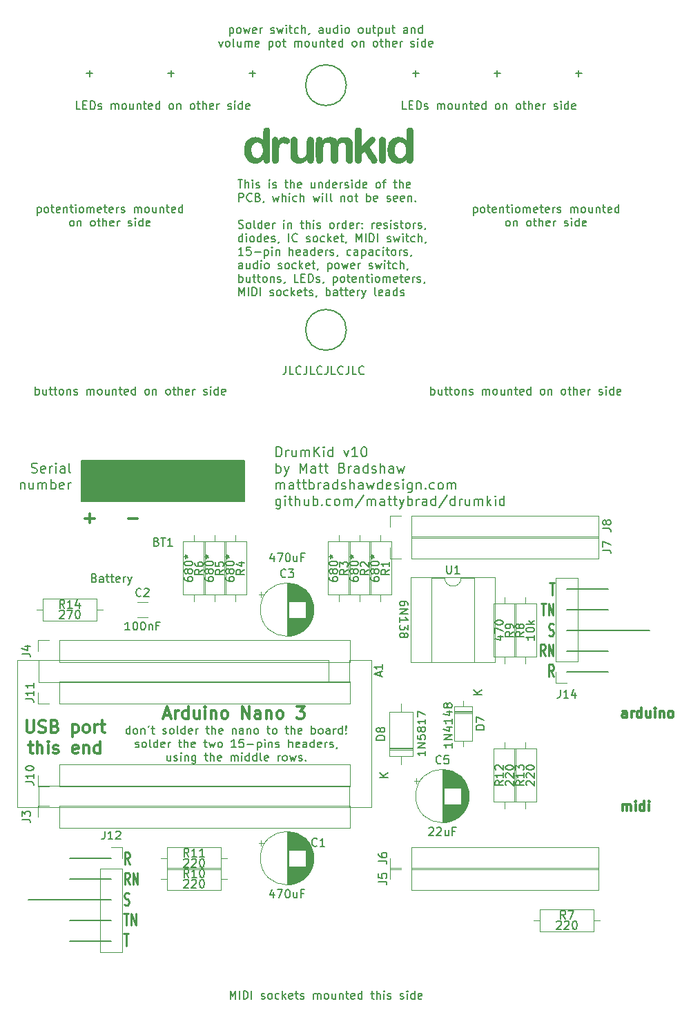
<source format=gbr>
G04 #@! TF.GenerationSoftware,KiCad,Pcbnew,(5.1.5)-3*
G04 #@! TF.CreationDate,2020-11-02T14:30:39+00:00*
G04 #@! TF.ProjectId,drumkid,6472756d-6b69-4642-9e6b-696361645f70,rev?*
G04 #@! TF.SameCoordinates,Original*
G04 #@! TF.FileFunction,Legend,Top*
G04 #@! TF.FilePolarity,Positive*
%FSLAX46Y46*%
G04 Gerber Fmt 4.6, Leading zero omitted, Abs format (unit mm)*
G04 Created by KiCad (PCBNEW (5.1.5)-3) date 2020-11-02 14:30:39*
%MOMM*%
%LPD*%
G04 APERTURE LIST*
%ADD10C,0.150000*%
%ADD11C,0.250000*%
%ADD12C,0.200000*%
%ADD13C,0.300000*%
%ADD14C,0.010000*%
%ADD15C,0.120000*%
G04 APERTURE END LIST*
D10*
X75952380Y-129552380D02*
X75952380Y-128552380D01*
X75952380Y-129504761D02*
X75857142Y-129552380D01*
X75666666Y-129552380D01*
X75571428Y-129504761D01*
X75523809Y-129457142D01*
X75476190Y-129361904D01*
X75476190Y-129076190D01*
X75523809Y-128980952D01*
X75571428Y-128933333D01*
X75666666Y-128885714D01*
X75857142Y-128885714D01*
X75952380Y-128933333D01*
X76571428Y-129552380D02*
X76476190Y-129504761D01*
X76428571Y-129457142D01*
X76380952Y-129361904D01*
X76380952Y-129076190D01*
X76428571Y-128980952D01*
X76476190Y-128933333D01*
X76571428Y-128885714D01*
X76714285Y-128885714D01*
X76809523Y-128933333D01*
X76857142Y-128980952D01*
X76904761Y-129076190D01*
X76904761Y-129361904D01*
X76857142Y-129457142D01*
X76809523Y-129504761D01*
X76714285Y-129552380D01*
X76571428Y-129552380D01*
X77333333Y-128885714D02*
X77333333Y-129552380D01*
X77333333Y-128980952D02*
X77380952Y-128933333D01*
X77476190Y-128885714D01*
X77619047Y-128885714D01*
X77714285Y-128933333D01*
X77761904Y-129028571D01*
X77761904Y-129552380D01*
X78285714Y-128552380D02*
X78190476Y-128742857D01*
X78571428Y-128885714D02*
X78952380Y-128885714D01*
X78714285Y-128552380D02*
X78714285Y-129409523D01*
X78761904Y-129504761D01*
X78857142Y-129552380D01*
X78952380Y-129552380D01*
X80000000Y-129504761D02*
X80095238Y-129552380D01*
X80285714Y-129552380D01*
X80380952Y-129504761D01*
X80428571Y-129409523D01*
X80428571Y-129361904D01*
X80380952Y-129266666D01*
X80285714Y-129219047D01*
X80142857Y-129219047D01*
X80047619Y-129171428D01*
X80000000Y-129076190D01*
X80000000Y-129028571D01*
X80047619Y-128933333D01*
X80142857Y-128885714D01*
X80285714Y-128885714D01*
X80380952Y-128933333D01*
X81000000Y-129552380D02*
X80904761Y-129504761D01*
X80857142Y-129457142D01*
X80809523Y-129361904D01*
X80809523Y-129076190D01*
X80857142Y-128980952D01*
X80904761Y-128933333D01*
X81000000Y-128885714D01*
X81142857Y-128885714D01*
X81238095Y-128933333D01*
X81285714Y-128980952D01*
X81333333Y-129076190D01*
X81333333Y-129361904D01*
X81285714Y-129457142D01*
X81238095Y-129504761D01*
X81142857Y-129552380D01*
X81000000Y-129552380D01*
X81904761Y-129552380D02*
X81809523Y-129504761D01*
X81761904Y-129409523D01*
X81761904Y-128552380D01*
X82714285Y-129552380D02*
X82714285Y-128552380D01*
X82714285Y-129504761D02*
X82619047Y-129552380D01*
X82428571Y-129552380D01*
X82333333Y-129504761D01*
X82285714Y-129457142D01*
X82238095Y-129361904D01*
X82238095Y-129076190D01*
X82285714Y-128980952D01*
X82333333Y-128933333D01*
X82428571Y-128885714D01*
X82619047Y-128885714D01*
X82714285Y-128933333D01*
X83571428Y-129504761D02*
X83476190Y-129552380D01*
X83285714Y-129552380D01*
X83190476Y-129504761D01*
X83142857Y-129409523D01*
X83142857Y-129028571D01*
X83190476Y-128933333D01*
X83285714Y-128885714D01*
X83476190Y-128885714D01*
X83571428Y-128933333D01*
X83619047Y-129028571D01*
X83619047Y-129123809D01*
X83142857Y-129219047D01*
X84047619Y-129552380D02*
X84047619Y-128885714D01*
X84047619Y-129076190D02*
X84095238Y-128980952D01*
X84142857Y-128933333D01*
X84238095Y-128885714D01*
X84333333Y-128885714D01*
X85285714Y-128885714D02*
X85666666Y-128885714D01*
X85428571Y-128552380D02*
X85428571Y-129409523D01*
X85476190Y-129504761D01*
X85571428Y-129552380D01*
X85666666Y-129552380D01*
X86000000Y-129552380D02*
X86000000Y-128552380D01*
X86428571Y-129552380D02*
X86428571Y-129028571D01*
X86380952Y-128933333D01*
X86285714Y-128885714D01*
X86142857Y-128885714D01*
X86047619Y-128933333D01*
X86000000Y-128980952D01*
X87285714Y-129504761D02*
X87190476Y-129552380D01*
X87000000Y-129552380D01*
X86904761Y-129504761D01*
X86857142Y-129409523D01*
X86857142Y-129028571D01*
X86904761Y-128933333D01*
X87000000Y-128885714D01*
X87190476Y-128885714D01*
X87285714Y-128933333D01*
X87333333Y-129028571D01*
X87333333Y-129123809D01*
X86857142Y-129219047D01*
X88523809Y-128885714D02*
X88523809Y-129552380D01*
X88523809Y-128980952D02*
X88571428Y-128933333D01*
X88666666Y-128885714D01*
X88809523Y-128885714D01*
X88904761Y-128933333D01*
X88952380Y-129028571D01*
X88952380Y-129552380D01*
X89857142Y-129552380D02*
X89857142Y-129028571D01*
X89809523Y-128933333D01*
X89714285Y-128885714D01*
X89523809Y-128885714D01*
X89428571Y-128933333D01*
X89857142Y-129504761D02*
X89761904Y-129552380D01*
X89523809Y-129552380D01*
X89428571Y-129504761D01*
X89380952Y-129409523D01*
X89380952Y-129314285D01*
X89428571Y-129219047D01*
X89523809Y-129171428D01*
X89761904Y-129171428D01*
X89857142Y-129123809D01*
X90333333Y-128885714D02*
X90333333Y-129552380D01*
X90333333Y-128980952D02*
X90380952Y-128933333D01*
X90476190Y-128885714D01*
X90619047Y-128885714D01*
X90714285Y-128933333D01*
X90761904Y-129028571D01*
X90761904Y-129552380D01*
X91380952Y-129552380D02*
X91285714Y-129504761D01*
X91238095Y-129457142D01*
X91190476Y-129361904D01*
X91190476Y-129076190D01*
X91238095Y-128980952D01*
X91285714Y-128933333D01*
X91380952Y-128885714D01*
X91523809Y-128885714D01*
X91619047Y-128933333D01*
X91666666Y-128980952D01*
X91714285Y-129076190D01*
X91714285Y-129361904D01*
X91666666Y-129457142D01*
X91619047Y-129504761D01*
X91523809Y-129552380D01*
X91380952Y-129552380D01*
X92761904Y-128885714D02*
X93142857Y-128885714D01*
X92904761Y-128552380D02*
X92904761Y-129409523D01*
X92952380Y-129504761D01*
X93047619Y-129552380D01*
X93142857Y-129552380D01*
X93619047Y-129552380D02*
X93523809Y-129504761D01*
X93476190Y-129457142D01*
X93428571Y-129361904D01*
X93428571Y-129076190D01*
X93476190Y-128980952D01*
X93523809Y-128933333D01*
X93619047Y-128885714D01*
X93761904Y-128885714D01*
X93857142Y-128933333D01*
X93904761Y-128980952D01*
X93952380Y-129076190D01*
X93952380Y-129361904D01*
X93904761Y-129457142D01*
X93857142Y-129504761D01*
X93761904Y-129552380D01*
X93619047Y-129552380D01*
X95000000Y-128885714D02*
X95380952Y-128885714D01*
X95142857Y-128552380D02*
X95142857Y-129409523D01*
X95190476Y-129504761D01*
X95285714Y-129552380D01*
X95380952Y-129552380D01*
X95714285Y-129552380D02*
X95714285Y-128552380D01*
X96142857Y-129552380D02*
X96142857Y-129028571D01*
X96095238Y-128933333D01*
X95999999Y-128885714D01*
X95857142Y-128885714D01*
X95761904Y-128933333D01*
X95714285Y-128980952D01*
X96999999Y-129504761D02*
X96904761Y-129552380D01*
X96714285Y-129552380D01*
X96619047Y-129504761D01*
X96571428Y-129409523D01*
X96571428Y-129028571D01*
X96619047Y-128933333D01*
X96714285Y-128885714D01*
X96904761Y-128885714D01*
X96999999Y-128933333D01*
X97047619Y-129028571D01*
X97047619Y-129123809D01*
X96571428Y-129219047D01*
X98238095Y-129552380D02*
X98238095Y-128552380D01*
X98238095Y-128933333D02*
X98333333Y-128885714D01*
X98523809Y-128885714D01*
X98619047Y-128933333D01*
X98666666Y-128980952D01*
X98714285Y-129076190D01*
X98714285Y-129361904D01*
X98666666Y-129457142D01*
X98619047Y-129504761D01*
X98523809Y-129552380D01*
X98333333Y-129552380D01*
X98238095Y-129504761D01*
X99285714Y-129552380D02*
X99190476Y-129504761D01*
X99142857Y-129457142D01*
X99095238Y-129361904D01*
X99095238Y-129076190D01*
X99142857Y-128980952D01*
X99190476Y-128933333D01*
X99285714Y-128885714D01*
X99428571Y-128885714D01*
X99523809Y-128933333D01*
X99571428Y-128980952D01*
X99619047Y-129076190D01*
X99619047Y-129361904D01*
X99571428Y-129457142D01*
X99523809Y-129504761D01*
X99428571Y-129552380D01*
X99285714Y-129552380D01*
X100476190Y-129552380D02*
X100476190Y-129028571D01*
X100428571Y-128933333D01*
X100333333Y-128885714D01*
X100142857Y-128885714D01*
X100047619Y-128933333D01*
X100476190Y-129504761D02*
X100380952Y-129552380D01*
X100142857Y-129552380D01*
X100047619Y-129504761D01*
X99999999Y-129409523D01*
X99999999Y-129314285D01*
X100047619Y-129219047D01*
X100142857Y-129171428D01*
X100380952Y-129171428D01*
X100476190Y-129123809D01*
X100952380Y-129552380D02*
X100952380Y-128885714D01*
X100952380Y-129076190D02*
X100999999Y-128980952D01*
X101047619Y-128933333D01*
X101142857Y-128885714D01*
X101238095Y-128885714D01*
X101999999Y-129552380D02*
X101999999Y-128552380D01*
X101999999Y-129504761D02*
X101904761Y-129552380D01*
X101714285Y-129552380D01*
X101619047Y-129504761D01*
X101571428Y-129457142D01*
X101523809Y-129361904D01*
X101523809Y-129076190D01*
X101571428Y-128980952D01*
X101619047Y-128933333D01*
X101714285Y-128885714D01*
X101904761Y-128885714D01*
X101999999Y-128933333D01*
X102476190Y-129457142D02*
X102523809Y-129504761D01*
X102476190Y-129552380D01*
X102428571Y-129504761D01*
X102476190Y-129457142D01*
X102476190Y-129552380D01*
X102476190Y-129171428D02*
X102428571Y-128600000D01*
X102476190Y-128552380D01*
X102523809Y-128600000D01*
X102476190Y-129171428D01*
X102476190Y-128552380D01*
X76642857Y-131154761D02*
X76738095Y-131202380D01*
X76928571Y-131202380D01*
X77023809Y-131154761D01*
X77071428Y-131059523D01*
X77071428Y-131011904D01*
X77023809Y-130916666D01*
X76928571Y-130869047D01*
X76785714Y-130869047D01*
X76690476Y-130821428D01*
X76642857Y-130726190D01*
X76642857Y-130678571D01*
X76690476Y-130583333D01*
X76785714Y-130535714D01*
X76928571Y-130535714D01*
X77023809Y-130583333D01*
X77642857Y-131202380D02*
X77547619Y-131154761D01*
X77500000Y-131107142D01*
X77452380Y-131011904D01*
X77452380Y-130726190D01*
X77500000Y-130630952D01*
X77547619Y-130583333D01*
X77642857Y-130535714D01*
X77785714Y-130535714D01*
X77880952Y-130583333D01*
X77928571Y-130630952D01*
X77976190Y-130726190D01*
X77976190Y-131011904D01*
X77928571Y-131107142D01*
X77880952Y-131154761D01*
X77785714Y-131202380D01*
X77642857Y-131202380D01*
X78547619Y-131202380D02*
X78452380Y-131154761D01*
X78404761Y-131059523D01*
X78404761Y-130202380D01*
X79357142Y-131202380D02*
X79357142Y-130202380D01*
X79357142Y-131154761D02*
X79261904Y-131202380D01*
X79071428Y-131202380D01*
X78976190Y-131154761D01*
X78928571Y-131107142D01*
X78880952Y-131011904D01*
X78880952Y-130726190D01*
X78928571Y-130630952D01*
X78976190Y-130583333D01*
X79071428Y-130535714D01*
X79261904Y-130535714D01*
X79357142Y-130583333D01*
X80214285Y-131154761D02*
X80119047Y-131202380D01*
X79928571Y-131202380D01*
X79833333Y-131154761D01*
X79785714Y-131059523D01*
X79785714Y-130678571D01*
X79833333Y-130583333D01*
X79928571Y-130535714D01*
X80119047Y-130535714D01*
X80214285Y-130583333D01*
X80261904Y-130678571D01*
X80261904Y-130773809D01*
X79785714Y-130869047D01*
X80690476Y-131202380D02*
X80690476Y-130535714D01*
X80690476Y-130726190D02*
X80738095Y-130630952D01*
X80785714Y-130583333D01*
X80880952Y-130535714D01*
X80976190Y-130535714D01*
X81928571Y-130535714D02*
X82309523Y-130535714D01*
X82071428Y-130202380D02*
X82071428Y-131059523D01*
X82119047Y-131154761D01*
X82214285Y-131202380D01*
X82309523Y-131202380D01*
X82642857Y-131202380D02*
X82642857Y-130202380D01*
X83071428Y-131202380D02*
X83071428Y-130678571D01*
X83023809Y-130583333D01*
X82928571Y-130535714D01*
X82785714Y-130535714D01*
X82690476Y-130583333D01*
X82642857Y-130630952D01*
X83928571Y-131154761D02*
X83833333Y-131202380D01*
X83642857Y-131202380D01*
X83547619Y-131154761D01*
X83500000Y-131059523D01*
X83500000Y-130678571D01*
X83547619Y-130583333D01*
X83642857Y-130535714D01*
X83833333Y-130535714D01*
X83928571Y-130583333D01*
X83976190Y-130678571D01*
X83976190Y-130773809D01*
X83500000Y-130869047D01*
X85023809Y-130535714D02*
X85404761Y-130535714D01*
X85166666Y-130202380D02*
X85166666Y-131059523D01*
X85214285Y-131154761D01*
X85309523Y-131202380D01*
X85404761Y-131202380D01*
X85642857Y-130535714D02*
X85833333Y-131202380D01*
X86023809Y-130726190D01*
X86214285Y-131202380D01*
X86404761Y-130535714D01*
X86928571Y-131202380D02*
X86833333Y-131154761D01*
X86785714Y-131107142D01*
X86738095Y-131011904D01*
X86738095Y-130726190D01*
X86785714Y-130630952D01*
X86833333Y-130583333D01*
X86928571Y-130535714D01*
X87071428Y-130535714D01*
X87166666Y-130583333D01*
X87214285Y-130630952D01*
X87261904Y-130726190D01*
X87261904Y-131011904D01*
X87214285Y-131107142D01*
X87166666Y-131154761D01*
X87071428Y-131202380D01*
X86928571Y-131202380D01*
X88976190Y-131202380D02*
X88404761Y-131202380D01*
X88690476Y-131202380D02*
X88690476Y-130202380D01*
X88595238Y-130345238D01*
X88500000Y-130440476D01*
X88404761Y-130488095D01*
X89880952Y-130202380D02*
X89404761Y-130202380D01*
X89357142Y-130678571D01*
X89404761Y-130630952D01*
X89500000Y-130583333D01*
X89738095Y-130583333D01*
X89833333Y-130630952D01*
X89880952Y-130678571D01*
X89928571Y-130773809D01*
X89928571Y-131011904D01*
X89880952Y-131107142D01*
X89833333Y-131154761D01*
X89738095Y-131202380D01*
X89500000Y-131202380D01*
X89404761Y-131154761D01*
X89357142Y-131107142D01*
X90357142Y-130821428D02*
X91119047Y-130821428D01*
X91595238Y-130535714D02*
X91595238Y-131535714D01*
X91595238Y-130583333D02*
X91690476Y-130535714D01*
X91880952Y-130535714D01*
X91976190Y-130583333D01*
X92023809Y-130630952D01*
X92071428Y-130726190D01*
X92071428Y-131011904D01*
X92023809Y-131107142D01*
X91976190Y-131154761D01*
X91880952Y-131202380D01*
X91690476Y-131202380D01*
X91595238Y-131154761D01*
X92500000Y-131202380D02*
X92500000Y-130535714D01*
X92500000Y-130202380D02*
X92452380Y-130250000D01*
X92500000Y-130297619D01*
X92547619Y-130250000D01*
X92500000Y-130202380D01*
X92500000Y-130297619D01*
X92976190Y-130535714D02*
X92976190Y-131202380D01*
X92976190Y-130630952D02*
X93023809Y-130583333D01*
X93119047Y-130535714D01*
X93261904Y-130535714D01*
X93357142Y-130583333D01*
X93404761Y-130678571D01*
X93404761Y-131202380D01*
X93833333Y-131154761D02*
X93928571Y-131202380D01*
X94119047Y-131202380D01*
X94214285Y-131154761D01*
X94261904Y-131059523D01*
X94261904Y-131011904D01*
X94214285Y-130916666D01*
X94119047Y-130869047D01*
X93976190Y-130869047D01*
X93880952Y-130821428D01*
X93833333Y-130726190D01*
X93833333Y-130678571D01*
X93880952Y-130583333D01*
X93976190Y-130535714D01*
X94119047Y-130535714D01*
X94214285Y-130583333D01*
X95452380Y-131202380D02*
X95452380Y-130202380D01*
X95880952Y-131202380D02*
X95880952Y-130678571D01*
X95833333Y-130583333D01*
X95738095Y-130535714D01*
X95595238Y-130535714D01*
X95500000Y-130583333D01*
X95452380Y-130630952D01*
X96738095Y-131154761D02*
X96642857Y-131202380D01*
X96452380Y-131202380D01*
X96357142Y-131154761D01*
X96309523Y-131059523D01*
X96309523Y-130678571D01*
X96357142Y-130583333D01*
X96452380Y-130535714D01*
X96642857Y-130535714D01*
X96738095Y-130583333D01*
X96785714Y-130678571D01*
X96785714Y-130773809D01*
X96309523Y-130869047D01*
X97642857Y-131202380D02*
X97642857Y-130678571D01*
X97595238Y-130583333D01*
X97500000Y-130535714D01*
X97309523Y-130535714D01*
X97214285Y-130583333D01*
X97642857Y-131154761D02*
X97547619Y-131202380D01*
X97309523Y-131202380D01*
X97214285Y-131154761D01*
X97166666Y-131059523D01*
X97166666Y-130964285D01*
X97214285Y-130869047D01*
X97309523Y-130821428D01*
X97547619Y-130821428D01*
X97642857Y-130773809D01*
X98547619Y-131202380D02*
X98547619Y-130202380D01*
X98547619Y-131154761D02*
X98452380Y-131202380D01*
X98261904Y-131202380D01*
X98166666Y-131154761D01*
X98119047Y-131107142D01*
X98071428Y-131011904D01*
X98071428Y-130726190D01*
X98119047Y-130630952D01*
X98166666Y-130583333D01*
X98261904Y-130535714D01*
X98452380Y-130535714D01*
X98547619Y-130583333D01*
X99404761Y-131154761D02*
X99309523Y-131202380D01*
X99119047Y-131202380D01*
X99023809Y-131154761D01*
X98976190Y-131059523D01*
X98976190Y-130678571D01*
X99023809Y-130583333D01*
X99119047Y-130535714D01*
X99309523Y-130535714D01*
X99404761Y-130583333D01*
X99452380Y-130678571D01*
X99452380Y-130773809D01*
X98976190Y-130869047D01*
X99880952Y-131202380D02*
X99880952Y-130535714D01*
X99880952Y-130726190D02*
X99928571Y-130630952D01*
X99976190Y-130583333D01*
X100071428Y-130535714D01*
X100166666Y-130535714D01*
X100452380Y-131154761D02*
X100547619Y-131202380D01*
X100738095Y-131202380D01*
X100833333Y-131154761D01*
X100880952Y-131059523D01*
X100880952Y-131011904D01*
X100833333Y-130916666D01*
X100738095Y-130869047D01*
X100595238Y-130869047D01*
X100500000Y-130821428D01*
X100452380Y-130726190D01*
X100452380Y-130678571D01*
X100500000Y-130583333D01*
X100595238Y-130535714D01*
X100738095Y-130535714D01*
X100833333Y-130583333D01*
X101357142Y-131154761D02*
X101357142Y-131202380D01*
X101309523Y-131297619D01*
X101261904Y-131345238D01*
X80928571Y-132185714D02*
X80928571Y-132852380D01*
X80500000Y-132185714D02*
X80500000Y-132709523D01*
X80547619Y-132804761D01*
X80642857Y-132852380D01*
X80785714Y-132852380D01*
X80880952Y-132804761D01*
X80928571Y-132757142D01*
X81357142Y-132804761D02*
X81452380Y-132852380D01*
X81642857Y-132852380D01*
X81738095Y-132804761D01*
X81785714Y-132709523D01*
X81785714Y-132661904D01*
X81738095Y-132566666D01*
X81642857Y-132519047D01*
X81500000Y-132519047D01*
X81404761Y-132471428D01*
X81357142Y-132376190D01*
X81357142Y-132328571D01*
X81404761Y-132233333D01*
X81500000Y-132185714D01*
X81642857Y-132185714D01*
X81738095Y-132233333D01*
X82214285Y-132852380D02*
X82214285Y-132185714D01*
X82214285Y-131852380D02*
X82166666Y-131900000D01*
X82214285Y-131947619D01*
X82261904Y-131900000D01*
X82214285Y-131852380D01*
X82214285Y-131947619D01*
X82690476Y-132185714D02*
X82690476Y-132852380D01*
X82690476Y-132280952D02*
X82738095Y-132233333D01*
X82833333Y-132185714D01*
X82976190Y-132185714D01*
X83071428Y-132233333D01*
X83119047Y-132328571D01*
X83119047Y-132852380D01*
X84023809Y-132185714D02*
X84023809Y-132995238D01*
X83976190Y-133090476D01*
X83928571Y-133138095D01*
X83833333Y-133185714D01*
X83690476Y-133185714D01*
X83595238Y-133138095D01*
X84023809Y-132804761D02*
X83928571Y-132852380D01*
X83738095Y-132852380D01*
X83642857Y-132804761D01*
X83595238Y-132757142D01*
X83547619Y-132661904D01*
X83547619Y-132376190D01*
X83595238Y-132280952D01*
X83642857Y-132233333D01*
X83738095Y-132185714D01*
X83928571Y-132185714D01*
X84023809Y-132233333D01*
X85119047Y-132185714D02*
X85500000Y-132185714D01*
X85261904Y-131852380D02*
X85261904Y-132709523D01*
X85309523Y-132804761D01*
X85404761Y-132852380D01*
X85500000Y-132852380D01*
X85833333Y-132852380D02*
X85833333Y-131852380D01*
X86261904Y-132852380D02*
X86261904Y-132328571D01*
X86214285Y-132233333D01*
X86119047Y-132185714D01*
X85976190Y-132185714D01*
X85880952Y-132233333D01*
X85833333Y-132280952D01*
X87119047Y-132804761D02*
X87023809Y-132852380D01*
X86833333Y-132852380D01*
X86738095Y-132804761D01*
X86690476Y-132709523D01*
X86690476Y-132328571D01*
X86738095Y-132233333D01*
X86833333Y-132185714D01*
X87023809Y-132185714D01*
X87119047Y-132233333D01*
X87166666Y-132328571D01*
X87166666Y-132423809D01*
X86690476Y-132519047D01*
X88357142Y-132852380D02*
X88357142Y-132185714D01*
X88357142Y-132280952D02*
X88404761Y-132233333D01*
X88500000Y-132185714D01*
X88642857Y-132185714D01*
X88738095Y-132233333D01*
X88785714Y-132328571D01*
X88785714Y-132852380D01*
X88785714Y-132328571D02*
X88833333Y-132233333D01*
X88928571Y-132185714D01*
X89071428Y-132185714D01*
X89166666Y-132233333D01*
X89214285Y-132328571D01*
X89214285Y-132852380D01*
X89690476Y-132852380D02*
X89690476Y-132185714D01*
X89690476Y-131852380D02*
X89642857Y-131900000D01*
X89690476Y-131947619D01*
X89738095Y-131900000D01*
X89690476Y-131852380D01*
X89690476Y-131947619D01*
X90595238Y-132852380D02*
X90595238Y-131852380D01*
X90595238Y-132804761D02*
X90500000Y-132852380D01*
X90309523Y-132852380D01*
X90214285Y-132804761D01*
X90166666Y-132757142D01*
X90119047Y-132661904D01*
X90119047Y-132376190D01*
X90166666Y-132280952D01*
X90214285Y-132233333D01*
X90309523Y-132185714D01*
X90500000Y-132185714D01*
X90595238Y-132233333D01*
X91500000Y-132852380D02*
X91500000Y-131852380D01*
X91500000Y-132804761D02*
X91404761Y-132852380D01*
X91214285Y-132852380D01*
X91119047Y-132804761D01*
X91071428Y-132757142D01*
X91023809Y-132661904D01*
X91023809Y-132376190D01*
X91071428Y-132280952D01*
X91119047Y-132233333D01*
X91214285Y-132185714D01*
X91404761Y-132185714D01*
X91500000Y-132233333D01*
X92119047Y-132852380D02*
X92023809Y-132804761D01*
X91976190Y-132709523D01*
X91976190Y-131852380D01*
X92880952Y-132804761D02*
X92785714Y-132852380D01*
X92595238Y-132852380D01*
X92500000Y-132804761D01*
X92452380Y-132709523D01*
X92452380Y-132328571D01*
X92500000Y-132233333D01*
X92595238Y-132185714D01*
X92785714Y-132185714D01*
X92880952Y-132233333D01*
X92928571Y-132328571D01*
X92928571Y-132423809D01*
X92452380Y-132519047D01*
X94119047Y-132852380D02*
X94119047Y-132185714D01*
X94119047Y-132376190D02*
X94166666Y-132280952D01*
X94214285Y-132233333D01*
X94309523Y-132185714D01*
X94404761Y-132185714D01*
X94880952Y-132852380D02*
X94785714Y-132804761D01*
X94738095Y-132757142D01*
X94690476Y-132661904D01*
X94690476Y-132376190D01*
X94738095Y-132280952D01*
X94785714Y-132233333D01*
X94880952Y-132185714D01*
X95023809Y-132185714D01*
X95119047Y-132233333D01*
X95166666Y-132280952D01*
X95214285Y-132376190D01*
X95214285Y-132661904D01*
X95166666Y-132757142D01*
X95119047Y-132804761D01*
X95023809Y-132852380D01*
X94880952Y-132852380D01*
X95547619Y-132185714D02*
X95738095Y-132852380D01*
X95928571Y-132376190D01*
X96119047Y-132852380D01*
X96309523Y-132185714D01*
X96642857Y-132804761D02*
X96738095Y-132852380D01*
X96928571Y-132852380D01*
X97023809Y-132804761D01*
X97071428Y-132709523D01*
X97071428Y-132661904D01*
X97023809Y-132566666D01*
X96928571Y-132519047D01*
X96785714Y-132519047D01*
X96690476Y-132471428D01*
X96642857Y-132376190D01*
X96642857Y-132328571D01*
X96690476Y-132233333D01*
X96785714Y-132185714D01*
X96928571Y-132185714D01*
X97023809Y-132233333D01*
X97500000Y-132757142D02*
X97547619Y-132804761D01*
X97500000Y-132852380D01*
X97452380Y-132804761D01*
X97500000Y-132757142D01*
X97500000Y-132852380D01*
X89192738Y-61602380D02*
X89764166Y-61602380D01*
X89478452Y-62602380D02*
X89478452Y-61602380D01*
X90097500Y-62602380D02*
X90097500Y-61602380D01*
X90526071Y-62602380D02*
X90526071Y-62078571D01*
X90478452Y-61983333D01*
X90383214Y-61935714D01*
X90240357Y-61935714D01*
X90145119Y-61983333D01*
X90097500Y-62030952D01*
X91002261Y-62602380D02*
X91002261Y-61935714D01*
X91002261Y-61602380D02*
X90954642Y-61650000D01*
X91002261Y-61697619D01*
X91049880Y-61650000D01*
X91002261Y-61602380D01*
X91002261Y-61697619D01*
X91430833Y-62554761D02*
X91526071Y-62602380D01*
X91716547Y-62602380D01*
X91811785Y-62554761D01*
X91859404Y-62459523D01*
X91859404Y-62411904D01*
X91811785Y-62316666D01*
X91716547Y-62269047D01*
X91573690Y-62269047D01*
X91478452Y-62221428D01*
X91430833Y-62126190D01*
X91430833Y-62078571D01*
X91478452Y-61983333D01*
X91573690Y-61935714D01*
X91716547Y-61935714D01*
X91811785Y-61983333D01*
X93049880Y-62602380D02*
X93049880Y-61935714D01*
X93049880Y-61602380D02*
X93002261Y-61650000D01*
X93049880Y-61697619D01*
X93097500Y-61650000D01*
X93049880Y-61602380D01*
X93049880Y-61697619D01*
X93478452Y-62554761D02*
X93573690Y-62602380D01*
X93764166Y-62602380D01*
X93859404Y-62554761D01*
X93907023Y-62459523D01*
X93907023Y-62411904D01*
X93859404Y-62316666D01*
X93764166Y-62269047D01*
X93621309Y-62269047D01*
X93526071Y-62221428D01*
X93478452Y-62126190D01*
X93478452Y-62078571D01*
X93526071Y-61983333D01*
X93621309Y-61935714D01*
X93764166Y-61935714D01*
X93859404Y-61983333D01*
X94954642Y-61935714D02*
X95335595Y-61935714D01*
X95097500Y-61602380D02*
X95097500Y-62459523D01*
X95145119Y-62554761D01*
X95240357Y-62602380D01*
X95335595Y-62602380D01*
X95668928Y-62602380D02*
X95668928Y-61602380D01*
X96097500Y-62602380D02*
X96097500Y-62078571D01*
X96049880Y-61983333D01*
X95954642Y-61935714D01*
X95811785Y-61935714D01*
X95716547Y-61983333D01*
X95668928Y-62030952D01*
X96954642Y-62554761D02*
X96859404Y-62602380D01*
X96668928Y-62602380D01*
X96573690Y-62554761D01*
X96526071Y-62459523D01*
X96526071Y-62078571D01*
X96573690Y-61983333D01*
X96668928Y-61935714D01*
X96859404Y-61935714D01*
X96954642Y-61983333D01*
X97002261Y-62078571D01*
X97002261Y-62173809D01*
X96526071Y-62269047D01*
X98621309Y-61935714D02*
X98621309Y-62602380D01*
X98192738Y-61935714D02*
X98192738Y-62459523D01*
X98240357Y-62554761D01*
X98335595Y-62602380D01*
X98478452Y-62602380D01*
X98573690Y-62554761D01*
X98621309Y-62507142D01*
X99097500Y-61935714D02*
X99097500Y-62602380D01*
X99097500Y-62030952D02*
X99145119Y-61983333D01*
X99240357Y-61935714D01*
X99383214Y-61935714D01*
X99478452Y-61983333D01*
X99526071Y-62078571D01*
X99526071Y-62602380D01*
X100430833Y-62602380D02*
X100430833Y-61602380D01*
X100430833Y-62554761D02*
X100335595Y-62602380D01*
X100145119Y-62602380D01*
X100049880Y-62554761D01*
X100002261Y-62507142D01*
X99954642Y-62411904D01*
X99954642Y-62126190D01*
X100002261Y-62030952D01*
X100049880Y-61983333D01*
X100145119Y-61935714D01*
X100335595Y-61935714D01*
X100430833Y-61983333D01*
X101287976Y-62554761D02*
X101192738Y-62602380D01*
X101002261Y-62602380D01*
X100907023Y-62554761D01*
X100859404Y-62459523D01*
X100859404Y-62078571D01*
X100907023Y-61983333D01*
X101002261Y-61935714D01*
X101192738Y-61935714D01*
X101287976Y-61983333D01*
X101335595Y-62078571D01*
X101335595Y-62173809D01*
X100859404Y-62269047D01*
X101764166Y-62602380D02*
X101764166Y-61935714D01*
X101764166Y-62126190D02*
X101811785Y-62030952D01*
X101859404Y-61983333D01*
X101954642Y-61935714D01*
X102049880Y-61935714D01*
X102335595Y-62554761D02*
X102430833Y-62602380D01*
X102621309Y-62602380D01*
X102716547Y-62554761D01*
X102764166Y-62459523D01*
X102764166Y-62411904D01*
X102716547Y-62316666D01*
X102621309Y-62269047D01*
X102478452Y-62269047D01*
X102383214Y-62221428D01*
X102335595Y-62126190D01*
X102335595Y-62078571D01*
X102383214Y-61983333D01*
X102478452Y-61935714D01*
X102621309Y-61935714D01*
X102716547Y-61983333D01*
X103192738Y-62602380D02*
X103192738Y-61935714D01*
X103192738Y-61602380D02*
X103145119Y-61650000D01*
X103192738Y-61697619D01*
X103240357Y-61650000D01*
X103192738Y-61602380D01*
X103192738Y-61697619D01*
X104097500Y-62602380D02*
X104097500Y-61602380D01*
X104097500Y-62554761D02*
X104002261Y-62602380D01*
X103811785Y-62602380D01*
X103716547Y-62554761D01*
X103668928Y-62507142D01*
X103621309Y-62411904D01*
X103621309Y-62126190D01*
X103668928Y-62030952D01*
X103716547Y-61983333D01*
X103811785Y-61935714D01*
X104002261Y-61935714D01*
X104097500Y-61983333D01*
X104954642Y-62554761D02*
X104859404Y-62602380D01*
X104668928Y-62602380D01*
X104573690Y-62554761D01*
X104526071Y-62459523D01*
X104526071Y-62078571D01*
X104573690Y-61983333D01*
X104668928Y-61935714D01*
X104859404Y-61935714D01*
X104954642Y-61983333D01*
X105002261Y-62078571D01*
X105002261Y-62173809D01*
X104526071Y-62269047D01*
X106335595Y-62602380D02*
X106240357Y-62554761D01*
X106192738Y-62507142D01*
X106145119Y-62411904D01*
X106145119Y-62126190D01*
X106192738Y-62030952D01*
X106240357Y-61983333D01*
X106335595Y-61935714D01*
X106478452Y-61935714D01*
X106573690Y-61983333D01*
X106621309Y-62030952D01*
X106668928Y-62126190D01*
X106668928Y-62411904D01*
X106621309Y-62507142D01*
X106573690Y-62554761D01*
X106478452Y-62602380D01*
X106335595Y-62602380D01*
X106954642Y-61935714D02*
X107335595Y-61935714D01*
X107097500Y-62602380D02*
X107097500Y-61745238D01*
X107145119Y-61650000D01*
X107240357Y-61602380D01*
X107335595Y-61602380D01*
X108287976Y-61935714D02*
X108668928Y-61935714D01*
X108430833Y-61602380D02*
X108430833Y-62459523D01*
X108478452Y-62554761D01*
X108573690Y-62602380D01*
X108668928Y-62602380D01*
X109002261Y-62602380D02*
X109002261Y-61602380D01*
X109430833Y-62602380D02*
X109430833Y-62078571D01*
X109383214Y-61983333D01*
X109287976Y-61935714D01*
X109145119Y-61935714D01*
X109049880Y-61983333D01*
X109002261Y-62030952D01*
X110287976Y-62554761D02*
X110192738Y-62602380D01*
X110002261Y-62602380D01*
X109907023Y-62554761D01*
X109859404Y-62459523D01*
X109859404Y-62078571D01*
X109907023Y-61983333D01*
X110002261Y-61935714D01*
X110192738Y-61935714D01*
X110287976Y-61983333D01*
X110335595Y-62078571D01*
X110335595Y-62173809D01*
X109859404Y-62269047D01*
X89335595Y-64252380D02*
X89335595Y-63252380D01*
X89716547Y-63252380D01*
X89811785Y-63300000D01*
X89859404Y-63347619D01*
X89907023Y-63442857D01*
X89907023Y-63585714D01*
X89859404Y-63680952D01*
X89811785Y-63728571D01*
X89716547Y-63776190D01*
X89335595Y-63776190D01*
X90907023Y-64157142D02*
X90859404Y-64204761D01*
X90716547Y-64252380D01*
X90621309Y-64252380D01*
X90478452Y-64204761D01*
X90383214Y-64109523D01*
X90335595Y-64014285D01*
X90287976Y-63823809D01*
X90287976Y-63680952D01*
X90335595Y-63490476D01*
X90383214Y-63395238D01*
X90478452Y-63300000D01*
X90621309Y-63252380D01*
X90716547Y-63252380D01*
X90859404Y-63300000D01*
X90907023Y-63347619D01*
X91668928Y-63728571D02*
X91811785Y-63776190D01*
X91859404Y-63823809D01*
X91907023Y-63919047D01*
X91907023Y-64061904D01*
X91859404Y-64157142D01*
X91811785Y-64204761D01*
X91716547Y-64252380D01*
X91335595Y-64252380D01*
X91335595Y-63252380D01*
X91668928Y-63252380D01*
X91764166Y-63300000D01*
X91811785Y-63347619D01*
X91859404Y-63442857D01*
X91859404Y-63538095D01*
X91811785Y-63633333D01*
X91764166Y-63680952D01*
X91668928Y-63728571D01*
X91335595Y-63728571D01*
X92383214Y-64204761D02*
X92383214Y-64252380D01*
X92335595Y-64347619D01*
X92287976Y-64395238D01*
X93478452Y-63585714D02*
X93668928Y-64252380D01*
X93859404Y-63776190D01*
X94049880Y-64252380D01*
X94240357Y-63585714D01*
X94621309Y-64252380D02*
X94621309Y-63252380D01*
X95049880Y-64252380D02*
X95049880Y-63728571D01*
X95002261Y-63633333D01*
X94907023Y-63585714D01*
X94764166Y-63585714D01*
X94668928Y-63633333D01*
X94621309Y-63680952D01*
X95526071Y-64252380D02*
X95526071Y-63585714D01*
X95526071Y-63252380D02*
X95478452Y-63300000D01*
X95526071Y-63347619D01*
X95573690Y-63300000D01*
X95526071Y-63252380D01*
X95526071Y-63347619D01*
X96430833Y-64204761D02*
X96335595Y-64252380D01*
X96145119Y-64252380D01*
X96049880Y-64204761D01*
X96002261Y-64157142D01*
X95954642Y-64061904D01*
X95954642Y-63776190D01*
X96002261Y-63680952D01*
X96049880Y-63633333D01*
X96145119Y-63585714D01*
X96335595Y-63585714D01*
X96430833Y-63633333D01*
X96859404Y-64252380D02*
X96859404Y-63252380D01*
X97287976Y-64252380D02*
X97287976Y-63728571D01*
X97240357Y-63633333D01*
X97145119Y-63585714D01*
X97002261Y-63585714D01*
X96907023Y-63633333D01*
X96859404Y-63680952D01*
X98430833Y-63585714D02*
X98621309Y-64252380D01*
X98811785Y-63776190D01*
X99002261Y-64252380D01*
X99192738Y-63585714D01*
X99573690Y-64252380D02*
X99573690Y-63585714D01*
X99573690Y-63252380D02*
X99526071Y-63300000D01*
X99573690Y-63347619D01*
X99621309Y-63300000D01*
X99573690Y-63252380D01*
X99573690Y-63347619D01*
X100192738Y-64252380D02*
X100097500Y-64204761D01*
X100049880Y-64109523D01*
X100049880Y-63252380D01*
X100716547Y-64252380D02*
X100621309Y-64204761D01*
X100573690Y-64109523D01*
X100573690Y-63252380D01*
X101859404Y-63585714D02*
X101859404Y-64252380D01*
X101859404Y-63680952D02*
X101907023Y-63633333D01*
X102002261Y-63585714D01*
X102145119Y-63585714D01*
X102240357Y-63633333D01*
X102287976Y-63728571D01*
X102287976Y-64252380D01*
X102907023Y-64252380D02*
X102811785Y-64204761D01*
X102764166Y-64157142D01*
X102716547Y-64061904D01*
X102716547Y-63776190D01*
X102764166Y-63680952D01*
X102811785Y-63633333D01*
X102907023Y-63585714D01*
X103049880Y-63585714D01*
X103145119Y-63633333D01*
X103192738Y-63680952D01*
X103240357Y-63776190D01*
X103240357Y-64061904D01*
X103192738Y-64157142D01*
X103145119Y-64204761D01*
X103049880Y-64252380D01*
X102907023Y-64252380D01*
X103526071Y-63585714D02*
X103907023Y-63585714D01*
X103668928Y-63252380D02*
X103668928Y-64109523D01*
X103716547Y-64204761D01*
X103811785Y-64252380D01*
X103907023Y-64252380D01*
X105002261Y-64252380D02*
X105002261Y-63252380D01*
X105002261Y-63633333D02*
X105097500Y-63585714D01*
X105287976Y-63585714D01*
X105383214Y-63633333D01*
X105430833Y-63680952D01*
X105478452Y-63776190D01*
X105478452Y-64061904D01*
X105430833Y-64157142D01*
X105383214Y-64204761D01*
X105287976Y-64252380D01*
X105097500Y-64252380D01*
X105002261Y-64204761D01*
X106287976Y-64204761D02*
X106192738Y-64252380D01*
X106002261Y-64252380D01*
X105907023Y-64204761D01*
X105859404Y-64109523D01*
X105859404Y-63728571D01*
X105907023Y-63633333D01*
X106002261Y-63585714D01*
X106192738Y-63585714D01*
X106287976Y-63633333D01*
X106335595Y-63728571D01*
X106335595Y-63823809D01*
X105859404Y-63919047D01*
X107478452Y-64204761D02*
X107573690Y-64252380D01*
X107764166Y-64252380D01*
X107859404Y-64204761D01*
X107907023Y-64109523D01*
X107907023Y-64061904D01*
X107859404Y-63966666D01*
X107764166Y-63919047D01*
X107621309Y-63919047D01*
X107526071Y-63871428D01*
X107478452Y-63776190D01*
X107478452Y-63728571D01*
X107526071Y-63633333D01*
X107621309Y-63585714D01*
X107764166Y-63585714D01*
X107859404Y-63633333D01*
X108716547Y-64204761D02*
X108621309Y-64252380D01*
X108430833Y-64252380D01*
X108335595Y-64204761D01*
X108287976Y-64109523D01*
X108287976Y-63728571D01*
X108335595Y-63633333D01*
X108430833Y-63585714D01*
X108621309Y-63585714D01*
X108716547Y-63633333D01*
X108764166Y-63728571D01*
X108764166Y-63823809D01*
X108287976Y-63919047D01*
X109573690Y-64204761D02*
X109478452Y-64252380D01*
X109287976Y-64252380D01*
X109192738Y-64204761D01*
X109145119Y-64109523D01*
X109145119Y-63728571D01*
X109192738Y-63633333D01*
X109287976Y-63585714D01*
X109478452Y-63585714D01*
X109573690Y-63633333D01*
X109621309Y-63728571D01*
X109621309Y-63823809D01*
X109145119Y-63919047D01*
X110049880Y-63585714D02*
X110049880Y-64252380D01*
X110049880Y-63680952D02*
X110097500Y-63633333D01*
X110192738Y-63585714D01*
X110335595Y-63585714D01*
X110430833Y-63633333D01*
X110478452Y-63728571D01*
X110478452Y-64252380D01*
X110954642Y-64157142D02*
X111002261Y-64204761D01*
X110954642Y-64252380D01*
X110907023Y-64204761D01*
X110954642Y-64157142D01*
X110954642Y-64252380D01*
X89287976Y-67504761D02*
X89430833Y-67552380D01*
X89668928Y-67552380D01*
X89764166Y-67504761D01*
X89811785Y-67457142D01*
X89859404Y-67361904D01*
X89859404Y-67266666D01*
X89811785Y-67171428D01*
X89764166Y-67123809D01*
X89668928Y-67076190D01*
X89478452Y-67028571D01*
X89383214Y-66980952D01*
X89335595Y-66933333D01*
X89287976Y-66838095D01*
X89287976Y-66742857D01*
X89335595Y-66647619D01*
X89383214Y-66600000D01*
X89478452Y-66552380D01*
X89716547Y-66552380D01*
X89859404Y-66600000D01*
X90430833Y-67552380D02*
X90335595Y-67504761D01*
X90287976Y-67457142D01*
X90240357Y-67361904D01*
X90240357Y-67076190D01*
X90287976Y-66980952D01*
X90335595Y-66933333D01*
X90430833Y-66885714D01*
X90573690Y-66885714D01*
X90668928Y-66933333D01*
X90716547Y-66980952D01*
X90764166Y-67076190D01*
X90764166Y-67361904D01*
X90716547Y-67457142D01*
X90668928Y-67504761D01*
X90573690Y-67552380D01*
X90430833Y-67552380D01*
X91335595Y-67552380D02*
X91240357Y-67504761D01*
X91192738Y-67409523D01*
X91192738Y-66552380D01*
X92145119Y-67552380D02*
X92145119Y-66552380D01*
X92145119Y-67504761D02*
X92049880Y-67552380D01*
X91859404Y-67552380D01*
X91764166Y-67504761D01*
X91716547Y-67457142D01*
X91668928Y-67361904D01*
X91668928Y-67076190D01*
X91716547Y-66980952D01*
X91764166Y-66933333D01*
X91859404Y-66885714D01*
X92049880Y-66885714D01*
X92145119Y-66933333D01*
X93002261Y-67504761D02*
X92907023Y-67552380D01*
X92716547Y-67552380D01*
X92621309Y-67504761D01*
X92573690Y-67409523D01*
X92573690Y-67028571D01*
X92621309Y-66933333D01*
X92716547Y-66885714D01*
X92907023Y-66885714D01*
X93002261Y-66933333D01*
X93049880Y-67028571D01*
X93049880Y-67123809D01*
X92573690Y-67219047D01*
X93478452Y-67552380D02*
X93478452Y-66885714D01*
X93478452Y-67076190D02*
X93526071Y-66980952D01*
X93573690Y-66933333D01*
X93668928Y-66885714D01*
X93764166Y-66885714D01*
X94859404Y-67552380D02*
X94859404Y-66885714D01*
X94859404Y-66552380D02*
X94811785Y-66600000D01*
X94859404Y-66647619D01*
X94907023Y-66600000D01*
X94859404Y-66552380D01*
X94859404Y-66647619D01*
X95335595Y-66885714D02*
X95335595Y-67552380D01*
X95335595Y-66980952D02*
X95383214Y-66933333D01*
X95478452Y-66885714D01*
X95621309Y-66885714D01*
X95716547Y-66933333D01*
X95764166Y-67028571D01*
X95764166Y-67552380D01*
X96859404Y-66885714D02*
X97240357Y-66885714D01*
X97002261Y-66552380D02*
X97002261Y-67409523D01*
X97049880Y-67504761D01*
X97145119Y-67552380D01*
X97240357Y-67552380D01*
X97573690Y-67552380D02*
X97573690Y-66552380D01*
X98002261Y-67552380D02*
X98002261Y-67028571D01*
X97954642Y-66933333D01*
X97859404Y-66885714D01*
X97716547Y-66885714D01*
X97621309Y-66933333D01*
X97573690Y-66980952D01*
X98478452Y-67552380D02*
X98478452Y-66885714D01*
X98478452Y-66552380D02*
X98430833Y-66600000D01*
X98478452Y-66647619D01*
X98526071Y-66600000D01*
X98478452Y-66552380D01*
X98478452Y-66647619D01*
X98907023Y-67504761D02*
X99002261Y-67552380D01*
X99192738Y-67552380D01*
X99287976Y-67504761D01*
X99335595Y-67409523D01*
X99335595Y-67361904D01*
X99287976Y-67266666D01*
X99192738Y-67219047D01*
X99049880Y-67219047D01*
X98954642Y-67171428D01*
X98907023Y-67076190D01*
X98907023Y-67028571D01*
X98954642Y-66933333D01*
X99049880Y-66885714D01*
X99192738Y-66885714D01*
X99287976Y-66933333D01*
X100668928Y-67552380D02*
X100573690Y-67504761D01*
X100526071Y-67457142D01*
X100478452Y-67361904D01*
X100478452Y-67076190D01*
X100526071Y-66980952D01*
X100573690Y-66933333D01*
X100668928Y-66885714D01*
X100811785Y-66885714D01*
X100907023Y-66933333D01*
X100954642Y-66980952D01*
X101002261Y-67076190D01*
X101002261Y-67361904D01*
X100954642Y-67457142D01*
X100907023Y-67504761D01*
X100811785Y-67552380D01*
X100668928Y-67552380D01*
X101430833Y-67552380D02*
X101430833Y-66885714D01*
X101430833Y-67076190D02*
X101478452Y-66980952D01*
X101526071Y-66933333D01*
X101621309Y-66885714D01*
X101716547Y-66885714D01*
X102478452Y-67552380D02*
X102478452Y-66552380D01*
X102478452Y-67504761D02*
X102383214Y-67552380D01*
X102192738Y-67552380D01*
X102097500Y-67504761D01*
X102049880Y-67457142D01*
X102002261Y-67361904D01*
X102002261Y-67076190D01*
X102049880Y-66980952D01*
X102097500Y-66933333D01*
X102192738Y-66885714D01*
X102383214Y-66885714D01*
X102478452Y-66933333D01*
X103335595Y-67504761D02*
X103240357Y-67552380D01*
X103049880Y-67552380D01*
X102954642Y-67504761D01*
X102907023Y-67409523D01*
X102907023Y-67028571D01*
X102954642Y-66933333D01*
X103049880Y-66885714D01*
X103240357Y-66885714D01*
X103335595Y-66933333D01*
X103383214Y-67028571D01*
X103383214Y-67123809D01*
X102907023Y-67219047D01*
X103811785Y-67552380D02*
X103811785Y-66885714D01*
X103811785Y-67076190D02*
X103859404Y-66980952D01*
X103907023Y-66933333D01*
X104002261Y-66885714D01*
X104097500Y-66885714D01*
X104430833Y-67457142D02*
X104478452Y-67504761D01*
X104430833Y-67552380D01*
X104383214Y-67504761D01*
X104430833Y-67457142D01*
X104430833Y-67552380D01*
X104430833Y-66933333D02*
X104478452Y-66980952D01*
X104430833Y-67028571D01*
X104383214Y-66980952D01*
X104430833Y-66933333D01*
X104430833Y-67028571D01*
X105668928Y-67552380D02*
X105668928Y-66885714D01*
X105668928Y-67076190D02*
X105716547Y-66980952D01*
X105764166Y-66933333D01*
X105859404Y-66885714D01*
X105954642Y-66885714D01*
X106668928Y-67504761D02*
X106573690Y-67552380D01*
X106383214Y-67552380D01*
X106287976Y-67504761D01*
X106240357Y-67409523D01*
X106240357Y-67028571D01*
X106287976Y-66933333D01*
X106383214Y-66885714D01*
X106573690Y-66885714D01*
X106668928Y-66933333D01*
X106716547Y-67028571D01*
X106716547Y-67123809D01*
X106240357Y-67219047D01*
X107097500Y-67504761D02*
X107192738Y-67552380D01*
X107383214Y-67552380D01*
X107478452Y-67504761D01*
X107526071Y-67409523D01*
X107526071Y-67361904D01*
X107478452Y-67266666D01*
X107383214Y-67219047D01*
X107240357Y-67219047D01*
X107145119Y-67171428D01*
X107097500Y-67076190D01*
X107097500Y-67028571D01*
X107145119Y-66933333D01*
X107240357Y-66885714D01*
X107383214Y-66885714D01*
X107478452Y-66933333D01*
X107954642Y-67552380D02*
X107954642Y-66885714D01*
X107954642Y-66552380D02*
X107907023Y-66600000D01*
X107954642Y-66647619D01*
X108002261Y-66600000D01*
X107954642Y-66552380D01*
X107954642Y-66647619D01*
X108383214Y-67504761D02*
X108478452Y-67552380D01*
X108668928Y-67552380D01*
X108764166Y-67504761D01*
X108811785Y-67409523D01*
X108811785Y-67361904D01*
X108764166Y-67266666D01*
X108668928Y-67219047D01*
X108526071Y-67219047D01*
X108430833Y-67171428D01*
X108383214Y-67076190D01*
X108383214Y-67028571D01*
X108430833Y-66933333D01*
X108526071Y-66885714D01*
X108668928Y-66885714D01*
X108764166Y-66933333D01*
X109097500Y-66885714D02*
X109478452Y-66885714D01*
X109240357Y-66552380D02*
X109240357Y-67409523D01*
X109287976Y-67504761D01*
X109383214Y-67552380D01*
X109478452Y-67552380D01*
X109954642Y-67552380D02*
X109859404Y-67504761D01*
X109811785Y-67457142D01*
X109764166Y-67361904D01*
X109764166Y-67076190D01*
X109811785Y-66980952D01*
X109859404Y-66933333D01*
X109954642Y-66885714D01*
X110097500Y-66885714D01*
X110192738Y-66933333D01*
X110240357Y-66980952D01*
X110287976Y-67076190D01*
X110287976Y-67361904D01*
X110240357Y-67457142D01*
X110192738Y-67504761D01*
X110097500Y-67552380D01*
X109954642Y-67552380D01*
X110716547Y-67552380D02*
X110716547Y-66885714D01*
X110716547Y-67076190D02*
X110764166Y-66980952D01*
X110811785Y-66933333D01*
X110907023Y-66885714D01*
X111002261Y-66885714D01*
X111287976Y-67504761D02*
X111383214Y-67552380D01*
X111573690Y-67552380D01*
X111668928Y-67504761D01*
X111716547Y-67409523D01*
X111716547Y-67361904D01*
X111668928Y-67266666D01*
X111573690Y-67219047D01*
X111430833Y-67219047D01*
X111335595Y-67171428D01*
X111287976Y-67076190D01*
X111287976Y-67028571D01*
X111335595Y-66933333D01*
X111430833Y-66885714D01*
X111573690Y-66885714D01*
X111668928Y-66933333D01*
X112192738Y-67504761D02*
X112192738Y-67552380D01*
X112145119Y-67647619D01*
X112097500Y-67695238D01*
X89764166Y-69202380D02*
X89764166Y-68202380D01*
X89764166Y-69154761D02*
X89668928Y-69202380D01*
X89478452Y-69202380D01*
X89383214Y-69154761D01*
X89335595Y-69107142D01*
X89287976Y-69011904D01*
X89287976Y-68726190D01*
X89335595Y-68630952D01*
X89383214Y-68583333D01*
X89478452Y-68535714D01*
X89668928Y-68535714D01*
X89764166Y-68583333D01*
X90240357Y-69202380D02*
X90240357Y-68535714D01*
X90240357Y-68202380D02*
X90192738Y-68250000D01*
X90240357Y-68297619D01*
X90287976Y-68250000D01*
X90240357Y-68202380D01*
X90240357Y-68297619D01*
X90859404Y-69202380D02*
X90764166Y-69154761D01*
X90716547Y-69107142D01*
X90668928Y-69011904D01*
X90668928Y-68726190D01*
X90716547Y-68630952D01*
X90764166Y-68583333D01*
X90859404Y-68535714D01*
X91002261Y-68535714D01*
X91097500Y-68583333D01*
X91145119Y-68630952D01*
X91192738Y-68726190D01*
X91192738Y-69011904D01*
X91145119Y-69107142D01*
X91097500Y-69154761D01*
X91002261Y-69202380D01*
X90859404Y-69202380D01*
X92049880Y-69202380D02*
X92049880Y-68202380D01*
X92049880Y-69154761D02*
X91954642Y-69202380D01*
X91764166Y-69202380D01*
X91668928Y-69154761D01*
X91621309Y-69107142D01*
X91573690Y-69011904D01*
X91573690Y-68726190D01*
X91621309Y-68630952D01*
X91668928Y-68583333D01*
X91764166Y-68535714D01*
X91954642Y-68535714D01*
X92049880Y-68583333D01*
X92907023Y-69154761D02*
X92811785Y-69202380D01*
X92621309Y-69202380D01*
X92526071Y-69154761D01*
X92478452Y-69059523D01*
X92478452Y-68678571D01*
X92526071Y-68583333D01*
X92621309Y-68535714D01*
X92811785Y-68535714D01*
X92907023Y-68583333D01*
X92954642Y-68678571D01*
X92954642Y-68773809D01*
X92478452Y-68869047D01*
X93335595Y-69154761D02*
X93430833Y-69202380D01*
X93621309Y-69202380D01*
X93716547Y-69154761D01*
X93764166Y-69059523D01*
X93764166Y-69011904D01*
X93716547Y-68916666D01*
X93621309Y-68869047D01*
X93478452Y-68869047D01*
X93383214Y-68821428D01*
X93335595Y-68726190D01*
X93335595Y-68678571D01*
X93383214Y-68583333D01*
X93478452Y-68535714D01*
X93621309Y-68535714D01*
X93716547Y-68583333D01*
X94240357Y-69154761D02*
X94240357Y-69202380D01*
X94192738Y-69297619D01*
X94145119Y-69345238D01*
X95430833Y-69202380D02*
X95430833Y-68202380D01*
X96478452Y-69107142D02*
X96430833Y-69154761D01*
X96287976Y-69202380D01*
X96192738Y-69202380D01*
X96049880Y-69154761D01*
X95954642Y-69059523D01*
X95907023Y-68964285D01*
X95859404Y-68773809D01*
X95859404Y-68630952D01*
X95907023Y-68440476D01*
X95954642Y-68345238D01*
X96049880Y-68250000D01*
X96192738Y-68202380D01*
X96287976Y-68202380D01*
X96430833Y-68250000D01*
X96478452Y-68297619D01*
X97621309Y-69154761D02*
X97716547Y-69202380D01*
X97907023Y-69202380D01*
X98002261Y-69154761D01*
X98049880Y-69059523D01*
X98049880Y-69011904D01*
X98002261Y-68916666D01*
X97907023Y-68869047D01*
X97764166Y-68869047D01*
X97668928Y-68821428D01*
X97621309Y-68726190D01*
X97621309Y-68678571D01*
X97668928Y-68583333D01*
X97764166Y-68535714D01*
X97907023Y-68535714D01*
X98002261Y-68583333D01*
X98621309Y-69202380D02*
X98526071Y-69154761D01*
X98478452Y-69107142D01*
X98430833Y-69011904D01*
X98430833Y-68726190D01*
X98478452Y-68630952D01*
X98526071Y-68583333D01*
X98621309Y-68535714D01*
X98764166Y-68535714D01*
X98859404Y-68583333D01*
X98907023Y-68630952D01*
X98954642Y-68726190D01*
X98954642Y-69011904D01*
X98907023Y-69107142D01*
X98859404Y-69154761D01*
X98764166Y-69202380D01*
X98621309Y-69202380D01*
X99811785Y-69154761D02*
X99716547Y-69202380D01*
X99526071Y-69202380D01*
X99430833Y-69154761D01*
X99383214Y-69107142D01*
X99335595Y-69011904D01*
X99335595Y-68726190D01*
X99383214Y-68630952D01*
X99430833Y-68583333D01*
X99526071Y-68535714D01*
X99716547Y-68535714D01*
X99811785Y-68583333D01*
X100240357Y-69202380D02*
X100240357Y-68202380D01*
X100335595Y-68821428D02*
X100621309Y-69202380D01*
X100621309Y-68535714D02*
X100240357Y-68916666D01*
X101430833Y-69154761D02*
X101335595Y-69202380D01*
X101145119Y-69202380D01*
X101049880Y-69154761D01*
X101002261Y-69059523D01*
X101002261Y-68678571D01*
X101049880Y-68583333D01*
X101145119Y-68535714D01*
X101335595Y-68535714D01*
X101430833Y-68583333D01*
X101478452Y-68678571D01*
X101478452Y-68773809D01*
X101002261Y-68869047D01*
X101764166Y-68535714D02*
X102145119Y-68535714D01*
X101907023Y-68202380D02*
X101907023Y-69059523D01*
X101954642Y-69154761D01*
X102049880Y-69202380D01*
X102145119Y-69202380D01*
X102526071Y-69154761D02*
X102526071Y-69202380D01*
X102478452Y-69297619D01*
X102430833Y-69345238D01*
X103716547Y-69202380D02*
X103716547Y-68202380D01*
X104049880Y-68916666D01*
X104383214Y-68202380D01*
X104383214Y-69202380D01*
X104859404Y-69202380D02*
X104859404Y-68202380D01*
X105335595Y-69202380D02*
X105335595Y-68202380D01*
X105573690Y-68202380D01*
X105716547Y-68250000D01*
X105811785Y-68345238D01*
X105859404Y-68440476D01*
X105907023Y-68630952D01*
X105907023Y-68773809D01*
X105859404Y-68964285D01*
X105811785Y-69059523D01*
X105716547Y-69154761D01*
X105573690Y-69202380D01*
X105335595Y-69202380D01*
X106335595Y-69202380D02*
X106335595Y-68202380D01*
X107526071Y-69154761D02*
X107621309Y-69202380D01*
X107811785Y-69202380D01*
X107907023Y-69154761D01*
X107954642Y-69059523D01*
X107954642Y-69011904D01*
X107907023Y-68916666D01*
X107811785Y-68869047D01*
X107668928Y-68869047D01*
X107573690Y-68821428D01*
X107526071Y-68726190D01*
X107526071Y-68678571D01*
X107573690Y-68583333D01*
X107668928Y-68535714D01*
X107811785Y-68535714D01*
X107907023Y-68583333D01*
X108287976Y-68535714D02*
X108478452Y-69202380D01*
X108668928Y-68726190D01*
X108859404Y-69202380D01*
X109049880Y-68535714D01*
X109430833Y-69202380D02*
X109430833Y-68535714D01*
X109430833Y-68202380D02*
X109383214Y-68250000D01*
X109430833Y-68297619D01*
X109478452Y-68250000D01*
X109430833Y-68202380D01*
X109430833Y-68297619D01*
X109764166Y-68535714D02*
X110145119Y-68535714D01*
X109907023Y-68202380D02*
X109907023Y-69059523D01*
X109954642Y-69154761D01*
X110049880Y-69202380D01*
X110145119Y-69202380D01*
X110907023Y-69154761D02*
X110811785Y-69202380D01*
X110621309Y-69202380D01*
X110526071Y-69154761D01*
X110478452Y-69107142D01*
X110430833Y-69011904D01*
X110430833Y-68726190D01*
X110478452Y-68630952D01*
X110526071Y-68583333D01*
X110621309Y-68535714D01*
X110811785Y-68535714D01*
X110907023Y-68583333D01*
X111335595Y-69202380D02*
X111335595Y-68202380D01*
X111764166Y-69202380D02*
X111764166Y-68678571D01*
X111716547Y-68583333D01*
X111621309Y-68535714D01*
X111478452Y-68535714D01*
X111383214Y-68583333D01*
X111335595Y-68630952D01*
X112287976Y-69154761D02*
X112287976Y-69202380D01*
X112240357Y-69297619D01*
X112192738Y-69345238D01*
X89859404Y-70852380D02*
X89287976Y-70852380D01*
X89573690Y-70852380D02*
X89573690Y-69852380D01*
X89478452Y-69995238D01*
X89383214Y-70090476D01*
X89287976Y-70138095D01*
X90764166Y-69852380D02*
X90287976Y-69852380D01*
X90240357Y-70328571D01*
X90287976Y-70280952D01*
X90383214Y-70233333D01*
X90621309Y-70233333D01*
X90716547Y-70280952D01*
X90764166Y-70328571D01*
X90811785Y-70423809D01*
X90811785Y-70661904D01*
X90764166Y-70757142D01*
X90716547Y-70804761D01*
X90621309Y-70852380D01*
X90383214Y-70852380D01*
X90287976Y-70804761D01*
X90240357Y-70757142D01*
X91240357Y-70471428D02*
X92002261Y-70471428D01*
X92478452Y-70185714D02*
X92478452Y-71185714D01*
X92478452Y-70233333D02*
X92573690Y-70185714D01*
X92764166Y-70185714D01*
X92859404Y-70233333D01*
X92907023Y-70280952D01*
X92954642Y-70376190D01*
X92954642Y-70661904D01*
X92907023Y-70757142D01*
X92859404Y-70804761D01*
X92764166Y-70852380D01*
X92573690Y-70852380D01*
X92478452Y-70804761D01*
X93383214Y-70852380D02*
X93383214Y-70185714D01*
X93383214Y-69852380D02*
X93335595Y-69900000D01*
X93383214Y-69947619D01*
X93430833Y-69900000D01*
X93383214Y-69852380D01*
X93383214Y-69947619D01*
X93859404Y-70185714D02*
X93859404Y-70852380D01*
X93859404Y-70280952D02*
X93907023Y-70233333D01*
X94002261Y-70185714D01*
X94145119Y-70185714D01*
X94240357Y-70233333D01*
X94287976Y-70328571D01*
X94287976Y-70852380D01*
X95526071Y-70852380D02*
X95526071Y-69852380D01*
X95954642Y-70852380D02*
X95954642Y-70328571D01*
X95907023Y-70233333D01*
X95811785Y-70185714D01*
X95668928Y-70185714D01*
X95573690Y-70233333D01*
X95526071Y-70280952D01*
X96811785Y-70804761D02*
X96716547Y-70852380D01*
X96526071Y-70852380D01*
X96430833Y-70804761D01*
X96383214Y-70709523D01*
X96383214Y-70328571D01*
X96430833Y-70233333D01*
X96526071Y-70185714D01*
X96716547Y-70185714D01*
X96811785Y-70233333D01*
X96859404Y-70328571D01*
X96859404Y-70423809D01*
X96383214Y-70519047D01*
X97716547Y-70852380D02*
X97716547Y-70328571D01*
X97668928Y-70233333D01*
X97573690Y-70185714D01*
X97383214Y-70185714D01*
X97287976Y-70233333D01*
X97716547Y-70804761D02*
X97621309Y-70852380D01*
X97383214Y-70852380D01*
X97287976Y-70804761D01*
X97240357Y-70709523D01*
X97240357Y-70614285D01*
X97287976Y-70519047D01*
X97383214Y-70471428D01*
X97621309Y-70471428D01*
X97716547Y-70423809D01*
X98621309Y-70852380D02*
X98621309Y-69852380D01*
X98621309Y-70804761D02*
X98526071Y-70852380D01*
X98335595Y-70852380D01*
X98240357Y-70804761D01*
X98192738Y-70757142D01*
X98145119Y-70661904D01*
X98145119Y-70376190D01*
X98192738Y-70280952D01*
X98240357Y-70233333D01*
X98335595Y-70185714D01*
X98526071Y-70185714D01*
X98621309Y-70233333D01*
X99478452Y-70804761D02*
X99383214Y-70852380D01*
X99192738Y-70852380D01*
X99097500Y-70804761D01*
X99049880Y-70709523D01*
X99049880Y-70328571D01*
X99097500Y-70233333D01*
X99192738Y-70185714D01*
X99383214Y-70185714D01*
X99478452Y-70233333D01*
X99526071Y-70328571D01*
X99526071Y-70423809D01*
X99049880Y-70519047D01*
X99954642Y-70852380D02*
X99954642Y-70185714D01*
X99954642Y-70376190D02*
X100002261Y-70280952D01*
X100049880Y-70233333D01*
X100145119Y-70185714D01*
X100240357Y-70185714D01*
X100526071Y-70804761D02*
X100621309Y-70852380D01*
X100811785Y-70852380D01*
X100907023Y-70804761D01*
X100954642Y-70709523D01*
X100954642Y-70661904D01*
X100907023Y-70566666D01*
X100811785Y-70519047D01*
X100668928Y-70519047D01*
X100573690Y-70471428D01*
X100526071Y-70376190D01*
X100526071Y-70328571D01*
X100573690Y-70233333D01*
X100668928Y-70185714D01*
X100811785Y-70185714D01*
X100907023Y-70233333D01*
X101430833Y-70804761D02*
X101430833Y-70852380D01*
X101383214Y-70947619D01*
X101335595Y-70995238D01*
X103049880Y-70804761D02*
X102954642Y-70852380D01*
X102764166Y-70852380D01*
X102668928Y-70804761D01*
X102621309Y-70757142D01*
X102573690Y-70661904D01*
X102573690Y-70376190D01*
X102621309Y-70280952D01*
X102668928Y-70233333D01*
X102764166Y-70185714D01*
X102954642Y-70185714D01*
X103049880Y-70233333D01*
X103907023Y-70852380D02*
X103907023Y-70328571D01*
X103859404Y-70233333D01*
X103764166Y-70185714D01*
X103573690Y-70185714D01*
X103478452Y-70233333D01*
X103907023Y-70804761D02*
X103811785Y-70852380D01*
X103573690Y-70852380D01*
X103478452Y-70804761D01*
X103430833Y-70709523D01*
X103430833Y-70614285D01*
X103478452Y-70519047D01*
X103573690Y-70471428D01*
X103811785Y-70471428D01*
X103907023Y-70423809D01*
X104383214Y-70185714D02*
X104383214Y-71185714D01*
X104383214Y-70233333D02*
X104478452Y-70185714D01*
X104668928Y-70185714D01*
X104764166Y-70233333D01*
X104811785Y-70280952D01*
X104859404Y-70376190D01*
X104859404Y-70661904D01*
X104811785Y-70757142D01*
X104764166Y-70804761D01*
X104668928Y-70852380D01*
X104478452Y-70852380D01*
X104383214Y-70804761D01*
X105716547Y-70852380D02*
X105716547Y-70328571D01*
X105668928Y-70233333D01*
X105573690Y-70185714D01*
X105383214Y-70185714D01*
X105287976Y-70233333D01*
X105716547Y-70804761D02*
X105621309Y-70852380D01*
X105383214Y-70852380D01*
X105287976Y-70804761D01*
X105240357Y-70709523D01*
X105240357Y-70614285D01*
X105287976Y-70519047D01*
X105383214Y-70471428D01*
X105621309Y-70471428D01*
X105716547Y-70423809D01*
X106621309Y-70804761D02*
X106526071Y-70852380D01*
X106335595Y-70852380D01*
X106240357Y-70804761D01*
X106192738Y-70757142D01*
X106145119Y-70661904D01*
X106145119Y-70376190D01*
X106192738Y-70280952D01*
X106240357Y-70233333D01*
X106335595Y-70185714D01*
X106526071Y-70185714D01*
X106621309Y-70233333D01*
X107049880Y-70852380D02*
X107049880Y-70185714D01*
X107049880Y-69852380D02*
X107002261Y-69900000D01*
X107049880Y-69947619D01*
X107097500Y-69900000D01*
X107049880Y-69852380D01*
X107049880Y-69947619D01*
X107383214Y-70185714D02*
X107764166Y-70185714D01*
X107526071Y-69852380D02*
X107526071Y-70709523D01*
X107573690Y-70804761D01*
X107668928Y-70852380D01*
X107764166Y-70852380D01*
X108240357Y-70852380D02*
X108145119Y-70804761D01*
X108097500Y-70757142D01*
X108049880Y-70661904D01*
X108049880Y-70376190D01*
X108097500Y-70280952D01*
X108145119Y-70233333D01*
X108240357Y-70185714D01*
X108383214Y-70185714D01*
X108478452Y-70233333D01*
X108526071Y-70280952D01*
X108573690Y-70376190D01*
X108573690Y-70661904D01*
X108526071Y-70757142D01*
X108478452Y-70804761D01*
X108383214Y-70852380D01*
X108240357Y-70852380D01*
X109002261Y-70852380D02*
X109002261Y-70185714D01*
X109002261Y-70376190D02*
X109049880Y-70280952D01*
X109097500Y-70233333D01*
X109192738Y-70185714D01*
X109287976Y-70185714D01*
X109573690Y-70804761D02*
X109668928Y-70852380D01*
X109859404Y-70852380D01*
X109954642Y-70804761D01*
X110002261Y-70709523D01*
X110002261Y-70661904D01*
X109954642Y-70566666D01*
X109859404Y-70519047D01*
X109716547Y-70519047D01*
X109621309Y-70471428D01*
X109573690Y-70376190D01*
X109573690Y-70328571D01*
X109621309Y-70233333D01*
X109716547Y-70185714D01*
X109859404Y-70185714D01*
X109954642Y-70233333D01*
X110478452Y-70804761D02*
X110478452Y-70852380D01*
X110430833Y-70947619D01*
X110383214Y-70995238D01*
X89764166Y-72502380D02*
X89764166Y-71978571D01*
X89716547Y-71883333D01*
X89621309Y-71835714D01*
X89430833Y-71835714D01*
X89335595Y-71883333D01*
X89764166Y-72454761D02*
X89668928Y-72502380D01*
X89430833Y-72502380D01*
X89335595Y-72454761D01*
X89287976Y-72359523D01*
X89287976Y-72264285D01*
X89335595Y-72169047D01*
X89430833Y-72121428D01*
X89668928Y-72121428D01*
X89764166Y-72073809D01*
X90668928Y-71835714D02*
X90668928Y-72502380D01*
X90240357Y-71835714D02*
X90240357Y-72359523D01*
X90287976Y-72454761D01*
X90383214Y-72502380D01*
X90526071Y-72502380D01*
X90621309Y-72454761D01*
X90668928Y-72407142D01*
X91573690Y-72502380D02*
X91573690Y-71502380D01*
X91573690Y-72454761D02*
X91478452Y-72502380D01*
X91287976Y-72502380D01*
X91192738Y-72454761D01*
X91145119Y-72407142D01*
X91097500Y-72311904D01*
X91097500Y-72026190D01*
X91145119Y-71930952D01*
X91192738Y-71883333D01*
X91287976Y-71835714D01*
X91478452Y-71835714D01*
X91573690Y-71883333D01*
X92049880Y-72502380D02*
X92049880Y-71835714D01*
X92049880Y-71502380D02*
X92002261Y-71550000D01*
X92049880Y-71597619D01*
X92097500Y-71550000D01*
X92049880Y-71502380D01*
X92049880Y-71597619D01*
X92668928Y-72502380D02*
X92573690Y-72454761D01*
X92526071Y-72407142D01*
X92478452Y-72311904D01*
X92478452Y-72026190D01*
X92526071Y-71930952D01*
X92573690Y-71883333D01*
X92668928Y-71835714D01*
X92811785Y-71835714D01*
X92907023Y-71883333D01*
X92954642Y-71930952D01*
X93002261Y-72026190D01*
X93002261Y-72311904D01*
X92954642Y-72407142D01*
X92907023Y-72454761D01*
X92811785Y-72502380D01*
X92668928Y-72502380D01*
X94145119Y-72454761D02*
X94240357Y-72502380D01*
X94430833Y-72502380D01*
X94526071Y-72454761D01*
X94573690Y-72359523D01*
X94573690Y-72311904D01*
X94526071Y-72216666D01*
X94430833Y-72169047D01*
X94287976Y-72169047D01*
X94192738Y-72121428D01*
X94145119Y-72026190D01*
X94145119Y-71978571D01*
X94192738Y-71883333D01*
X94287976Y-71835714D01*
X94430833Y-71835714D01*
X94526071Y-71883333D01*
X95145119Y-72502380D02*
X95049880Y-72454761D01*
X95002261Y-72407142D01*
X94954642Y-72311904D01*
X94954642Y-72026190D01*
X95002261Y-71930952D01*
X95049880Y-71883333D01*
X95145119Y-71835714D01*
X95287976Y-71835714D01*
X95383214Y-71883333D01*
X95430833Y-71930952D01*
X95478452Y-72026190D01*
X95478452Y-72311904D01*
X95430833Y-72407142D01*
X95383214Y-72454761D01*
X95287976Y-72502380D01*
X95145119Y-72502380D01*
X96335595Y-72454761D02*
X96240357Y-72502380D01*
X96049880Y-72502380D01*
X95954642Y-72454761D01*
X95907023Y-72407142D01*
X95859404Y-72311904D01*
X95859404Y-72026190D01*
X95907023Y-71930952D01*
X95954642Y-71883333D01*
X96049880Y-71835714D01*
X96240357Y-71835714D01*
X96335595Y-71883333D01*
X96764166Y-72502380D02*
X96764166Y-71502380D01*
X96859404Y-72121428D02*
X97145119Y-72502380D01*
X97145119Y-71835714D02*
X96764166Y-72216666D01*
X97954642Y-72454761D02*
X97859404Y-72502380D01*
X97668928Y-72502380D01*
X97573690Y-72454761D01*
X97526071Y-72359523D01*
X97526071Y-71978571D01*
X97573690Y-71883333D01*
X97668928Y-71835714D01*
X97859404Y-71835714D01*
X97954642Y-71883333D01*
X98002261Y-71978571D01*
X98002261Y-72073809D01*
X97526071Y-72169047D01*
X98287976Y-71835714D02*
X98668928Y-71835714D01*
X98430833Y-71502380D02*
X98430833Y-72359523D01*
X98478452Y-72454761D01*
X98573690Y-72502380D01*
X98668928Y-72502380D01*
X99049880Y-72454761D02*
X99049880Y-72502380D01*
X99002261Y-72597619D01*
X98954642Y-72645238D01*
X100240357Y-71835714D02*
X100240357Y-72835714D01*
X100240357Y-71883333D02*
X100335595Y-71835714D01*
X100526071Y-71835714D01*
X100621309Y-71883333D01*
X100668928Y-71930952D01*
X100716547Y-72026190D01*
X100716547Y-72311904D01*
X100668928Y-72407142D01*
X100621309Y-72454761D01*
X100526071Y-72502380D01*
X100335595Y-72502380D01*
X100240357Y-72454761D01*
X101287976Y-72502380D02*
X101192738Y-72454761D01*
X101145119Y-72407142D01*
X101097500Y-72311904D01*
X101097500Y-72026190D01*
X101145119Y-71930952D01*
X101192738Y-71883333D01*
X101287976Y-71835714D01*
X101430833Y-71835714D01*
X101526071Y-71883333D01*
X101573690Y-71930952D01*
X101621309Y-72026190D01*
X101621309Y-72311904D01*
X101573690Y-72407142D01*
X101526071Y-72454761D01*
X101430833Y-72502380D01*
X101287976Y-72502380D01*
X101954642Y-71835714D02*
X102145119Y-72502380D01*
X102335595Y-72026190D01*
X102526071Y-72502380D01*
X102716547Y-71835714D01*
X103478452Y-72454761D02*
X103383214Y-72502380D01*
X103192738Y-72502380D01*
X103097500Y-72454761D01*
X103049880Y-72359523D01*
X103049880Y-71978571D01*
X103097500Y-71883333D01*
X103192738Y-71835714D01*
X103383214Y-71835714D01*
X103478452Y-71883333D01*
X103526071Y-71978571D01*
X103526071Y-72073809D01*
X103049880Y-72169047D01*
X103954642Y-72502380D02*
X103954642Y-71835714D01*
X103954642Y-72026190D02*
X104002261Y-71930952D01*
X104049880Y-71883333D01*
X104145119Y-71835714D01*
X104240357Y-71835714D01*
X105287976Y-72454761D02*
X105383214Y-72502380D01*
X105573690Y-72502380D01*
X105668928Y-72454761D01*
X105716547Y-72359523D01*
X105716547Y-72311904D01*
X105668928Y-72216666D01*
X105573690Y-72169047D01*
X105430833Y-72169047D01*
X105335595Y-72121428D01*
X105287976Y-72026190D01*
X105287976Y-71978571D01*
X105335595Y-71883333D01*
X105430833Y-71835714D01*
X105573690Y-71835714D01*
X105668928Y-71883333D01*
X106049880Y-71835714D02*
X106240357Y-72502380D01*
X106430833Y-72026190D01*
X106621309Y-72502380D01*
X106811785Y-71835714D01*
X107192738Y-72502380D02*
X107192738Y-71835714D01*
X107192738Y-71502380D02*
X107145119Y-71550000D01*
X107192738Y-71597619D01*
X107240357Y-71550000D01*
X107192738Y-71502380D01*
X107192738Y-71597619D01*
X107526071Y-71835714D02*
X107907023Y-71835714D01*
X107668928Y-71502380D02*
X107668928Y-72359523D01*
X107716547Y-72454761D01*
X107811785Y-72502380D01*
X107907023Y-72502380D01*
X108668928Y-72454761D02*
X108573690Y-72502380D01*
X108383214Y-72502380D01*
X108287976Y-72454761D01*
X108240357Y-72407142D01*
X108192738Y-72311904D01*
X108192738Y-72026190D01*
X108240357Y-71930952D01*
X108287976Y-71883333D01*
X108383214Y-71835714D01*
X108573690Y-71835714D01*
X108668928Y-71883333D01*
X109097500Y-72502380D02*
X109097500Y-71502380D01*
X109526071Y-72502380D02*
X109526071Y-71978571D01*
X109478452Y-71883333D01*
X109383214Y-71835714D01*
X109240357Y-71835714D01*
X109145119Y-71883333D01*
X109097500Y-71930952D01*
X110049880Y-72454761D02*
X110049880Y-72502380D01*
X110002261Y-72597619D01*
X109954642Y-72645238D01*
X89335595Y-74152380D02*
X89335595Y-73152380D01*
X89335595Y-73533333D02*
X89430833Y-73485714D01*
X89621309Y-73485714D01*
X89716547Y-73533333D01*
X89764166Y-73580952D01*
X89811785Y-73676190D01*
X89811785Y-73961904D01*
X89764166Y-74057142D01*
X89716547Y-74104761D01*
X89621309Y-74152380D01*
X89430833Y-74152380D01*
X89335595Y-74104761D01*
X90668928Y-73485714D02*
X90668928Y-74152380D01*
X90240357Y-73485714D02*
X90240357Y-74009523D01*
X90287976Y-74104761D01*
X90383214Y-74152380D01*
X90526071Y-74152380D01*
X90621309Y-74104761D01*
X90668928Y-74057142D01*
X91002261Y-73485714D02*
X91383214Y-73485714D01*
X91145119Y-73152380D02*
X91145119Y-74009523D01*
X91192738Y-74104761D01*
X91287976Y-74152380D01*
X91383214Y-74152380D01*
X91573690Y-73485714D02*
X91954642Y-73485714D01*
X91716547Y-73152380D02*
X91716547Y-74009523D01*
X91764166Y-74104761D01*
X91859404Y-74152380D01*
X91954642Y-74152380D01*
X92430833Y-74152380D02*
X92335595Y-74104761D01*
X92287976Y-74057142D01*
X92240357Y-73961904D01*
X92240357Y-73676190D01*
X92287976Y-73580952D01*
X92335595Y-73533333D01*
X92430833Y-73485714D01*
X92573690Y-73485714D01*
X92668928Y-73533333D01*
X92716547Y-73580952D01*
X92764166Y-73676190D01*
X92764166Y-73961904D01*
X92716547Y-74057142D01*
X92668928Y-74104761D01*
X92573690Y-74152380D01*
X92430833Y-74152380D01*
X93192738Y-73485714D02*
X93192738Y-74152380D01*
X93192738Y-73580952D02*
X93240357Y-73533333D01*
X93335595Y-73485714D01*
X93478452Y-73485714D01*
X93573690Y-73533333D01*
X93621309Y-73628571D01*
X93621309Y-74152380D01*
X94049880Y-74104761D02*
X94145119Y-74152380D01*
X94335595Y-74152380D01*
X94430833Y-74104761D01*
X94478452Y-74009523D01*
X94478452Y-73961904D01*
X94430833Y-73866666D01*
X94335595Y-73819047D01*
X94192738Y-73819047D01*
X94097500Y-73771428D01*
X94049880Y-73676190D01*
X94049880Y-73628571D01*
X94097500Y-73533333D01*
X94192738Y-73485714D01*
X94335595Y-73485714D01*
X94430833Y-73533333D01*
X94954642Y-74104761D02*
X94954642Y-74152380D01*
X94907023Y-74247619D01*
X94859404Y-74295238D01*
X96621309Y-74152380D02*
X96145119Y-74152380D01*
X96145119Y-73152380D01*
X96954642Y-73628571D02*
X97287976Y-73628571D01*
X97430833Y-74152380D02*
X96954642Y-74152380D01*
X96954642Y-73152380D01*
X97430833Y-73152380D01*
X97859404Y-74152380D02*
X97859404Y-73152380D01*
X98097500Y-73152380D01*
X98240357Y-73200000D01*
X98335595Y-73295238D01*
X98383214Y-73390476D01*
X98430833Y-73580952D01*
X98430833Y-73723809D01*
X98383214Y-73914285D01*
X98335595Y-74009523D01*
X98240357Y-74104761D01*
X98097500Y-74152380D01*
X97859404Y-74152380D01*
X98811785Y-74104761D02*
X98907023Y-74152380D01*
X99097500Y-74152380D01*
X99192738Y-74104761D01*
X99240357Y-74009523D01*
X99240357Y-73961904D01*
X99192738Y-73866666D01*
X99097500Y-73819047D01*
X98954642Y-73819047D01*
X98859404Y-73771428D01*
X98811785Y-73676190D01*
X98811785Y-73628571D01*
X98859404Y-73533333D01*
X98954642Y-73485714D01*
X99097500Y-73485714D01*
X99192738Y-73533333D01*
X99716547Y-74104761D02*
X99716547Y-74152380D01*
X99668928Y-74247619D01*
X99621309Y-74295238D01*
X100907023Y-73485714D02*
X100907023Y-74485714D01*
X100907023Y-73533333D02*
X101002261Y-73485714D01*
X101192738Y-73485714D01*
X101287976Y-73533333D01*
X101335595Y-73580952D01*
X101383214Y-73676190D01*
X101383214Y-73961904D01*
X101335595Y-74057142D01*
X101287976Y-74104761D01*
X101192738Y-74152380D01*
X101002261Y-74152380D01*
X100907023Y-74104761D01*
X101954642Y-74152380D02*
X101859404Y-74104761D01*
X101811785Y-74057142D01*
X101764166Y-73961904D01*
X101764166Y-73676190D01*
X101811785Y-73580952D01*
X101859404Y-73533333D01*
X101954642Y-73485714D01*
X102097500Y-73485714D01*
X102192738Y-73533333D01*
X102240357Y-73580952D01*
X102287976Y-73676190D01*
X102287976Y-73961904D01*
X102240357Y-74057142D01*
X102192738Y-74104761D01*
X102097500Y-74152380D01*
X101954642Y-74152380D01*
X102573690Y-73485714D02*
X102954642Y-73485714D01*
X102716547Y-73152380D02*
X102716547Y-74009523D01*
X102764166Y-74104761D01*
X102859404Y-74152380D01*
X102954642Y-74152380D01*
X103668928Y-74104761D02*
X103573690Y-74152380D01*
X103383214Y-74152380D01*
X103287976Y-74104761D01*
X103240357Y-74009523D01*
X103240357Y-73628571D01*
X103287976Y-73533333D01*
X103383214Y-73485714D01*
X103573690Y-73485714D01*
X103668928Y-73533333D01*
X103716547Y-73628571D01*
X103716547Y-73723809D01*
X103240357Y-73819047D01*
X104145119Y-73485714D02*
X104145119Y-74152380D01*
X104145119Y-73580952D02*
X104192738Y-73533333D01*
X104287976Y-73485714D01*
X104430833Y-73485714D01*
X104526071Y-73533333D01*
X104573690Y-73628571D01*
X104573690Y-74152380D01*
X104907023Y-73485714D02*
X105287976Y-73485714D01*
X105049880Y-73152380D02*
X105049880Y-74009523D01*
X105097500Y-74104761D01*
X105192738Y-74152380D01*
X105287976Y-74152380D01*
X105621309Y-74152380D02*
X105621309Y-73485714D01*
X105621309Y-73152380D02*
X105573690Y-73200000D01*
X105621309Y-73247619D01*
X105668928Y-73200000D01*
X105621309Y-73152380D01*
X105621309Y-73247619D01*
X106240357Y-74152380D02*
X106145119Y-74104761D01*
X106097500Y-74057142D01*
X106049880Y-73961904D01*
X106049880Y-73676190D01*
X106097500Y-73580952D01*
X106145119Y-73533333D01*
X106240357Y-73485714D01*
X106383214Y-73485714D01*
X106478452Y-73533333D01*
X106526071Y-73580952D01*
X106573690Y-73676190D01*
X106573690Y-73961904D01*
X106526071Y-74057142D01*
X106478452Y-74104761D01*
X106383214Y-74152380D01*
X106240357Y-74152380D01*
X107002261Y-74152380D02*
X107002261Y-73485714D01*
X107002261Y-73580952D02*
X107049880Y-73533333D01*
X107145119Y-73485714D01*
X107287976Y-73485714D01*
X107383214Y-73533333D01*
X107430833Y-73628571D01*
X107430833Y-74152380D01*
X107430833Y-73628571D02*
X107478452Y-73533333D01*
X107573690Y-73485714D01*
X107716547Y-73485714D01*
X107811785Y-73533333D01*
X107859404Y-73628571D01*
X107859404Y-74152380D01*
X108716547Y-74104761D02*
X108621309Y-74152380D01*
X108430833Y-74152380D01*
X108335595Y-74104761D01*
X108287976Y-74009523D01*
X108287976Y-73628571D01*
X108335595Y-73533333D01*
X108430833Y-73485714D01*
X108621309Y-73485714D01*
X108716547Y-73533333D01*
X108764166Y-73628571D01*
X108764166Y-73723809D01*
X108287976Y-73819047D01*
X109049880Y-73485714D02*
X109430833Y-73485714D01*
X109192738Y-73152380D02*
X109192738Y-74009523D01*
X109240357Y-74104761D01*
X109335595Y-74152380D01*
X109430833Y-74152380D01*
X110145119Y-74104761D02*
X110049880Y-74152380D01*
X109859404Y-74152380D01*
X109764166Y-74104761D01*
X109716547Y-74009523D01*
X109716547Y-73628571D01*
X109764166Y-73533333D01*
X109859404Y-73485714D01*
X110049880Y-73485714D01*
X110145119Y-73533333D01*
X110192738Y-73628571D01*
X110192738Y-73723809D01*
X109716547Y-73819047D01*
X110621309Y-74152380D02*
X110621309Y-73485714D01*
X110621309Y-73676190D02*
X110668928Y-73580952D01*
X110716547Y-73533333D01*
X110811785Y-73485714D01*
X110907023Y-73485714D01*
X111192738Y-74104761D02*
X111287976Y-74152380D01*
X111478452Y-74152380D01*
X111573690Y-74104761D01*
X111621309Y-74009523D01*
X111621309Y-73961904D01*
X111573690Y-73866666D01*
X111478452Y-73819047D01*
X111335595Y-73819047D01*
X111240357Y-73771428D01*
X111192738Y-73676190D01*
X111192738Y-73628571D01*
X111240357Y-73533333D01*
X111335595Y-73485714D01*
X111478452Y-73485714D01*
X111573690Y-73533333D01*
X112097500Y-74104761D02*
X112097500Y-74152380D01*
X112049880Y-74247619D01*
X112002261Y-74295238D01*
X89335595Y-75802380D02*
X89335595Y-74802380D01*
X89668928Y-75516666D01*
X90002261Y-74802380D01*
X90002261Y-75802380D01*
X90478452Y-75802380D02*
X90478452Y-74802380D01*
X90954642Y-75802380D02*
X90954642Y-74802380D01*
X91192738Y-74802380D01*
X91335595Y-74850000D01*
X91430833Y-74945238D01*
X91478452Y-75040476D01*
X91526071Y-75230952D01*
X91526071Y-75373809D01*
X91478452Y-75564285D01*
X91430833Y-75659523D01*
X91335595Y-75754761D01*
X91192738Y-75802380D01*
X90954642Y-75802380D01*
X91954642Y-75802380D02*
X91954642Y-74802380D01*
X93145119Y-75754761D02*
X93240357Y-75802380D01*
X93430833Y-75802380D01*
X93526071Y-75754761D01*
X93573690Y-75659523D01*
X93573690Y-75611904D01*
X93526071Y-75516666D01*
X93430833Y-75469047D01*
X93287976Y-75469047D01*
X93192738Y-75421428D01*
X93145119Y-75326190D01*
X93145119Y-75278571D01*
X93192738Y-75183333D01*
X93287976Y-75135714D01*
X93430833Y-75135714D01*
X93526071Y-75183333D01*
X94145119Y-75802380D02*
X94049880Y-75754761D01*
X94002261Y-75707142D01*
X93954642Y-75611904D01*
X93954642Y-75326190D01*
X94002261Y-75230952D01*
X94049880Y-75183333D01*
X94145119Y-75135714D01*
X94287976Y-75135714D01*
X94383214Y-75183333D01*
X94430833Y-75230952D01*
X94478452Y-75326190D01*
X94478452Y-75611904D01*
X94430833Y-75707142D01*
X94383214Y-75754761D01*
X94287976Y-75802380D01*
X94145119Y-75802380D01*
X95335595Y-75754761D02*
X95240357Y-75802380D01*
X95049880Y-75802380D01*
X94954642Y-75754761D01*
X94907023Y-75707142D01*
X94859404Y-75611904D01*
X94859404Y-75326190D01*
X94907023Y-75230952D01*
X94954642Y-75183333D01*
X95049880Y-75135714D01*
X95240357Y-75135714D01*
X95335595Y-75183333D01*
X95764166Y-75802380D02*
X95764166Y-74802380D01*
X95859404Y-75421428D02*
X96145119Y-75802380D01*
X96145119Y-75135714D02*
X95764166Y-75516666D01*
X96954642Y-75754761D02*
X96859404Y-75802380D01*
X96668928Y-75802380D01*
X96573690Y-75754761D01*
X96526071Y-75659523D01*
X96526071Y-75278571D01*
X96573690Y-75183333D01*
X96668928Y-75135714D01*
X96859404Y-75135714D01*
X96954642Y-75183333D01*
X97002261Y-75278571D01*
X97002261Y-75373809D01*
X96526071Y-75469047D01*
X97287976Y-75135714D02*
X97668928Y-75135714D01*
X97430833Y-74802380D02*
X97430833Y-75659523D01*
X97478452Y-75754761D01*
X97573690Y-75802380D01*
X97668928Y-75802380D01*
X97954642Y-75754761D02*
X98049880Y-75802380D01*
X98240357Y-75802380D01*
X98335595Y-75754761D01*
X98383214Y-75659523D01*
X98383214Y-75611904D01*
X98335595Y-75516666D01*
X98240357Y-75469047D01*
X98097500Y-75469047D01*
X98002261Y-75421428D01*
X97954642Y-75326190D01*
X97954642Y-75278571D01*
X98002261Y-75183333D01*
X98097500Y-75135714D01*
X98240357Y-75135714D01*
X98335595Y-75183333D01*
X98859404Y-75754761D02*
X98859404Y-75802380D01*
X98811785Y-75897619D01*
X98764166Y-75945238D01*
X100049880Y-75802380D02*
X100049880Y-74802380D01*
X100049880Y-75183333D02*
X100145119Y-75135714D01*
X100335595Y-75135714D01*
X100430833Y-75183333D01*
X100478452Y-75230952D01*
X100526071Y-75326190D01*
X100526071Y-75611904D01*
X100478452Y-75707142D01*
X100430833Y-75754761D01*
X100335595Y-75802380D01*
X100145119Y-75802380D01*
X100049880Y-75754761D01*
X101383214Y-75802380D02*
X101383214Y-75278571D01*
X101335595Y-75183333D01*
X101240357Y-75135714D01*
X101049880Y-75135714D01*
X100954642Y-75183333D01*
X101383214Y-75754761D02*
X101287976Y-75802380D01*
X101049880Y-75802380D01*
X100954642Y-75754761D01*
X100907023Y-75659523D01*
X100907023Y-75564285D01*
X100954642Y-75469047D01*
X101049880Y-75421428D01*
X101287976Y-75421428D01*
X101383214Y-75373809D01*
X101716547Y-75135714D02*
X102097500Y-75135714D01*
X101859404Y-74802380D02*
X101859404Y-75659523D01*
X101907023Y-75754761D01*
X102002261Y-75802380D01*
X102097500Y-75802380D01*
X102287976Y-75135714D02*
X102668928Y-75135714D01*
X102430833Y-74802380D02*
X102430833Y-75659523D01*
X102478452Y-75754761D01*
X102573690Y-75802380D01*
X102668928Y-75802380D01*
X103383214Y-75754761D02*
X103287976Y-75802380D01*
X103097500Y-75802380D01*
X103002261Y-75754761D01*
X102954642Y-75659523D01*
X102954642Y-75278571D01*
X103002261Y-75183333D01*
X103097500Y-75135714D01*
X103287976Y-75135714D01*
X103383214Y-75183333D01*
X103430833Y-75278571D01*
X103430833Y-75373809D01*
X102954642Y-75469047D01*
X103859404Y-75802380D02*
X103859404Y-75135714D01*
X103859404Y-75326190D02*
X103907023Y-75230952D01*
X103954642Y-75183333D01*
X104049880Y-75135714D01*
X104145119Y-75135714D01*
X104383214Y-75135714D02*
X104621309Y-75802380D01*
X104859404Y-75135714D02*
X104621309Y-75802380D01*
X104526071Y-76040476D01*
X104478452Y-76088095D01*
X104383214Y-76135714D01*
X106145119Y-75802380D02*
X106049880Y-75754761D01*
X106002261Y-75659523D01*
X106002261Y-74802380D01*
X106907023Y-75754761D02*
X106811785Y-75802380D01*
X106621309Y-75802380D01*
X106526071Y-75754761D01*
X106478452Y-75659523D01*
X106478452Y-75278571D01*
X106526071Y-75183333D01*
X106621309Y-75135714D01*
X106811785Y-75135714D01*
X106907023Y-75183333D01*
X106954642Y-75278571D01*
X106954642Y-75373809D01*
X106478452Y-75469047D01*
X107811785Y-75802380D02*
X107811785Y-75278571D01*
X107764166Y-75183333D01*
X107668928Y-75135714D01*
X107478452Y-75135714D01*
X107383214Y-75183333D01*
X107811785Y-75754761D02*
X107716547Y-75802380D01*
X107478452Y-75802380D01*
X107383214Y-75754761D01*
X107335595Y-75659523D01*
X107335595Y-75564285D01*
X107383214Y-75469047D01*
X107478452Y-75421428D01*
X107716547Y-75421428D01*
X107811785Y-75373809D01*
X108716547Y-75802380D02*
X108716547Y-74802380D01*
X108716547Y-75754761D02*
X108621309Y-75802380D01*
X108430833Y-75802380D01*
X108335595Y-75754761D01*
X108287976Y-75707142D01*
X108240357Y-75611904D01*
X108240357Y-75326190D01*
X108287976Y-75230952D01*
X108335595Y-75183333D01*
X108430833Y-75135714D01*
X108621309Y-75135714D01*
X108716547Y-75183333D01*
X109145119Y-75754761D02*
X109240357Y-75802380D01*
X109430833Y-75802380D01*
X109526071Y-75754761D01*
X109573690Y-75659523D01*
X109573690Y-75611904D01*
X109526071Y-75516666D01*
X109430833Y-75469047D01*
X109287976Y-75469047D01*
X109192738Y-75421428D01*
X109145119Y-75326190D01*
X109145119Y-75278571D01*
X109192738Y-75183333D01*
X109287976Y-75135714D01*
X109430833Y-75135714D01*
X109526071Y-75183333D01*
X88261904Y-162052380D02*
X88261904Y-161052380D01*
X88595238Y-161766666D01*
X88928571Y-161052380D01*
X88928571Y-162052380D01*
X89404761Y-162052380D02*
X89404761Y-161052380D01*
X89880952Y-162052380D02*
X89880952Y-161052380D01*
X90119047Y-161052380D01*
X90261904Y-161100000D01*
X90357142Y-161195238D01*
X90404761Y-161290476D01*
X90452380Y-161480952D01*
X90452380Y-161623809D01*
X90404761Y-161814285D01*
X90357142Y-161909523D01*
X90261904Y-162004761D01*
X90119047Y-162052380D01*
X89880952Y-162052380D01*
X90880952Y-162052380D02*
X90880952Y-161052380D01*
X92071428Y-162004761D02*
X92166666Y-162052380D01*
X92357142Y-162052380D01*
X92452380Y-162004761D01*
X92500000Y-161909523D01*
X92500000Y-161861904D01*
X92452380Y-161766666D01*
X92357142Y-161719047D01*
X92214285Y-161719047D01*
X92119047Y-161671428D01*
X92071428Y-161576190D01*
X92071428Y-161528571D01*
X92119047Y-161433333D01*
X92214285Y-161385714D01*
X92357142Y-161385714D01*
X92452380Y-161433333D01*
X93071428Y-162052380D02*
X92976190Y-162004761D01*
X92928571Y-161957142D01*
X92880952Y-161861904D01*
X92880952Y-161576190D01*
X92928571Y-161480952D01*
X92976190Y-161433333D01*
X93071428Y-161385714D01*
X93214285Y-161385714D01*
X93309523Y-161433333D01*
X93357142Y-161480952D01*
X93404761Y-161576190D01*
X93404761Y-161861904D01*
X93357142Y-161957142D01*
X93309523Y-162004761D01*
X93214285Y-162052380D01*
X93071428Y-162052380D01*
X94261904Y-162004761D02*
X94166666Y-162052380D01*
X93976190Y-162052380D01*
X93880952Y-162004761D01*
X93833333Y-161957142D01*
X93785714Y-161861904D01*
X93785714Y-161576190D01*
X93833333Y-161480952D01*
X93880952Y-161433333D01*
X93976190Y-161385714D01*
X94166666Y-161385714D01*
X94261904Y-161433333D01*
X94690476Y-162052380D02*
X94690476Y-161052380D01*
X94785714Y-161671428D02*
X95071428Y-162052380D01*
X95071428Y-161385714D02*
X94690476Y-161766666D01*
X95880952Y-162004761D02*
X95785714Y-162052380D01*
X95595238Y-162052380D01*
X95500000Y-162004761D01*
X95452380Y-161909523D01*
X95452380Y-161528571D01*
X95500000Y-161433333D01*
X95595238Y-161385714D01*
X95785714Y-161385714D01*
X95880952Y-161433333D01*
X95928571Y-161528571D01*
X95928571Y-161623809D01*
X95452380Y-161719047D01*
X96214285Y-161385714D02*
X96595238Y-161385714D01*
X96357142Y-161052380D02*
X96357142Y-161909523D01*
X96404761Y-162004761D01*
X96500000Y-162052380D01*
X96595238Y-162052380D01*
X96880952Y-162004761D02*
X96976190Y-162052380D01*
X97166666Y-162052380D01*
X97261904Y-162004761D01*
X97309523Y-161909523D01*
X97309523Y-161861904D01*
X97261904Y-161766666D01*
X97166666Y-161719047D01*
X97023809Y-161719047D01*
X96928571Y-161671428D01*
X96880952Y-161576190D01*
X96880952Y-161528571D01*
X96928571Y-161433333D01*
X97023809Y-161385714D01*
X97166666Y-161385714D01*
X97261904Y-161433333D01*
X98500000Y-162052380D02*
X98500000Y-161385714D01*
X98500000Y-161480952D02*
X98547619Y-161433333D01*
X98642857Y-161385714D01*
X98785714Y-161385714D01*
X98880952Y-161433333D01*
X98928571Y-161528571D01*
X98928571Y-162052380D01*
X98928571Y-161528571D02*
X98976190Y-161433333D01*
X99071428Y-161385714D01*
X99214285Y-161385714D01*
X99309523Y-161433333D01*
X99357142Y-161528571D01*
X99357142Y-162052380D01*
X99976190Y-162052380D02*
X99880952Y-162004761D01*
X99833333Y-161957142D01*
X99785714Y-161861904D01*
X99785714Y-161576190D01*
X99833333Y-161480952D01*
X99880952Y-161433333D01*
X99976190Y-161385714D01*
X100119047Y-161385714D01*
X100214285Y-161433333D01*
X100261904Y-161480952D01*
X100309523Y-161576190D01*
X100309523Y-161861904D01*
X100261904Y-161957142D01*
X100214285Y-162004761D01*
X100119047Y-162052380D01*
X99976190Y-162052380D01*
X101166666Y-161385714D02*
X101166666Y-162052380D01*
X100738095Y-161385714D02*
X100738095Y-161909523D01*
X100785714Y-162004761D01*
X100880952Y-162052380D01*
X101023809Y-162052380D01*
X101119047Y-162004761D01*
X101166666Y-161957142D01*
X101642857Y-161385714D02*
X101642857Y-162052380D01*
X101642857Y-161480952D02*
X101690476Y-161433333D01*
X101785714Y-161385714D01*
X101928571Y-161385714D01*
X102023809Y-161433333D01*
X102071428Y-161528571D01*
X102071428Y-162052380D01*
X102404761Y-161385714D02*
X102785714Y-161385714D01*
X102547619Y-161052380D02*
X102547619Y-161909523D01*
X102595238Y-162004761D01*
X102690476Y-162052380D01*
X102785714Y-162052380D01*
X103500000Y-162004761D02*
X103404761Y-162052380D01*
X103214285Y-162052380D01*
X103119047Y-162004761D01*
X103071428Y-161909523D01*
X103071428Y-161528571D01*
X103119047Y-161433333D01*
X103214285Y-161385714D01*
X103404761Y-161385714D01*
X103500000Y-161433333D01*
X103547619Y-161528571D01*
X103547619Y-161623809D01*
X103071428Y-161719047D01*
X104404761Y-162052380D02*
X104404761Y-161052380D01*
X104404761Y-162004761D02*
X104309523Y-162052380D01*
X104119047Y-162052380D01*
X104023809Y-162004761D01*
X103976190Y-161957142D01*
X103928571Y-161861904D01*
X103928571Y-161576190D01*
X103976190Y-161480952D01*
X104023809Y-161433333D01*
X104119047Y-161385714D01*
X104309523Y-161385714D01*
X104404761Y-161433333D01*
X105500000Y-161385714D02*
X105880952Y-161385714D01*
X105642857Y-161052380D02*
X105642857Y-161909523D01*
X105690476Y-162004761D01*
X105785714Y-162052380D01*
X105880952Y-162052380D01*
X106214285Y-162052380D02*
X106214285Y-161052380D01*
X106642857Y-162052380D02*
X106642857Y-161528571D01*
X106595238Y-161433333D01*
X106500000Y-161385714D01*
X106357142Y-161385714D01*
X106261904Y-161433333D01*
X106214285Y-161480952D01*
X107119047Y-162052380D02*
X107119047Y-161385714D01*
X107119047Y-161052380D02*
X107071428Y-161100000D01*
X107119047Y-161147619D01*
X107166666Y-161100000D01*
X107119047Y-161052380D01*
X107119047Y-161147619D01*
X107547619Y-162004761D02*
X107642857Y-162052380D01*
X107833333Y-162052380D01*
X107928571Y-162004761D01*
X107976190Y-161909523D01*
X107976190Y-161861904D01*
X107928571Y-161766666D01*
X107833333Y-161719047D01*
X107690476Y-161719047D01*
X107595238Y-161671428D01*
X107547619Y-161576190D01*
X107547619Y-161528571D01*
X107595238Y-161433333D01*
X107690476Y-161385714D01*
X107833333Y-161385714D01*
X107928571Y-161433333D01*
X109119047Y-162004761D02*
X109214285Y-162052380D01*
X109404761Y-162052380D01*
X109500000Y-162004761D01*
X109547619Y-161909523D01*
X109547619Y-161861904D01*
X109500000Y-161766666D01*
X109404761Y-161719047D01*
X109261904Y-161719047D01*
X109166666Y-161671428D01*
X109119047Y-161576190D01*
X109119047Y-161528571D01*
X109166666Y-161433333D01*
X109261904Y-161385714D01*
X109404761Y-161385714D01*
X109500000Y-161433333D01*
X109976190Y-162052380D02*
X109976190Y-161385714D01*
X109976190Y-161052380D02*
X109928571Y-161100000D01*
X109976190Y-161147619D01*
X110023809Y-161100000D01*
X109976190Y-161052380D01*
X109976190Y-161147619D01*
X110880952Y-162052380D02*
X110880952Y-161052380D01*
X110880952Y-162004761D02*
X110785714Y-162052380D01*
X110595238Y-162052380D01*
X110500000Y-162004761D01*
X110452380Y-161957142D01*
X110404761Y-161861904D01*
X110404761Y-161576190D01*
X110452380Y-161480952D01*
X110500000Y-161433333D01*
X110595238Y-161385714D01*
X110785714Y-161385714D01*
X110880952Y-161433333D01*
X111738095Y-162004761D02*
X111642857Y-162052380D01*
X111452380Y-162052380D01*
X111357142Y-162004761D01*
X111309523Y-161909523D01*
X111309523Y-161528571D01*
X111357142Y-161433333D01*
X111452380Y-161385714D01*
X111642857Y-161385714D01*
X111738095Y-161433333D01*
X111785714Y-161528571D01*
X111785714Y-161623809D01*
X111309523Y-161719047D01*
X88190476Y-42960714D02*
X88190476Y-43960714D01*
X88190476Y-43008333D02*
X88285714Y-42960714D01*
X88476190Y-42960714D01*
X88571428Y-43008333D01*
X88619047Y-43055952D01*
X88666666Y-43151190D01*
X88666666Y-43436904D01*
X88619047Y-43532142D01*
X88571428Y-43579761D01*
X88476190Y-43627380D01*
X88285714Y-43627380D01*
X88190476Y-43579761D01*
X89238095Y-43627380D02*
X89142857Y-43579761D01*
X89095238Y-43532142D01*
X89047619Y-43436904D01*
X89047619Y-43151190D01*
X89095238Y-43055952D01*
X89142857Y-43008333D01*
X89238095Y-42960714D01*
X89380952Y-42960714D01*
X89476190Y-43008333D01*
X89523809Y-43055952D01*
X89571428Y-43151190D01*
X89571428Y-43436904D01*
X89523809Y-43532142D01*
X89476190Y-43579761D01*
X89380952Y-43627380D01*
X89238095Y-43627380D01*
X89904761Y-42960714D02*
X90095238Y-43627380D01*
X90285714Y-43151190D01*
X90476190Y-43627380D01*
X90666666Y-42960714D01*
X91428571Y-43579761D02*
X91333333Y-43627380D01*
X91142857Y-43627380D01*
X91047619Y-43579761D01*
X91000000Y-43484523D01*
X91000000Y-43103571D01*
X91047619Y-43008333D01*
X91142857Y-42960714D01*
X91333333Y-42960714D01*
X91428571Y-43008333D01*
X91476190Y-43103571D01*
X91476190Y-43198809D01*
X91000000Y-43294047D01*
X91904761Y-43627380D02*
X91904761Y-42960714D01*
X91904761Y-43151190D02*
X91952380Y-43055952D01*
X92000000Y-43008333D01*
X92095238Y-42960714D01*
X92190476Y-42960714D01*
X93238095Y-43579761D02*
X93333333Y-43627380D01*
X93523809Y-43627380D01*
X93619047Y-43579761D01*
X93666666Y-43484523D01*
X93666666Y-43436904D01*
X93619047Y-43341666D01*
X93523809Y-43294047D01*
X93380952Y-43294047D01*
X93285714Y-43246428D01*
X93238095Y-43151190D01*
X93238095Y-43103571D01*
X93285714Y-43008333D01*
X93380952Y-42960714D01*
X93523809Y-42960714D01*
X93619047Y-43008333D01*
X94000000Y-42960714D02*
X94190476Y-43627380D01*
X94380952Y-43151190D01*
X94571428Y-43627380D01*
X94761904Y-42960714D01*
X95142857Y-43627380D02*
X95142857Y-42960714D01*
X95142857Y-42627380D02*
X95095238Y-42675000D01*
X95142857Y-42722619D01*
X95190476Y-42675000D01*
X95142857Y-42627380D01*
X95142857Y-42722619D01*
X95476190Y-42960714D02*
X95857142Y-42960714D01*
X95619047Y-42627380D02*
X95619047Y-43484523D01*
X95666666Y-43579761D01*
X95761904Y-43627380D01*
X95857142Y-43627380D01*
X96619047Y-43579761D02*
X96523809Y-43627380D01*
X96333333Y-43627380D01*
X96238095Y-43579761D01*
X96190476Y-43532142D01*
X96142857Y-43436904D01*
X96142857Y-43151190D01*
X96190476Y-43055952D01*
X96238095Y-43008333D01*
X96333333Y-42960714D01*
X96523809Y-42960714D01*
X96619047Y-43008333D01*
X97047619Y-43627380D02*
X97047619Y-42627380D01*
X97476190Y-43627380D02*
X97476190Y-43103571D01*
X97428571Y-43008333D01*
X97333333Y-42960714D01*
X97190476Y-42960714D01*
X97095238Y-43008333D01*
X97047619Y-43055952D01*
X98000000Y-43579761D02*
X98000000Y-43627380D01*
X97952380Y-43722619D01*
X97904761Y-43770238D01*
X99619047Y-43627380D02*
X99619047Y-43103571D01*
X99571428Y-43008333D01*
X99476190Y-42960714D01*
X99285714Y-42960714D01*
X99190476Y-43008333D01*
X99619047Y-43579761D02*
X99523809Y-43627380D01*
X99285714Y-43627380D01*
X99190476Y-43579761D01*
X99142857Y-43484523D01*
X99142857Y-43389285D01*
X99190476Y-43294047D01*
X99285714Y-43246428D01*
X99523809Y-43246428D01*
X99619047Y-43198809D01*
X100523809Y-42960714D02*
X100523809Y-43627380D01*
X100095238Y-42960714D02*
X100095238Y-43484523D01*
X100142857Y-43579761D01*
X100238095Y-43627380D01*
X100380952Y-43627380D01*
X100476190Y-43579761D01*
X100523809Y-43532142D01*
X101428571Y-43627380D02*
X101428571Y-42627380D01*
X101428571Y-43579761D02*
X101333333Y-43627380D01*
X101142857Y-43627380D01*
X101047619Y-43579761D01*
X101000000Y-43532142D01*
X100952380Y-43436904D01*
X100952380Y-43151190D01*
X101000000Y-43055952D01*
X101047619Y-43008333D01*
X101142857Y-42960714D01*
X101333333Y-42960714D01*
X101428571Y-43008333D01*
X101904761Y-43627380D02*
X101904761Y-42960714D01*
X101904761Y-42627380D02*
X101857142Y-42675000D01*
X101904761Y-42722619D01*
X101952380Y-42675000D01*
X101904761Y-42627380D01*
X101904761Y-42722619D01*
X102523809Y-43627380D02*
X102428571Y-43579761D01*
X102380952Y-43532142D01*
X102333333Y-43436904D01*
X102333333Y-43151190D01*
X102380952Y-43055952D01*
X102428571Y-43008333D01*
X102523809Y-42960714D01*
X102666666Y-42960714D01*
X102761904Y-43008333D01*
X102809523Y-43055952D01*
X102857142Y-43151190D01*
X102857142Y-43436904D01*
X102809523Y-43532142D01*
X102761904Y-43579761D01*
X102666666Y-43627380D01*
X102523809Y-43627380D01*
X104190476Y-43627380D02*
X104095238Y-43579761D01*
X104047619Y-43532142D01*
X104000000Y-43436904D01*
X104000000Y-43151190D01*
X104047619Y-43055952D01*
X104095238Y-43008333D01*
X104190476Y-42960714D01*
X104333333Y-42960714D01*
X104428571Y-43008333D01*
X104476190Y-43055952D01*
X104523809Y-43151190D01*
X104523809Y-43436904D01*
X104476190Y-43532142D01*
X104428571Y-43579761D01*
X104333333Y-43627380D01*
X104190476Y-43627380D01*
X105380952Y-42960714D02*
X105380952Y-43627380D01*
X104952380Y-42960714D02*
X104952380Y-43484523D01*
X105000000Y-43579761D01*
X105095238Y-43627380D01*
X105238095Y-43627380D01*
X105333333Y-43579761D01*
X105380952Y-43532142D01*
X105714285Y-42960714D02*
X106095238Y-42960714D01*
X105857142Y-42627380D02*
X105857142Y-43484523D01*
X105904761Y-43579761D01*
X106000000Y-43627380D01*
X106095238Y-43627380D01*
X106428571Y-42960714D02*
X106428571Y-43960714D01*
X106428571Y-43008333D02*
X106523809Y-42960714D01*
X106714285Y-42960714D01*
X106809523Y-43008333D01*
X106857142Y-43055952D01*
X106904761Y-43151190D01*
X106904761Y-43436904D01*
X106857142Y-43532142D01*
X106809523Y-43579761D01*
X106714285Y-43627380D01*
X106523809Y-43627380D01*
X106428571Y-43579761D01*
X107761904Y-42960714D02*
X107761904Y-43627380D01*
X107333333Y-42960714D02*
X107333333Y-43484523D01*
X107380952Y-43579761D01*
X107476190Y-43627380D01*
X107619047Y-43627380D01*
X107714285Y-43579761D01*
X107761904Y-43532142D01*
X108095238Y-42960714D02*
X108476190Y-42960714D01*
X108238095Y-42627380D02*
X108238095Y-43484523D01*
X108285714Y-43579761D01*
X108380952Y-43627380D01*
X108476190Y-43627380D01*
X110000000Y-43627380D02*
X110000000Y-43103571D01*
X109952380Y-43008333D01*
X109857142Y-42960714D01*
X109666666Y-42960714D01*
X109571428Y-43008333D01*
X110000000Y-43579761D02*
X109904761Y-43627380D01*
X109666666Y-43627380D01*
X109571428Y-43579761D01*
X109523809Y-43484523D01*
X109523809Y-43389285D01*
X109571428Y-43294047D01*
X109666666Y-43246428D01*
X109904761Y-43246428D01*
X110000000Y-43198809D01*
X110476190Y-42960714D02*
X110476190Y-43627380D01*
X110476190Y-43055952D02*
X110523809Y-43008333D01*
X110619047Y-42960714D01*
X110761904Y-42960714D01*
X110857142Y-43008333D01*
X110904761Y-43103571D01*
X110904761Y-43627380D01*
X111809523Y-43627380D02*
X111809523Y-42627380D01*
X111809523Y-43579761D02*
X111714285Y-43627380D01*
X111523809Y-43627380D01*
X111428571Y-43579761D01*
X111380952Y-43532142D01*
X111333333Y-43436904D01*
X111333333Y-43151190D01*
X111380952Y-43055952D01*
X111428571Y-43008333D01*
X111523809Y-42960714D01*
X111714285Y-42960714D01*
X111809523Y-43008333D01*
X86857142Y-44610714D02*
X87095238Y-45277380D01*
X87333333Y-44610714D01*
X87857142Y-45277380D02*
X87761904Y-45229761D01*
X87714285Y-45182142D01*
X87666666Y-45086904D01*
X87666666Y-44801190D01*
X87714285Y-44705952D01*
X87761904Y-44658333D01*
X87857142Y-44610714D01*
X88000000Y-44610714D01*
X88095238Y-44658333D01*
X88142857Y-44705952D01*
X88190476Y-44801190D01*
X88190476Y-45086904D01*
X88142857Y-45182142D01*
X88095238Y-45229761D01*
X88000000Y-45277380D01*
X87857142Y-45277380D01*
X88761904Y-45277380D02*
X88666666Y-45229761D01*
X88619047Y-45134523D01*
X88619047Y-44277380D01*
X89571428Y-44610714D02*
X89571428Y-45277380D01*
X89142857Y-44610714D02*
X89142857Y-45134523D01*
X89190476Y-45229761D01*
X89285714Y-45277380D01*
X89428571Y-45277380D01*
X89523809Y-45229761D01*
X89571428Y-45182142D01*
X90047619Y-45277380D02*
X90047619Y-44610714D01*
X90047619Y-44705952D02*
X90095238Y-44658333D01*
X90190476Y-44610714D01*
X90333333Y-44610714D01*
X90428571Y-44658333D01*
X90476190Y-44753571D01*
X90476190Y-45277380D01*
X90476190Y-44753571D02*
X90523809Y-44658333D01*
X90619047Y-44610714D01*
X90761904Y-44610714D01*
X90857142Y-44658333D01*
X90904761Y-44753571D01*
X90904761Y-45277380D01*
X91761904Y-45229761D02*
X91666666Y-45277380D01*
X91476190Y-45277380D01*
X91380952Y-45229761D01*
X91333333Y-45134523D01*
X91333333Y-44753571D01*
X91380952Y-44658333D01*
X91476190Y-44610714D01*
X91666666Y-44610714D01*
X91761904Y-44658333D01*
X91809523Y-44753571D01*
X91809523Y-44848809D01*
X91333333Y-44944047D01*
X93000000Y-44610714D02*
X93000000Y-45610714D01*
X93000000Y-44658333D02*
X93095238Y-44610714D01*
X93285714Y-44610714D01*
X93380952Y-44658333D01*
X93428571Y-44705952D01*
X93476190Y-44801190D01*
X93476190Y-45086904D01*
X93428571Y-45182142D01*
X93380952Y-45229761D01*
X93285714Y-45277380D01*
X93095238Y-45277380D01*
X93000000Y-45229761D01*
X94047619Y-45277380D02*
X93952380Y-45229761D01*
X93904761Y-45182142D01*
X93857142Y-45086904D01*
X93857142Y-44801190D01*
X93904761Y-44705952D01*
X93952380Y-44658333D01*
X94047619Y-44610714D01*
X94190476Y-44610714D01*
X94285714Y-44658333D01*
X94333333Y-44705952D01*
X94380952Y-44801190D01*
X94380952Y-45086904D01*
X94333333Y-45182142D01*
X94285714Y-45229761D01*
X94190476Y-45277380D01*
X94047619Y-45277380D01*
X94666666Y-44610714D02*
X95047619Y-44610714D01*
X94809523Y-44277380D02*
X94809523Y-45134523D01*
X94857142Y-45229761D01*
X94952380Y-45277380D01*
X95047619Y-45277380D01*
X96142857Y-45277380D02*
X96142857Y-44610714D01*
X96142857Y-44705952D02*
X96190476Y-44658333D01*
X96285714Y-44610714D01*
X96428571Y-44610714D01*
X96523809Y-44658333D01*
X96571428Y-44753571D01*
X96571428Y-45277380D01*
X96571428Y-44753571D02*
X96619047Y-44658333D01*
X96714285Y-44610714D01*
X96857142Y-44610714D01*
X96952380Y-44658333D01*
X97000000Y-44753571D01*
X97000000Y-45277380D01*
X97619047Y-45277380D02*
X97523809Y-45229761D01*
X97476190Y-45182142D01*
X97428571Y-45086904D01*
X97428571Y-44801190D01*
X97476190Y-44705952D01*
X97523809Y-44658333D01*
X97619047Y-44610714D01*
X97761904Y-44610714D01*
X97857142Y-44658333D01*
X97904761Y-44705952D01*
X97952380Y-44801190D01*
X97952380Y-45086904D01*
X97904761Y-45182142D01*
X97857142Y-45229761D01*
X97761904Y-45277380D01*
X97619047Y-45277380D01*
X98809523Y-44610714D02*
X98809523Y-45277380D01*
X98380952Y-44610714D02*
X98380952Y-45134523D01*
X98428571Y-45229761D01*
X98523809Y-45277380D01*
X98666666Y-45277380D01*
X98761904Y-45229761D01*
X98809523Y-45182142D01*
X99285714Y-44610714D02*
X99285714Y-45277380D01*
X99285714Y-44705952D02*
X99333333Y-44658333D01*
X99428571Y-44610714D01*
X99571428Y-44610714D01*
X99666666Y-44658333D01*
X99714285Y-44753571D01*
X99714285Y-45277380D01*
X100047619Y-44610714D02*
X100428571Y-44610714D01*
X100190476Y-44277380D02*
X100190476Y-45134523D01*
X100238095Y-45229761D01*
X100333333Y-45277380D01*
X100428571Y-45277380D01*
X101142857Y-45229761D02*
X101047619Y-45277380D01*
X100857142Y-45277380D01*
X100761904Y-45229761D01*
X100714285Y-45134523D01*
X100714285Y-44753571D01*
X100761904Y-44658333D01*
X100857142Y-44610714D01*
X101047619Y-44610714D01*
X101142857Y-44658333D01*
X101190476Y-44753571D01*
X101190476Y-44848809D01*
X100714285Y-44944047D01*
X102047619Y-45277380D02*
X102047619Y-44277380D01*
X102047619Y-45229761D02*
X101952380Y-45277380D01*
X101761904Y-45277380D01*
X101666666Y-45229761D01*
X101619047Y-45182142D01*
X101571428Y-45086904D01*
X101571428Y-44801190D01*
X101619047Y-44705952D01*
X101666666Y-44658333D01*
X101761904Y-44610714D01*
X101952380Y-44610714D01*
X102047619Y-44658333D01*
X103428571Y-45277380D02*
X103333333Y-45229761D01*
X103285714Y-45182142D01*
X103238095Y-45086904D01*
X103238095Y-44801190D01*
X103285714Y-44705952D01*
X103333333Y-44658333D01*
X103428571Y-44610714D01*
X103571428Y-44610714D01*
X103666666Y-44658333D01*
X103714285Y-44705952D01*
X103761904Y-44801190D01*
X103761904Y-45086904D01*
X103714285Y-45182142D01*
X103666666Y-45229761D01*
X103571428Y-45277380D01*
X103428571Y-45277380D01*
X104190476Y-44610714D02*
X104190476Y-45277380D01*
X104190476Y-44705952D02*
X104238095Y-44658333D01*
X104333333Y-44610714D01*
X104476190Y-44610714D01*
X104571428Y-44658333D01*
X104619047Y-44753571D01*
X104619047Y-45277380D01*
X106000000Y-45277380D02*
X105904761Y-45229761D01*
X105857142Y-45182142D01*
X105809523Y-45086904D01*
X105809523Y-44801190D01*
X105857142Y-44705952D01*
X105904761Y-44658333D01*
X106000000Y-44610714D01*
X106142857Y-44610714D01*
X106238095Y-44658333D01*
X106285714Y-44705952D01*
X106333333Y-44801190D01*
X106333333Y-45086904D01*
X106285714Y-45182142D01*
X106238095Y-45229761D01*
X106142857Y-45277380D01*
X106000000Y-45277380D01*
X106619047Y-44610714D02*
X107000000Y-44610714D01*
X106761904Y-44277380D02*
X106761904Y-45134523D01*
X106809523Y-45229761D01*
X106904761Y-45277380D01*
X107000000Y-45277380D01*
X107333333Y-45277380D02*
X107333333Y-44277380D01*
X107761904Y-45277380D02*
X107761904Y-44753571D01*
X107714285Y-44658333D01*
X107619047Y-44610714D01*
X107476190Y-44610714D01*
X107380952Y-44658333D01*
X107333333Y-44705952D01*
X108619047Y-45229761D02*
X108523809Y-45277380D01*
X108333333Y-45277380D01*
X108238095Y-45229761D01*
X108190476Y-45134523D01*
X108190476Y-44753571D01*
X108238095Y-44658333D01*
X108333333Y-44610714D01*
X108523809Y-44610714D01*
X108619047Y-44658333D01*
X108666666Y-44753571D01*
X108666666Y-44848809D01*
X108190476Y-44944047D01*
X109095238Y-45277380D02*
X109095238Y-44610714D01*
X109095238Y-44801190D02*
X109142857Y-44705952D01*
X109190476Y-44658333D01*
X109285714Y-44610714D01*
X109380952Y-44610714D01*
X110428571Y-45229761D02*
X110523809Y-45277380D01*
X110714285Y-45277380D01*
X110809523Y-45229761D01*
X110857142Y-45134523D01*
X110857142Y-45086904D01*
X110809523Y-44991666D01*
X110714285Y-44944047D01*
X110571428Y-44944047D01*
X110476190Y-44896428D01*
X110428571Y-44801190D01*
X110428571Y-44753571D01*
X110476190Y-44658333D01*
X110571428Y-44610714D01*
X110714285Y-44610714D01*
X110809523Y-44658333D01*
X111285714Y-45277380D02*
X111285714Y-44610714D01*
X111285714Y-44277380D02*
X111238095Y-44325000D01*
X111285714Y-44372619D01*
X111333333Y-44325000D01*
X111285714Y-44277380D01*
X111285714Y-44372619D01*
X112190476Y-45277380D02*
X112190476Y-44277380D01*
X112190476Y-45229761D02*
X112095238Y-45277380D01*
X111904761Y-45277380D01*
X111809523Y-45229761D01*
X111761904Y-45182142D01*
X111714285Y-45086904D01*
X111714285Y-44801190D01*
X111761904Y-44705952D01*
X111809523Y-44658333D01*
X111904761Y-44610714D01*
X112095238Y-44610714D01*
X112190476Y-44658333D01*
X113047619Y-45229761D02*
X112952380Y-45277380D01*
X112761904Y-45277380D01*
X112666666Y-45229761D01*
X112619047Y-45134523D01*
X112619047Y-44753571D01*
X112666666Y-44658333D01*
X112761904Y-44610714D01*
X112952380Y-44610714D01*
X113047619Y-44658333D01*
X113095238Y-44753571D01*
X113095238Y-44848809D01*
X112619047Y-44944047D01*
X109880952Y-52952380D02*
X109404761Y-52952380D01*
X109404761Y-51952380D01*
X110214285Y-52428571D02*
X110547619Y-52428571D01*
X110690476Y-52952380D02*
X110214285Y-52952380D01*
X110214285Y-51952380D01*
X110690476Y-51952380D01*
X111119047Y-52952380D02*
X111119047Y-51952380D01*
X111357142Y-51952380D01*
X111499999Y-52000000D01*
X111595238Y-52095238D01*
X111642857Y-52190476D01*
X111690476Y-52380952D01*
X111690476Y-52523809D01*
X111642857Y-52714285D01*
X111595238Y-52809523D01*
X111499999Y-52904761D01*
X111357142Y-52952380D01*
X111119047Y-52952380D01*
X112071428Y-52904761D02*
X112166666Y-52952380D01*
X112357142Y-52952380D01*
X112452380Y-52904761D01*
X112499999Y-52809523D01*
X112499999Y-52761904D01*
X112452380Y-52666666D01*
X112357142Y-52619047D01*
X112214285Y-52619047D01*
X112119047Y-52571428D01*
X112071428Y-52476190D01*
X112071428Y-52428571D01*
X112119047Y-52333333D01*
X112214285Y-52285714D01*
X112357142Y-52285714D01*
X112452380Y-52333333D01*
X113690476Y-52952380D02*
X113690476Y-52285714D01*
X113690476Y-52380952D02*
X113738095Y-52333333D01*
X113833333Y-52285714D01*
X113976190Y-52285714D01*
X114071428Y-52333333D01*
X114119047Y-52428571D01*
X114119047Y-52952380D01*
X114119047Y-52428571D02*
X114166666Y-52333333D01*
X114261904Y-52285714D01*
X114404761Y-52285714D01*
X114499999Y-52333333D01*
X114547619Y-52428571D01*
X114547619Y-52952380D01*
X115166666Y-52952380D02*
X115071428Y-52904761D01*
X115023809Y-52857142D01*
X114976190Y-52761904D01*
X114976190Y-52476190D01*
X115023809Y-52380952D01*
X115071428Y-52333333D01*
X115166666Y-52285714D01*
X115309523Y-52285714D01*
X115404761Y-52333333D01*
X115452380Y-52380952D01*
X115499999Y-52476190D01*
X115499999Y-52761904D01*
X115452380Y-52857142D01*
X115404761Y-52904761D01*
X115309523Y-52952380D01*
X115166666Y-52952380D01*
X116357142Y-52285714D02*
X116357142Y-52952380D01*
X115928571Y-52285714D02*
X115928571Y-52809523D01*
X115976190Y-52904761D01*
X116071428Y-52952380D01*
X116214285Y-52952380D01*
X116309523Y-52904761D01*
X116357142Y-52857142D01*
X116833333Y-52285714D02*
X116833333Y-52952380D01*
X116833333Y-52380952D02*
X116880952Y-52333333D01*
X116976190Y-52285714D01*
X117119047Y-52285714D01*
X117214285Y-52333333D01*
X117261904Y-52428571D01*
X117261904Y-52952380D01*
X117595238Y-52285714D02*
X117976190Y-52285714D01*
X117738095Y-51952380D02*
X117738095Y-52809523D01*
X117785714Y-52904761D01*
X117880952Y-52952380D01*
X117976190Y-52952380D01*
X118690476Y-52904761D02*
X118595238Y-52952380D01*
X118404761Y-52952380D01*
X118309523Y-52904761D01*
X118261904Y-52809523D01*
X118261904Y-52428571D01*
X118309523Y-52333333D01*
X118404761Y-52285714D01*
X118595238Y-52285714D01*
X118690476Y-52333333D01*
X118738095Y-52428571D01*
X118738095Y-52523809D01*
X118261904Y-52619047D01*
X119595238Y-52952380D02*
X119595238Y-51952380D01*
X119595238Y-52904761D02*
X119499999Y-52952380D01*
X119309523Y-52952380D01*
X119214285Y-52904761D01*
X119166666Y-52857142D01*
X119119047Y-52761904D01*
X119119047Y-52476190D01*
X119166666Y-52380952D01*
X119214285Y-52333333D01*
X119309523Y-52285714D01*
X119499999Y-52285714D01*
X119595238Y-52333333D01*
X120976190Y-52952380D02*
X120880952Y-52904761D01*
X120833333Y-52857142D01*
X120785714Y-52761904D01*
X120785714Y-52476190D01*
X120833333Y-52380952D01*
X120880952Y-52333333D01*
X120976190Y-52285714D01*
X121119047Y-52285714D01*
X121214285Y-52333333D01*
X121261904Y-52380952D01*
X121309523Y-52476190D01*
X121309523Y-52761904D01*
X121261904Y-52857142D01*
X121214285Y-52904761D01*
X121119047Y-52952380D01*
X120976190Y-52952380D01*
X121738095Y-52285714D02*
X121738095Y-52952380D01*
X121738095Y-52380952D02*
X121785714Y-52333333D01*
X121880952Y-52285714D01*
X122023809Y-52285714D01*
X122119047Y-52333333D01*
X122166666Y-52428571D01*
X122166666Y-52952380D01*
X123547619Y-52952380D02*
X123452380Y-52904761D01*
X123404761Y-52857142D01*
X123357142Y-52761904D01*
X123357142Y-52476190D01*
X123404761Y-52380952D01*
X123452380Y-52333333D01*
X123547619Y-52285714D01*
X123690476Y-52285714D01*
X123785714Y-52333333D01*
X123833333Y-52380952D01*
X123880952Y-52476190D01*
X123880952Y-52761904D01*
X123833333Y-52857142D01*
X123785714Y-52904761D01*
X123690476Y-52952380D01*
X123547619Y-52952380D01*
X124166666Y-52285714D02*
X124547619Y-52285714D01*
X124309523Y-51952380D02*
X124309523Y-52809523D01*
X124357142Y-52904761D01*
X124452380Y-52952380D01*
X124547619Y-52952380D01*
X124880952Y-52952380D02*
X124880952Y-51952380D01*
X125309523Y-52952380D02*
X125309523Y-52428571D01*
X125261904Y-52333333D01*
X125166666Y-52285714D01*
X125023809Y-52285714D01*
X124928571Y-52333333D01*
X124880952Y-52380952D01*
X126166666Y-52904761D02*
X126071428Y-52952380D01*
X125880952Y-52952380D01*
X125785714Y-52904761D01*
X125738095Y-52809523D01*
X125738095Y-52428571D01*
X125785714Y-52333333D01*
X125880952Y-52285714D01*
X126071428Y-52285714D01*
X126166666Y-52333333D01*
X126214285Y-52428571D01*
X126214285Y-52523809D01*
X125738095Y-52619047D01*
X126642857Y-52952380D02*
X126642857Y-52285714D01*
X126642857Y-52476190D02*
X126690476Y-52380952D01*
X126738095Y-52333333D01*
X126833333Y-52285714D01*
X126928571Y-52285714D01*
X127976190Y-52904761D02*
X128071428Y-52952380D01*
X128261904Y-52952380D01*
X128357142Y-52904761D01*
X128404761Y-52809523D01*
X128404761Y-52761904D01*
X128357142Y-52666666D01*
X128261904Y-52619047D01*
X128119047Y-52619047D01*
X128023809Y-52571428D01*
X127976190Y-52476190D01*
X127976190Y-52428571D01*
X128023809Y-52333333D01*
X128119047Y-52285714D01*
X128261904Y-52285714D01*
X128357142Y-52333333D01*
X128833333Y-52952380D02*
X128833333Y-52285714D01*
X128833333Y-51952380D02*
X128785714Y-52000000D01*
X128833333Y-52047619D01*
X128880952Y-52000000D01*
X128833333Y-51952380D01*
X128833333Y-52047619D01*
X129738095Y-52952380D02*
X129738095Y-51952380D01*
X129738095Y-52904761D02*
X129642857Y-52952380D01*
X129452380Y-52952380D01*
X129357142Y-52904761D01*
X129309523Y-52857142D01*
X129261904Y-52761904D01*
X129261904Y-52476190D01*
X129309523Y-52380952D01*
X129357142Y-52333333D01*
X129452380Y-52285714D01*
X129642857Y-52285714D01*
X129738095Y-52333333D01*
X130595238Y-52904761D02*
X130499999Y-52952380D01*
X130309523Y-52952380D01*
X130214285Y-52904761D01*
X130166666Y-52809523D01*
X130166666Y-52428571D01*
X130214285Y-52333333D01*
X130309523Y-52285714D01*
X130499999Y-52285714D01*
X130595238Y-52333333D01*
X130642857Y-52428571D01*
X130642857Y-52523809D01*
X130166666Y-52619047D01*
X69880952Y-52952380D02*
X69404761Y-52952380D01*
X69404761Y-51952380D01*
X70214285Y-52428571D02*
X70547619Y-52428571D01*
X70690476Y-52952380D02*
X70214285Y-52952380D01*
X70214285Y-51952380D01*
X70690476Y-51952380D01*
X71119047Y-52952380D02*
X71119047Y-51952380D01*
X71357142Y-51952380D01*
X71499999Y-52000000D01*
X71595238Y-52095238D01*
X71642857Y-52190476D01*
X71690476Y-52380952D01*
X71690476Y-52523809D01*
X71642857Y-52714285D01*
X71595238Y-52809523D01*
X71499999Y-52904761D01*
X71357142Y-52952380D01*
X71119047Y-52952380D01*
X72071428Y-52904761D02*
X72166666Y-52952380D01*
X72357142Y-52952380D01*
X72452380Y-52904761D01*
X72499999Y-52809523D01*
X72499999Y-52761904D01*
X72452380Y-52666666D01*
X72357142Y-52619047D01*
X72214285Y-52619047D01*
X72119047Y-52571428D01*
X72071428Y-52476190D01*
X72071428Y-52428571D01*
X72119047Y-52333333D01*
X72214285Y-52285714D01*
X72357142Y-52285714D01*
X72452380Y-52333333D01*
X73690476Y-52952380D02*
X73690476Y-52285714D01*
X73690476Y-52380952D02*
X73738095Y-52333333D01*
X73833333Y-52285714D01*
X73976190Y-52285714D01*
X74071428Y-52333333D01*
X74119047Y-52428571D01*
X74119047Y-52952380D01*
X74119047Y-52428571D02*
X74166666Y-52333333D01*
X74261904Y-52285714D01*
X74404761Y-52285714D01*
X74499999Y-52333333D01*
X74547619Y-52428571D01*
X74547619Y-52952380D01*
X75166666Y-52952380D02*
X75071428Y-52904761D01*
X75023809Y-52857142D01*
X74976190Y-52761904D01*
X74976190Y-52476190D01*
X75023809Y-52380952D01*
X75071428Y-52333333D01*
X75166666Y-52285714D01*
X75309523Y-52285714D01*
X75404761Y-52333333D01*
X75452380Y-52380952D01*
X75499999Y-52476190D01*
X75499999Y-52761904D01*
X75452380Y-52857142D01*
X75404761Y-52904761D01*
X75309523Y-52952380D01*
X75166666Y-52952380D01*
X76357142Y-52285714D02*
X76357142Y-52952380D01*
X75928571Y-52285714D02*
X75928571Y-52809523D01*
X75976190Y-52904761D01*
X76071428Y-52952380D01*
X76214285Y-52952380D01*
X76309523Y-52904761D01*
X76357142Y-52857142D01*
X76833333Y-52285714D02*
X76833333Y-52952380D01*
X76833333Y-52380952D02*
X76880952Y-52333333D01*
X76976190Y-52285714D01*
X77119047Y-52285714D01*
X77214285Y-52333333D01*
X77261904Y-52428571D01*
X77261904Y-52952380D01*
X77595238Y-52285714D02*
X77976190Y-52285714D01*
X77738095Y-51952380D02*
X77738095Y-52809523D01*
X77785714Y-52904761D01*
X77880952Y-52952380D01*
X77976190Y-52952380D01*
X78690476Y-52904761D02*
X78595238Y-52952380D01*
X78404761Y-52952380D01*
X78309523Y-52904761D01*
X78261904Y-52809523D01*
X78261904Y-52428571D01*
X78309523Y-52333333D01*
X78404761Y-52285714D01*
X78595238Y-52285714D01*
X78690476Y-52333333D01*
X78738095Y-52428571D01*
X78738095Y-52523809D01*
X78261904Y-52619047D01*
X79595238Y-52952380D02*
X79595238Y-51952380D01*
X79595238Y-52904761D02*
X79499999Y-52952380D01*
X79309523Y-52952380D01*
X79214285Y-52904761D01*
X79166666Y-52857142D01*
X79119047Y-52761904D01*
X79119047Y-52476190D01*
X79166666Y-52380952D01*
X79214285Y-52333333D01*
X79309523Y-52285714D01*
X79499999Y-52285714D01*
X79595238Y-52333333D01*
X80976190Y-52952380D02*
X80880952Y-52904761D01*
X80833333Y-52857142D01*
X80785714Y-52761904D01*
X80785714Y-52476190D01*
X80833333Y-52380952D01*
X80880952Y-52333333D01*
X80976190Y-52285714D01*
X81119047Y-52285714D01*
X81214285Y-52333333D01*
X81261904Y-52380952D01*
X81309523Y-52476190D01*
X81309523Y-52761904D01*
X81261904Y-52857142D01*
X81214285Y-52904761D01*
X81119047Y-52952380D01*
X80976190Y-52952380D01*
X81738095Y-52285714D02*
X81738095Y-52952380D01*
X81738095Y-52380952D02*
X81785714Y-52333333D01*
X81880952Y-52285714D01*
X82023809Y-52285714D01*
X82119047Y-52333333D01*
X82166666Y-52428571D01*
X82166666Y-52952380D01*
X83547619Y-52952380D02*
X83452380Y-52904761D01*
X83404761Y-52857142D01*
X83357142Y-52761904D01*
X83357142Y-52476190D01*
X83404761Y-52380952D01*
X83452380Y-52333333D01*
X83547619Y-52285714D01*
X83690476Y-52285714D01*
X83785714Y-52333333D01*
X83833333Y-52380952D01*
X83880952Y-52476190D01*
X83880952Y-52761904D01*
X83833333Y-52857142D01*
X83785714Y-52904761D01*
X83690476Y-52952380D01*
X83547619Y-52952380D01*
X84166666Y-52285714D02*
X84547619Y-52285714D01*
X84309523Y-51952380D02*
X84309523Y-52809523D01*
X84357142Y-52904761D01*
X84452380Y-52952380D01*
X84547619Y-52952380D01*
X84880952Y-52952380D02*
X84880952Y-51952380D01*
X85309523Y-52952380D02*
X85309523Y-52428571D01*
X85261904Y-52333333D01*
X85166666Y-52285714D01*
X85023809Y-52285714D01*
X84928571Y-52333333D01*
X84880952Y-52380952D01*
X86166666Y-52904761D02*
X86071428Y-52952380D01*
X85880952Y-52952380D01*
X85785714Y-52904761D01*
X85738095Y-52809523D01*
X85738095Y-52428571D01*
X85785714Y-52333333D01*
X85880952Y-52285714D01*
X86071428Y-52285714D01*
X86166666Y-52333333D01*
X86214285Y-52428571D01*
X86214285Y-52523809D01*
X85738095Y-52619047D01*
X86642857Y-52952380D02*
X86642857Y-52285714D01*
X86642857Y-52476190D02*
X86690476Y-52380952D01*
X86738095Y-52333333D01*
X86833333Y-52285714D01*
X86928571Y-52285714D01*
X87976190Y-52904761D02*
X88071428Y-52952380D01*
X88261904Y-52952380D01*
X88357142Y-52904761D01*
X88404761Y-52809523D01*
X88404761Y-52761904D01*
X88357142Y-52666666D01*
X88261904Y-52619047D01*
X88119047Y-52619047D01*
X88023809Y-52571428D01*
X87976190Y-52476190D01*
X87976190Y-52428571D01*
X88023809Y-52333333D01*
X88119047Y-52285714D01*
X88261904Y-52285714D01*
X88357142Y-52333333D01*
X88833333Y-52952380D02*
X88833333Y-52285714D01*
X88833333Y-51952380D02*
X88785714Y-52000000D01*
X88833333Y-52047619D01*
X88880952Y-52000000D01*
X88833333Y-51952380D01*
X88833333Y-52047619D01*
X89738095Y-52952380D02*
X89738095Y-51952380D01*
X89738095Y-52904761D02*
X89642857Y-52952380D01*
X89452380Y-52952380D01*
X89357142Y-52904761D01*
X89309523Y-52857142D01*
X89261904Y-52761904D01*
X89261904Y-52476190D01*
X89309523Y-52380952D01*
X89357142Y-52333333D01*
X89452380Y-52285714D01*
X89642857Y-52285714D01*
X89738095Y-52333333D01*
X90595238Y-52904761D02*
X90499999Y-52952380D01*
X90309523Y-52952380D01*
X90214285Y-52904761D01*
X90166666Y-52809523D01*
X90166666Y-52428571D01*
X90214285Y-52333333D01*
X90309523Y-52285714D01*
X90499999Y-52285714D01*
X90595238Y-52333333D01*
X90642857Y-52428571D01*
X90642857Y-52523809D01*
X90166666Y-52619047D01*
X112880952Y-87952380D02*
X112880952Y-86952380D01*
X112880952Y-87333333D02*
X112976190Y-87285714D01*
X113166666Y-87285714D01*
X113261904Y-87333333D01*
X113309523Y-87380952D01*
X113357142Y-87476190D01*
X113357142Y-87761904D01*
X113309523Y-87857142D01*
X113261904Y-87904761D01*
X113166666Y-87952380D01*
X112976190Y-87952380D01*
X112880952Y-87904761D01*
X114214285Y-87285714D02*
X114214285Y-87952380D01*
X113785714Y-87285714D02*
X113785714Y-87809523D01*
X113833333Y-87904761D01*
X113928571Y-87952380D01*
X114071428Y-87952380D01*
X114166666Y-87904761D01*
X114214285Y-87857142D01*
X114547619Y-87285714D02*
X114928571Y-87285714D01*
X114690476Y-86952380D02*
X114690476Y-87809523D01*
X114738095Y-87904761D01*
X114833333Y-87952380D01*
X114928571Y-87952380D01*
X115119047Y-87285714D02*
X115499999Y-87285714D01*
X115261904Y-86952380D02*
X115261904Y-87809523D01*
X115309523Y-87904761D01*
X115404761Y-87952380D01*
X115499999Y-87952380D01*
X115976190Y-87952380D02*
X115880952Y-87904761D01*
X115833333Y-87857142D01*
X115785714Y-87761904D01*
X115785714Y-87476190D01*
X115833333Y-87380952D01*
X115880952Y-87333333D01*
X115976190Y-87285714D01*
X116119047Y-87285714D01*
X116214285Y-87333333D01*
X116261904Y-87380952D01*
X116309523Y-87476190D01*
X116309523Y-87761904D01*
X116261904Y-87857142D01*
X116214285Y-87904761D01*
X116119047Y-87952380D01*
X115976190Y-87952380D01*
X116738095Y-87285714D02*
X116738095Y-87952380D01*
X116738095Y-87380952D02*
X116785714Y-87333333D01*
X116880952Y-87285714D01*
X117023809Y-87285714D01*
X117119047Y-87333333D01*
X117166666Y-87428571D01*
X117166666Y-87952380D01*
X117595238Y-87904761D02*
X117690476Y-87952380D01*
X117880952Y-87952380D01*
X117976190Y-87904761D01*
X118023809Y-87809523D01*
X118023809Y-87761904D01*
X117976190Y-87666666D01*
X117880952Y-87619047D01*
X117738095Y-87619047D01*
X117642857Y-87571428D01*
X117595238Y-87476190D01*
X117595238Y-87428571D01*
X117642857Y-87333333D01*
X117738095Y-87285714D01*
X117880952Y-87285714D01*
X117976190Y-87333333D01*
X119214285Y-87952380D02*
X119214285Y-87285714D01*
X119214285Y-87380952D02*
X119261904Y-87333333D01*
X119357142Y-87285714D01*
X119499999Y-87285714D01*
X119595238Y-87333333D01*
X119642857Y-87428571D01*
X119642857Y-87952380D01*
X119642857Y-87428571D02*
X119690476Y-87333333D01*
X119785714Y-87285714D01*
X119928571Y-87285714D01*
X120023809Y-87333333D01*
X120071428Y-87428571D01*
X120071428Y-87952380D01*
X120690476Y-87952380D02*
X120595238Y-87904761D01*
X120547619Y-87857142D01*
X120499999Y-87761904D01*
X120499999Y-87476190D01*
X120547619Y-87380952D01*
X120595238Y-87333333D01*
X120690476Y-87285714D01*
X120833333Y-87285714D01*
X120928571Y-87333333D01*
X120976190Y-87380952D01*
X121023809Y-87476190D01*
X121023809Y-87761904D01*
X120976190Y-87857142D01*
X120928571Y-87904761D01*
X120833333Y-87952380D01*
X120690476Y-87952380D01*
X121880952Y-87285714D02*
X121880952Y-87952380D01*
X121452380Y-87285714D02*
X121452380Y-87809523D01*
X121499999Y-87904761D01*
X121595238Y-87952380D01*
X121738095Y-87952380D01*
X121833333Y-87904761D01*
X121880952Y-87857142D01*
X122357142Y-87285714D02*
X122357142Y-87952380D01*
X122357142Y-87380952D02*
X122404761Y-87333333D01*
X122499999Y-87285714D01*
X122642857Y-87285714D01*
X122738095Y-87333333D01*
X122785714Y-87428571D01*
X122785714Y-87952380D01*
X123119047Y-87285714D02*
X123499999Y-87285714D01*
X123261904Y-86952380D02*
X123261904Y-87809523D01*
X123309523Y-87904761D01*
X123404761Y-87952380D01*
X123499999Y-87952380D01*
X124214285Y-87904761D02*
X124119047Y-87952380D01*
X123928571Y-87952380D01*
X123833333Y-87904761D01*
X123785714Y-87809523D01*
X123785714Y-87428571D01*
X123833333Y-87333333D01*
X123928571Y-87285714D01*
X124119047Y-87285714D01*
X124214285Y-87333333D01*
X124261904Y-87428571D01*
X124261904Y-87523809D01*
X123785714Y-87619047D01*
X125119047Y-87952380D02*
X125119047Y-86952380D01*
X125119047Y-87904761D02*
X125023809Y-87952380D01*
X124833333Y-87952380D01*
X124738095Y-87904761D01*
X124690476Y-87857142D01*
X124642857Y-87761904D01*
X124642857Y-87476190D01*
X124690476Y-87380952D01*
X124738095Y-87333333D01*
X124833333Y-87285714D01*
X125023809Y-87285714D01*
X125119047Y-87333333D01*
X126499999Y-87952380D02*
X126404761Y-87904761D01*
X126357142Y-87857142D01*
X126309523Y-87761904D01*
X126309523Y-87476190D01*
X126357142Y-87380952D01*
X126404761Y-87333333D01*
X126499999Y-87285714D01*
X126642857Y-87285714D01*
X126738095Y-87333333D01*
X126785714Y-87380952D01*
X126833333Y-87476190D01*
X126833333Y-87761904D01*
X126785714Y-87857142D01*
X126738095Y-87904761D01*
X126642857Y-87952380D01*
X126499999Y-87952380D01*
X127261904Y-87285714D02*
X127261904Y-87952380D01*
X127261904Y-87380952D02*
X127309523Y-87333333D01*
X127404761Y-87285714D01*
X127547619Y-87285714D01*
X127642857Y-87333333D01*
X127690476Y-87428571D01*
X127690476Y-87952380D01*
X129071428Y-87952380D02*
X128976190Y-87904761D01*
X128928571Y-87857142D01*
X128880952Y-87761904D01*
X128880952Y-87476190D01*
X128928571Y-87380952D01*
X128976190Y-87333333D01*
X129071428Y-87285714D01*
X129214285Y-87285714D01*
X129309523Y-87333333D01*
X129357142Y-87380952D01*
X129404761Y-87476190D01*
X129404761Y-87761904D01*
X129357142Y-87857142D01*
X129309523Y-87904761D01*
X129214285Y-87952380D01*
X129071428Y-87952380D01*
X129690476Y-87285714D02*
X130071428Y-87285714D01*
X129833333Y-86952380D02*
X129833333Y-87809523D01*
X129880952Y-87904761D01*
X129976190Y-87952380D01*
X130071428Y-87952380D01*
X130404761Y-87952380D02*
X130404761Y-86952380D01*
X130833333Y-87952380D02*
X130833333Y-87428571D01*
X130785714Y-87333333D01*
X130690476Y-87285714D01*
X130547619Y-87285714D01*
X130452380Y-87333333D01*
X130404761Y-87380952D01*
X131690476Y-87904761D02*
X131595238Y-87952380D01*
X131404761Y-87952380D01*
X131309523Y-87904761D01*
X131261904Y-87809523D01*
X131261904Y-87428571D01*
X131309523Y-87333333D01*
X131404761Y-87285714D01*
X131595238Y-87285714D01*
X131690476Y-87333333D01*
X131738095Y-87428571D01*
X131738095Y-87523809D01*
X131261904Y-87619047D01*
X132166666Y-87952380D02*
X132166666Y-87285714D01*
X132166666Y-87476190D02*
X132214285Y-87380952D01*
X132261904Y-87333333D01*
X132357142Y-87285714D01*
X132452380Y-87285714D01*
X133499999Y-87904761D02*
X133595238Y-87952380D01*
X133785714Y-87952380D01*
X133880952Y-87904761D01*
X133928571Y-87809523D01*
X133928571Y-87761904D01*
X133880952Y-87666666D01*
X133785714Y-87619047D01*
X133642857Y-87619047D01*
X133547619Y-87571428D01*
X133499999Y-87476190D01*
X133499999Y-87428571D01*
X133547619Y-87333333D01*
X133642857Y-87285714D01*
X133785714Y-87285714D01*
X133880952Y-87333333D01*
X134357142Y-87952380D02*
X134357142Y-87285714D01*
X134357142Y-86952380D02*
X134309523Y-87000000D01*
X134357142Y-87047619D01*
X134404761Y-87000000D01*
X134357142Y-86952380D01*
X134357142Y-87047619D01*
X135261904Y-87952380D02*
X135261904Y-86952380D01*
X135261904Y-87904761D02*
X135166666Y-87952380D01*
X134976190Y-87952380D01*
X134880952Y-87904761D01*
X134833333Y-87857142D01*
X134785714Y-87761904D01*
X134785714Y-87476190D01*
X134833333Y-87380952D01*
X134880952Y-87333333D01*
X134976190Y-87285714D01*
X135166666Y-87285714D01*
X135261904Y-87333333D01*
X136119047Y-87904761D02*
X136023809Y-87952380D01*
X135833333Y-87952380D01*
X135738095Y-87904761D01*
X135690476Y-87809523D01*
X135690476Y-87428571D01*
X135738095Y-87333333D01*
X135833333Y-87285714D01*
X136023809Y-87285714D01*
X136119047Y-87333333D01*
X136166666Y-87428571D01*
X136166666Y-87523809D01*
X135690476Y-87619047D01*
X64380952Y-87952380D02*
X64380952Y-86952380D01*
X64380952Y-87333333D02*
X64476190Y-87285714D01*
X64666666Y-87285714D01*
X64761904Y-87333333D01*
X64809523Y-87380952D01*
X64857142Y-87476190D01*
X64857142Y-87761904D01*
X64809523Y-87857142D01*
X64761904Y-87904761D01*
X64666666Y-87952380D01*
X64476190Y-87952380D01*
X64380952Y-87904761D01*
X65714285Y-87285714D02*
X65714285Y-87952380D01*
X65285714Y-87285714D02*
X65285714Y-87809523D01*
X65333333Y-87904761D01*
X65428571Y-87952380D01*
X65571428Y-87952380D01*
X65666666Y-87904761D01*
X65714285Y-87857142D01*
X66047619Y-87285714D02*
X66428571Y-87285714D01*
X66190476Y-86952380D02*
X66190476Y-87809523D01*
X66238095Y-87904761D01*
X66333333Y-87952380D01*
X66428571Y-87952380D01*
X66619047Y-87285714D02*
X67000000Y-87285714D01*
X66761904Y-86952380D02*
X66761904Y-87809523D01*
X66809523Y-87904761D01*
X66904761Y-87952380D01*
X67000000Y-87952380D01*
X67476190Y-87952380D02*
X67380952Y-87904761D01*
X67333333Y-87857142D01*
X67285714Y-87761904D01*
X67285714Y-87476190D01*
X67333333Y-87380952D01*
X67380952Y-87333333D01*
X67476190Y-87285714D01*
X67619047Y-87285714D01*
X67714285Y-87333333D01*
X67761904Y-87380952D01*
X67809523Y-87476190D01*
X67809523Y-87761904D01*
X67761904Y-87857142D01*
X67714285Y-87904761D01*
X67619047Y-87952380D01*
X67476190Y-87952380D01*
X68238095Y-87285714D02*
X68238095Y-87952380D01*
X68238095Y-87380952D02*
X68285714Y-87333333D01*
X68380952Y-87285714D01*
X68523809Y-87285714D01*
X68619047Y-87333333D01*
X68666666Y-87428571D01*
X68666666Y-87952380D01*
X69095238Y-87904761D02*
X69190476Y-87952380D01*
X69380952Y-87952380D01*
X69476190Y-87904761D01*
X69523809Y-87809523D01*
X69523809Y-87761904D01*
X69476190Y-87666666D01*
X69380952Y-87619047D01*
X69238095Y-87619047D01*
X69142857Y-87571428D01*
X69095238Y-87476190D01*
X69095238Y-87428571D01*
X69142857Y-87333333D01*
X69238095Y-87285714D01*
X69380952Y-87285714D01*
X69476190Y-87333333D01*
X70714285Y-87952380D02*
X70714285Y-87285714D01*
X70714285Y-87380952D02*
X70761904Y-87333333D01*
X70857142Y-87285714D01*
X71000000Y-87285714D01*
X71095238Y-87333333D01*
X71142857Y-87428571D01*
X71142857Y-87952380D01*
X71142857Y-87428571D02*
X71190476Y-87333333D01*
X71285714Y-87285714D01*
X71428571Y-87285714D01*
X71523809Y-87333333D01*
X71571428Y-87428571D01*
X71571428Y-87952380D01*
X72190476Y-87952380D02*
X72095238Y-87904761D01*
X72047619Y-87857142D01*
X72000000Y-87761904D01*
X72000000Y-87476190D01*
X72047619Y-87380952D01*
X72095238Y-87333333D01*
X72190476Y-87285714D01*
X72333333Y-87285714D01*
X72428571Y-87333333D01*
X72476190Y-87380952D01*
X72523809Y-87476190D01*
X72523809Y-87761904D01*
X72476190Y-87857142D01*
X72428571Y-87904761D01*
X72333333Y-87952380D01*
X72190476Y-87952380D01*
X73380952Y-87285714D02*
X73380952Y-87952380D01*
X72952380Y-87285714D02*
X72952380Y-87809523D01*
X73000000Y-87904761D01*
X73095238Y-87952380D01*
X73238095Y-87952380D01*
X73333333Y-87904761D01*
X73380952Y-87857142D01*
X73857142Y-87285714D02*
X73857142Y-87952380D01*
X73857142Y-87380952D02*
X73904761Y-87333333D01*
X74000000Y-87285714D01*
X74142857Y-87285714D01*
X74238095Y-87333333D01*
X74285714Y-87428571D01*
X74285714Y-87952380D01*
X74619047Y-87285714D02*
X75000000Y-87285714D01*
X74761904Y-86952380D02*
X74761904Y-87809523D01*
X74809523Y-87904761D01*
X74904761Y-87952380D01*
X75000000Y-87952380D01*
X75714285Y-87904761D02*
X75619047Y-87952380D01*
X75428571Y-87952380D01*
X75333333Y-87904761D01*
X75285714Y-87809523D01*
X75285714Y-87428571D01*
X75333333Y-87333333D01*
X75428571Y-87285714D01*
X75619047Y-87285714D01*
X75714285Y-87333333D01*
X75761904Y-87428571D01*
X75761904Y-87523809D01*
X75285714Y-87619047D01*
X76619047Y-87952380D02*
X76619047Y-86952380D01*
X76619047Y-87904761D02*
X76523809Y-87952380D01*
X76333333Y-87952380D01*
X76238095Y-87904761D01*
X76190476Y-87857142D01*
X76142857Y-87761904D01*
X76142857Y-87476190D01*
X76190476Y-87380952D01*
X76238095Y-87333333D01*
X76333333Y-87285714D01*
X76523809Y-87285714D01*
X76619047Y-87333333D01*
X78000000Y-87952380D02*
X77904761Y-87904761D01*
X77857142Y-87857142D01*
X77809523Y-87761904D01*
X77809523Y-87476190D01*
X77857142Y-87380952D01*
X77904761Y-87333333D01*
X78000000Y-87285714D01*
X78142857Y-87285714D01*
X78238095Y-87333333D01*
X78285714Y-87380952D01*
X78333333Y-87476190D01*
X78333333Y-87761904D01*
X78285714Y-87857142D01*
X78238095Y-87904761D01*
X78142857Y-87952380D01*
X78000000Y-87952380D01*
X78761904Y-87285714D02*
X78761904Y-87952380D01*
X78761904Y-87380952D02*
X78809523Y-87333333D01*
X78904761Y-87285714D01*
X79047619Y-87285714D01*
X79142857Y-87333333D01*
X79190476Y-87428571D01*
X79190476Y-87952380D01*
X80571428Y-87952380D02*
X80476190Y-87904761D01*
X80428571Y-87857142D01*
X80380952Y-87761904D01*
X80380952Y-87476190D01*
X80428571Y-87380952D01*
X80476190Y-87333333D01*
X80571428Y-87285714D01*
X80714285Y-87285714D01*
X80809523Y-87333333D01*
X80857142Y-87380952D01*
X80904761Y-87476190D01*
X80904761Y-87761904D01*
X80857142Y-87857142D01*
X80809523Y-87904761D01*
X80714285Y-87952380D01*
X80571428Y-87952380D01*
X81190476Y-87285714D02*
X81571428Y-87285714D01*
X81333333Y-86952380D02*
X81333333Y-87809523D01*
X81380952Y-87904761D01*
X81476190Y-87952380D01*
X81571428Y-87952380D01*
X81904761Y-87952380D02*
X81904761Y-86952380D01*
X82333333Y-87952380D02*
X82333333Y-87428571D01*
X82285714Y-87333333D01*
X82190476Y-87285714D01*
X82047619Y-87285714D01*
X81952380Y-87333333D01*
X81904761Y-87380952D01*
X83190476Y-87904761D02*
X83095238Y-87952380D01*
X82904761Y-87952380D01*
X82809523Y-87904761D01*
X82761904Y-87809523D01*
X82761904Y-87428571D01*
X82809523Y-87333333D01*
X82904761Y-87285714D01*
X83095238Y-87285714D01*
X83190476Y-87333333D01*
X83238095Y-87428571D01*
X83238095Y-87523809D01*
X82761904Y-87619047D01*
X83666666Y-87952380D02*
X83666666Y-87285714D01*
X83666666Y-87476190D02*
X83714285Y-87380952D01*
X83761904Y-87333333D01*
X83857142Y-87285714D01*
X83952380Y-87285714D01*
X85000000Y-87904761D02*
X85095238Y-87952380D01*
X85285714Y-87952380D01*
X85380952Y-87904761D01*
X85428571Y-87809523D01*
X85428571Y-87761904D01*
X85380952Y-87666666D01*
X85285714Y-87619047D01*
X85142857Y-87619047D01*
X85047619Y-87571428D01*
X85000000Y-87476190D01*
X85000000Y-87428571D01*
X85047619Y-87333333D01*
X85142857Y-87285714D01*
X85285714Y-87285714D01*
X85380952Y-87333333D01*
X85857142Y-87952380D02*
X85857142Y-87285714D01*
X85857142Y-86952380D02*
X85809523Y-87000000D01*
X85857142Y-87047619D01*
X85904761Y-87000000D01*
X85857142Y-86952380D01*
X85857142Y-87047619D01*
X86761904Y-87952380D02*
X86761904Y-86952380D01*
X86761904Y-87904761D02*
X86666666Y-87952380D01*
X86476190Y-87952380D01*
X86380952Y-87904761D01*
X86333333Y-87857142D01*
X86285714Y-87761904D01*
X86285714Y-87476190D01*
X86333333Y-87380952D01*
X86380952Y-87333333D01*
X86476190Y-87285714D01*
X86666666Y-87285714D01*
X86761904Y-87333333D01*
X87619047Y-87904761D02*
X87523809Y-87952380D01*
X87333333Y-87952380D01*
X87238095Y-87904761D01*
X87190476Y-87809523D01*
X87190476Y-87428571D01*
X87238095Y-87333333D01*
X87333333Y-87285714D01*
X87523809Y-87285714D01*
X87619047Y-87333333D01*
X87666666Y-87428571D01*
X87666666Y-87523809D01*
X87190476Y-87619047D01*
X118095238Y-64960714D02*
X118095238Y-65960714D01*
X118095238Y-65008333D02*
X118190476Y-64960714D01*
X118380952Y-64960714D01*
X118476190Y-65008333D01*
X118523809Y-65055952D01*
X118571428Y-65151190D01*
X118571428Y-65436904D01*
X118523809Y-65532142D01*
X118476190Y-65579761D01*
X118380952Y-65627380D01*
X118190476Y-65627380D01*
X118095238Y-65579761D01*
X119142857Y-65627380D02*
X119047619Y-65579761D01*
X119000000Y-65532142D01*
X118952380Y-65436904D01*
X118952380Y-65151190D01*
X119000000Y-65055952D01*
X119047619Y-65008333D01*
X119142857Y-64960714D01*
X119285714Y-64960714D01*
X119380952Y-65008333D01*
X119428571Y-65055952D01*
X119476190Y-65151190D01*
X119476190Y-65436904D01*
X119428571Y-65532142D01*
X119380952Y-65579761D01*
X119285714Y-65627380D01*
X119142857Y-65627380D01*
X119761904Y-64960714D02*
X120142857Y-64960714D01*
X119904761Y-64627380D02*
X119904761Y-65484523D01*
X119952380Y-65579761D01*
X120047619Y-65627380D01*
X120142857Y-65627380D01*
X120857142Y-65579761D02*
X120761904Y-65627380D01*
X120571428Y-65627380D01*
X120476190Y-65579761D01*
X120428571Y-65484523D01*
X120428571Y-65103571D01*
X120476190Y-65008333D01*
X120571428Y-64960714D01*
X120761904Y-64960714D01*
X120857142Y-65008333D01*
X120904761Y-65103571D01*
X120904761Y-65198809D01*
X120428571Y-65294047D01*
X121333333Y-64960714D02*
X121333333Y-65627380D01*
X121333333Y-65055952D02*
X121380952Y-65008333D01*
X121476190Y-64960714D01*
X121619047Y-64960714D01*
X121714285Y-65008333D01*
X121761904Y-65103571D01*
X121761904Y-65627380D01*
X122095238Y-64960714D02*
X122476190Y-64960714D01*
X122238095Y-64627380D02*
X122238095Y-65484523D01*
X122285714Y-65579761D01*
X122380952Y-65627380D01*
X122476190Y-65627380D01*
X122809523Y-65627380D02*
X122809523Y-64960714D01*
X122809523Y-64627380D02*
X122761904Y-64675000D01*
X122809523Y-64722619D01*
X122857142Y-64675000D01*
X122809523Y-64627380D01*
X122809523Y-64722619D01*
X123428571Y-65627380D02*
X123333333Y-65579761D01*
X123285714Y-65532142D01*
X123238095Y-65436904D01*
X123238095Y-65151190D01*
X123285714Y-65055952D01*
X123333333Y-65008333D01*
X123428571Y-64960714D01*
X123571428Y-64960714D01*
X123666666Y-65008333D01*
X123714285Y-65055952D01*
X123761904Y-65151190D01*
X123761904Y-65436904D01*
X123714285Y-65532142D01*
X123666666Y-65579761D01*
X123571428Y-65627380D01*
X123428571Y-65627380D01*
X124190476Y-65627380D02*
X124190476Y-64960714D01*
X124190476Y-65055952D02*
X124238095Y-65008333D01*
X124333333Y-64960714D01*
X124476190Y-64960714D01*
X124571428Y-65008333D01*
X124619047Y-65103571D01*
X124619047Y-65627380D01*
X124619047Y-65103571D02*
X124666666Y-65008333D01*
X124761904Y-64960714D01*
X124904761Y-64960714D01*
X125000000Y-65008333D01*
X125047619Y-65103571D01*
X125047619Y-65627380D01*
X125904761Y-65579761D02*
X125809523Y-65627380D01*
X125619047Y-65627380D01*
X125523809Y-65579761D01*
X125476190Y-65484523D01*
X125476190Y-65103571D01*
X125523809Y-65008333D01*
X125619047Y-64960714D01*
X125809523Y-64960714D01*
X125904761Y-65008333D01*
X125952380Y-65103571D01*
X125952380Y-65198809D01*
X125476190Y-65294047D01*
X126238095Y-64960714D02*
X126619047Y-64960714D01*
X126380952Y-64627380D02*
X126380952Y-65484523D01*
X126428571Y-65579761D01*
X126523809Y-65627380D01*
X126619047Y-65627380D01*
X127333333Y-65579761D02*
X127238095Y-65627380D01*
X127047619Y-65627380D01*
X126952380Y-65579761D01*
X126904761Y-65484523D01*
X126904761Y-65103571D01*
X126952380Y-65008333D01*
X127047619Y-64960714D01*
X127238095Y-64960714D01*
X127333333Y-65008333D01*
X127380952Y-65103571D01*
X127380952Y-65198809D01*
X126904761Y-65294047D01*
X127809523Y-65627380D02*
X127809523Y-64960714D01*
X127809523Y-65151190D02*
X127857142Y-65055952D01*
X127904761Y-65008333D01*
X128000000Y-64960714D01*
X128095238Y-64960714D01*
X128380952Y-65579761D02*
X128476190Y-65627380D01*
X128666666Y-65627380D01*
X128761904Y-65579761D01*
X128809523Y-65484523D01*
X128809523Y-65436904D01*
X128761904Y-65341666D01*
X128666666Y-65294047D01*
X128523809Y-65294047D01*
X128428571Y-65246428D01*
X128380952Y-65151190D01*
X128380952Y-65103571D01*
X128428571Y-65008333D01*
X128523809Y-64960714D01*
X128666666Y-64960714D01*
X128761904Y-65008333D01*
X130000000Y-65627380D02*
X130000000Y-64960714D01*
X130000000Y-65055952D02*
X130047619Y-65008333D01*
X130142857Y-64960714D01*
X130285714Y-64960714D01*
X130380952Y-65008333D01*
X130428571Y-65103571D01*
X130428571Y-65627380D01*
X130428571Y-65103571D02*
X130476190Y-65008333D01*
X130571428Y-64960714D01*
X130714285Y-64960714D01*
X130809523Y-65008333D01*
X130857142Y-65103571D01*
X130857142Y-65627380D01*
X131476190Y-65627380D02*
X131380952Y-65579761D01*
X131333333Y-65532142D01*
X131285714Y-65436904D01*
X131285714Y-65151190D01*
X131333333Y-65055952D01*
X131380952Y-65008333D01*
X131476190Y-64960714D01*
X131619047Y-64960714D01*
X131714285Y-65008333D01*
X131761904Y-65055952D01*
X131809523Y-65151190D01*
X131809523Y-65436904D01*
X131761904Y-65532142D01*
X131714285Y-65579761D01*
X131619047Y-65627380D01*
X131476190Y-65627380D01*
X132666666Y-64960714D02*
X132666666Y-65627380D01*
X132238095Y-64960714D02*
X132238095Y-65484523D01*
X132285714Y-65579761D01*
X132380952Y-65627380D01*
X132523809Y-65627380D01*
X132619047Y-65579761D01*
X132666666Y-65532142D01*
X133142857Y-64960714D02*
X133142857Y-65627380D01*
X133142857Y-65055952D02*
X133190476Y-65008333D01*
X133285714Y-64960714D01*
X133428571Y-64960714D01*
X133523809Y-65008333D01*
X133571428Y-65103571D01*
X133571428Y-65627380D01*
X133904761Y-64960714D02*
X134285714Y-64960714D01*
X134047619Y-64627380D02*
X134047619Y-65484523D01*
X134095238Y-65579761D01*
X134190476Y-65627380D01*
X134285714Y-65627380D01*
X135000000Y-65579761D02*
X134904761Y-65627380D01*
X134714285Y-65627380D01*
X134619047Y-65579761D01*
X134571428Y-65484523D01*
X134571428Y-65103571D01*
X134619047Y-65008333D01*
X134714285Y-64960714D01*
X134904761Y-64960714D01*
X135000000Y-65008333D01*
X135047619Y-65103571D01*
X135047619Y-65198809D01*
X134571428Y-65294047D01*
X135904761Y-65627380D02*
X135904761Y-64627380D01*
X135904761Y-65579761D02*
X135809523Y-65627380D01*
X135619047Y-65627380D01*
X135523809Y-65579761D01*
X135476190Y-65532142D01*
X135428571Y-65436904D01*
X135428571Y-65151190D01*
X135476190Y-65055952D01*
X135523809Y-65008333D01*
X135619047Y-64960714D01*
X135809523Y-64960714D01*
X135904761Y-65008333D01*
X122261904Y-67277380D02*
X122166666Y-67229761D01*
X122119047Y-67182142D01*
X122071428Y-67086904D01*
X122071428Y-66801190D01*
X122119047Y-66705952D01*
X122166666Y-66658333D01*
X122261904Y-66610714D01*
X122404761Y-66610714D01*
X122500000Y-66658333D01*
X122547619Y-66705952D01*
X122595238Y-66801190D01*
X122595238Y-67086904D01*
X122547619Y-67182142D01*
X122500000Y-67229761D01*
X122404761Y-67277380D01*
X122261904Y-67277380D01*
X123023809Y-66610714D02*
X123023809Y-67277380D01*
X123023809Y-66705952D02*
X123071428Y-66658333D01*
X123166666Y-66610714D01*
X123309523Y-66610714D01*
X123404761Y-66658333D01*
X123452380Y-66753571D01*
X123452380Y-67277380D01*
X124833333Y-67277380D02*
X124738095Y-67229761D01*
X124690476Y-67182142D01*
X124642857Y-67086904D01*
X124642857Y-66801190D01*
X124690476Y-66705952D01*
X124738095Y-66658333D01*
X124833333Y-66610714D01*
X124976190Y-66610714D01*
X125071428Y-66658333D01*
X125119047Y-66705952D01*
X125166666Y-66801190D01*
X125166666Y-67086904D01*
X125119047Y-67182142D01*
X125071428Y-67229761D01*
X124976190Y-67277380D01*
X124833333Y-67277380D01*
X125452380Y-66610714D02*
X125833333Y-66610714D01*
X125595238Y-66277380D02*
X125595238Y-67134523D01*
X125642857Y-67229761D01*
X125738095Y-67277380D01*
X125833333Y-67277380D01*
X126166666Y-67277380D02*
X126166666Y-66277380D01*
X126595238Y-67277380D02*
X126595238Y-66753571D01*
X126547619Y-66658333D01*
X126452380Y-66610714D01*
X126309523Y-66610714D01*
X126214285Y-66658333D01*
X126166666Y-66705952D01*
X127452380Y-67229761D02*
X127357142Y-67277380D01*
X127166666Y-67277380D01*
X127071428Y-67229761D01*
X127023809Y-67134523D01*
X127023809Y-66753571D01*
X127071428Y-66658333D01*
X127166666Y-66610714D01*
X127357142Y-66610714D01*
X127452380Y-66658333D01*
X127500000Y-66753571D01*
X127500000Y-66848809D01*
X127023809Y-66944047D01*
X127928571Y-67277380D02*
X127928571Y-66610714D01*
X127928571Y-66801190D02*
X127976190Y-66705952D01*
X128023809Y-66658333D01*
X128119047Y-66610714D01*
X128214285Y-66610714D01*
X129261904Y-67229761D02*
X129357142Y-67277380D01*
X129547619Y-67277380D01*
X129642857Y-67229761D01*
X129690476Y-67134523D01*
X129690476Y-67086904D01*
X129642857Y-66991666D01*
X129547619Y-66944047D01*
X129404761Y-66944047D01*
X129309523Y-66896428D01*
X129261904Y-66801190D01*
X129261904Y-66753571D01*
X129309523Y-66658333D01*
X129404761Y-66610714D01*
X129547619Y-66610714D01*
X129642857Y-66658333D01*
X130119047Y-67277380D02*
X130119047Y-66610714D01*
X130119047Y-66277380D02*
X130071428Y-66325000D01*
X130119047Y-66372619D01*
X130166666Y-66325000D01*
X130119047Y-66277380D01*
X130119047Y-66372619D01*
X131023809Y-67277380D02*
X131023809Y-66277380D01*
X131023809Y-67229761D02*
X130928571Y-67277380D01*
X130738095Y-67277380D01*
X130642857Y-67229761D01*
X130595238Y-67182142D01*
X130547619Y-67086904D01*
X130547619Y-66801190D01*
X130595238Y-66705952D01*
X130642857Y-66658333D01*
X130738095Y-66610714D01*
X130928571Y-66610714D01*
X131023809Y-66658333D01*
X131880952Y-67229761D02*
X131785714Y-67277380D01*
X131595238Y-67277380D01*
X131500000Y-67229761D01*
X131452380Y-67134523D01*
X131452380Y-66753571D01*
X131500000Y-66658333D01*
X131595238Y-66610714D01*
X131785714Y-66610714D01*
X131880952Y-66658333D01*
X131928571Y-66753571D01*
X131928571Y-66848809D01*
X131452380Y-66944047D01*
X64595238Y-64960714D02*
X64595238Y-65960714D01*
X64595238Y-65008333D02*
X64690476Y-64960714D01*
X64880952Y-64960714D01*
X64976190Y-65008333D01*
X65023809Y-65055952D01*
X65071428Y-65151190D01*
X65071428Y-65436904D01*
X65023809Y-65532142D01*
X64976190Y-65579761D01*
X64880952Y-65627380D01*
X64690476Y-65627380D01*
X64595238Y-65579761D01*
X65642857Y-65627380D02*
X65547619Y-65579761D01*
X65500000Y-65532142D01*
X65452380Y-65436904D01*
X65452380Y-65151190D01*
X65500000Y-65055952D01*
X65547619Y-65008333D01*
X65642857Y-64960714D01*
X65785714Y-64960714D01*
X65880952Y-65008333D01*
X65928571Y-65055952D01*
X65976190Y-65151190D01*
X65976190Y-65436904D01*
X65928571Y-65532142D01*
X65880952Y-65579761D01*
X65785714Y-65627380D01*
X65642857Y-65627380D01*
X66261904Y-64960714D02*
X66642857Y-64960714D01*
X66404761Y-64627380D02*
X66404761Y-65484523D01*
X66452380Y-65579761D01*
X66547619Y-65627380D01*
X66642857Y-65627380D01*
X67357142Y-65579761D02*
X67261904Y-65627380D01*
X67071428Y-65627380D01*
X66976190Y-65579761D01*
X66928571Y-65484523D01*
X66928571Y-65103571D01*
X66976190Y-65008333D01*
X67071428Y-64960714D01*
X67261904Y-64960714D01*
X67357142Y-65008333D01*
X67404761Y-65103571D01*
X67404761Y-65198809D01*
X66928571Y-65294047D01*
X67833333Y-64960714D02*
X67833333Y-65627380D01*
X67833333Y-65055952D02*
X67880952Y-65008333D01*
X67976190Y-64960714D01*
X68119047Y-64960714D01*
X68214285Y-65008333D01*
X68261904Y-65103571D01*
X68261904Y-65627380D01*
X68595238Y-64960714D02*
X68976190Y-64960714D01*
X68738095Y-64627380D02*
X68738095Y-65484523D01*
X68785714Y-65579761D01*
X68880952Y-65627380D01*
X68976190Y-65627380D01*
X69309523Y-65627380D02*
X69309523Y-64960714D01*
X69309523Y-64627380D02*
X69261904Y-64675000D01*
X69309523Y-64722619D01*
X69357142Y-64675000D01*
X69309523Y-64627380D01*
X69309523Y-64722619D01*
X69928571Y-65627380D02*
X69833333Y-65579761D01*
X69785714Y-65532142D01*
X69738095Y-65436904D01*
X69738095Y-65151190D01*
X69785714Y-65055952D01*
X69833333Y-65008333D01*
X69928571Y-64960714D01*
X70071428Y-64960714D01*
X70166666Y-65008333D01*
X70214285Y-65055952D01*
X70261904Y-65151190D01*
X70261904Y-65436904D01*
X70214285Y-65532142D01*
X70166666Y-65579761D01*
X70071428Y-65627380D01*
X69928571Y-65627380D01*
X70690476Y-65627380D02*
X70690476Y-64960714D01*
X70690476Y-65055952D02*
X70738095Y-65008333D01*
X70833333Y-64960714D01*
X70976190Y-64960714D01*
X71071428Y-65008333D01*
X71119047Y-65103571D01*
X71119047Y-65627380D01*
X71119047Y-65103571D02*
X71166666Y-65008333D01*
X71261904Y-64960714D01*
X71404761Y-64960714D01*
X71500000Y-65008333D01*
X71547619Y-65103571D01*
X71547619Y-65627380D01*
X72404761Y-65579761D02*
X72309523Y-65627380D01*
X72119047Y-65627380D01*
X72023809Y-65579761D01*
X71976190Y-65484523D01*
X71976190Y-65103571D01*
X72023809Y-65008333D01*
X72119047Y-64960714D01*
X72309523Y-64960714D01*
X72404761Y-65008333D01*
X72452380Y-65103571D01*
X72452380Y-65198809D01*
X71976190Y-65294047D01*
X72738095Y-64960714D02*
X73119047Y-64960714D01*
X72880952Y-64627380D02*
X72880952Y-65484523D01*
X72928571Y-65579761D01*
X73023809Y-65627380D01*
X73119047Y-65627380D01*
X73833333Y-65579761D02*
X73738095Y-65627380D01*
X73547619Y-65627380D01*
X73452380Y-65579761D01*
X73404761Y-65484523D01*
X73404761Y-65103571D01*
X73452380Y-65008333D01*
X73547619Y-64960714D01*
X73738095Y-64960714D01*
X73833333Y-65008333D01*
X73880952Y-65103571D01*
X73880952Y-65198809D01*
X73404761Y-65294047D01*
X74309523Y-65627380D02*
X74309523Y-64960714D01*
X74309523Y-65151190D02*
X74357142Y-65055952D01*
X74404761Y-65008333D01*
X74500000Y-64960714D01*
X74595238Y-64960714D01*
X74880952Y-65579761D02*
X74976190Y-65627380D01*
X75166666Y-65627380D01*
X75261904Y-65579761D01*
X75309523Y-65484523D01*
X75309523Y-65436904D01*
X75261904Y-65341666D01*
X75166666Y-65294047D01*
X75023809Y-65294047D01*
X74928571Y-65246428D01*
X74880952Y-65151190D01*
X74880952Y-65103571D01*
X74928571Y-65008333D01*
X75023809Y-64960714D01*
X75166666Y-64960714D01*
X75261904Y-65008333D01*
X76500000Y-65627380D02*
X76500000Y-64960714D01*
X76500000Y-65055952D02*
X76547619Y-65008333D01*
X76642857Y-64960714D01*
X76785714Y-64960714D01*
X76880952Y-65008333D01*
X76928571Y-65103571D01*
X76928571Y-65627380D01*
X76928571Y-65103571D02*
X76976190Y-65008333D01*
X77071428Y-64960714D01*
X77214285Y-64960714D01*
X77309523Y-65008333D01*
X77357142Y-65103571D01*
X77357142Y-65627380D01*
X77976190Y-65627380D02*
X77880952Y-65579761D01*
X77833333Y-65532142D01*
X77785714Y-65436904D01*
X77785714Y-65151190D01*
X77833333Y-65055952D01*
X77880952Y-65008333D01*
X77976190Y-64960714D01*
X78119047Y-64960714D01*
X78214285Y-65008333D01*
X78261904Y-65055952D01*
X78309523Y-65151190D01*
X78309523Y-65436904D01*
X78261904Y-65532142D01*
X78214285Y-65579761D01*
X78119047Y-65627380D01*
X77976190Y-65627380D01*
X79166666Y-64960714D02*
X79166666Y-65627380D01*
X78738095Y-64960714D02*
X78738095Y-65484523D01*
X78785714Y-65579761D01*
X78880952Y-65627380D01*
X79023809Y-65627380D01*
X79119047Y-65579761D01*
X79166666Y-65532142D01*
X79642857Y-64960714D02*
X79642857Y-65627380D01*
X79642857Y-65055952D02*
X79690476Y-65008333D01*
X79785714Y-64960714D01*
X79928571Y-64960714D01*
X80023809Y-65008333D01*
X80071428Y-65103571D01*
X80071428Y-65627380D01*
X80404761Y-64960714D02*
X80785714Y-64960714D01*
X80547619Y-64627380D02*
X80547619Y-65484523D01*
X80595238Y-65579761D01*
X80690476Y-65627380D01*
X80785714Y-65627380D01*
X81500000Y-65579761D02*
X81404761Y-65627380D01*
X81214285Y-65627380D01*
X81119047Y-65579761D01*
X81071428Y-65484523D01*
X81071428Y-65103571D01*
X81119047Y-65008333D01*
X81214285Y-64960714D01*
X81404761Y-64960714D01*
X81500000Y-65008333D01*
X81547619Y-65103571D01*
X81547619Y-65198809D01*
X81071428Y-65294047D01*
X82404761Y-65627380D02*
X82404761Y-64627380D01*
X82404761Y-65579761D02*
X82309523Y-65627380D01*
X82119047Y-65627380D01*
X82023809Y-65579761D01*
X81976190Y-65532142D01*
X81928571Y-65436904D01*
X81928571Y-65151190D01*
X81976190Y-65055952D01*
X82023809Y-65008333D01*
X82119047Y-64960714D01*
X82309523Y-64960714D01*
X82404761Y-65008333D01*
X68761904Y-67277380D02*
X68666666Y-67229761D01*
X68619047Y-67182142D01*
X68571428Y-67086904D01*
X68571428Y-66801190D01*
X68619047Y-66705952D01*
X68666666Y-66658333D01*
X68761904Y-66610714D01*
X68904761Y-66610714D01*
X69000000Y-66658333D01*
X69047619Y-66705952D01*
X69095238Y-66801190D01*
X69095238Y-67086904D01*
X69047619Y-67182142D01*
X69000000Y-67229761D01*
X68904761Y-67277380D01*
X68761904Y-67277380D01*
X69523809Y-66610714D02*
X69523809Y-67277380D01*
X69523809Y-66705952D02*
X69571428Y-66658333D01*
X69666666Y-66610714D01*
X69809523Y-66610714D01*
X69904761Y-66658333D01*
X69952380Y-66753571D01*
X69952380Y-67277380D01*
X71333333Y-67277380D02*
X71238095Y-67229761D01*
X71190476Y-67182142D01*
X71142857Y-67086904D01*
X71142857Y-66801190D01*
X71190476Y-66705952D01*
X71238095Y-66658333D01*
X71333333Y-66610714D01*
X71476190Y-66610714D01*
X71571428Y-66658333D01*
X71619047Y-66705952D01*
X71666666Y-66801190D01*
X71666666Y-67086904D01*
X71619047Y-67182142D01*
X71571428Y-67229761D01*
X71476190Y-67277380D01*
X71333333Y-67277380D01*
X71952380Y-66610714D02*
X72333333Y-66610714D01*
X72095238Y-66277380D02*
X72095238Y-67134523D01*
X72142857Y-67229761D01*
X72238095Y-67277380D01*
X72333333Y-67277380D01*
X72666666Y-67277380D02*
X72666666Y-66277380D01*
X73095238Y-67277380D02*
X73095238Y-66753571D01*
X73047619Y-66658333D01*
X72952380Y-66610714D01*
X72809523Y-66610714D01*
X72714285Y-66658333D01*
X72666666Y-66705952D01*
X73952380Y-67229761D02*
X73857142Y-67277380D01*
X73666666Y-67277380D01*
X73571428Y-67229761D01*
X73523809Y-67134523D01*
X73523809Y-66753571D01*
X73571428Y-66658333D01*
X73666666Y-66610714D01*
X73857142Y-66610714D01*
X73952380Y-66658333D01*
X74000000Y-66753571D01*
X74000000Y-66848809D01*
X73523809Y-66944047D01*
X74428571Y-67277380D02*
X74428571Y-66610714D01*
X74428571Y-66801190D02*
X74476190Y-66705952D01*
X74523809Y-66658333D01*
X74619047Y-66610714D01*
X74714285Y-66610714D01*
X75761904Y-67229761D02*
X75857142Y-67277380D01*
X76047619Y-67277380D01*
X76142857Y-67229761D01*
X76190476Y-67134523D01*
X76190476Y-67086904D01*
X76142857Y-66991666D01*
X76047619Y-66944047D01*
X75904761Y-66944047D01*
X75809523Y-66896428D01*
X75761904Y-66801190D01*
X75761904Y-66753571D01*
X75809523Y-66658333D01*
X75904761Y-66610714D01*
X76047619Y-66610714D01*
X76142857Y-66658333D01*
X76619047Y-67277380D02*
X76619047Y-66610714D01*
X76619047Y-66277380D02*
X76571428Y-66325000D01*
X76619047Y-66372619D01*
X76666666Y-66325000D01*
X76619047Y-66277380D01*
X76619047Y-66372619D01*
X77523809Y-67277380D02*
X77523809Y-66277380D01*
X77523809Y-67229761D02*
X77428571Y-67277380D01*
X77238095Y-67277380D01*
X77142857Y-67229761D01*
X77095238Y-67182142D01*
X77047619Y-67086904D01*
X77047619Y-66801190D01*
X77095238Y-66705952D01*
X77142857Y-66658333D01*
X77238095Y-66610714D01*
X77428571Y-66610714D01*
X77523809Y-66658333D01*
X78380952Y-67229761D02*
X78285714Y-67277380D01*
X78095238Y-67277380D01*
X78000000Y-67229761D01*
X77952380Y-67134523D01*
X77952380Y-66753571D01*
X78000000Y-66658333D01*
X78095238Y-66610714D01*
X78285714Y-66610714D01*
X78380952Y-66658333D01*
X78428571Y-66753571D01*
X78428571Y-66848809D01*
X77952380Y-66944047D01*
D11*
X127440833Y-111018571D02*
X128012261Y-111018571D01*
X127726547Y-112518571D02*
X127726547Y-111018571D01*
X126393214Y-113518571D02*
X126964642Y-113518571D01*
X126678928Y-115018571D02*
X126678928Y-113518571D01*
X127297976Y-115018571D02*
X127297976Y-113518571D01*
X127869404Y-115018571D01*
X127869404Y-113518571D01*
X127345595Y-117447142D02*
X127488452Y-117518571D01*
X127726547Y-117518571D01*
X127821785Y-117447142D01*
X127869404Y-117375714D01*
X127917023Y-117232857D01*
X127917023Y-117090000D01*
X127869404Y-116947142D01*
X127821785Y-116875714D01*
X127726547Y-116804285D01*
X127536071Y-116732857D01*
X127440833Y-116661428D01*
X127393214Y-116590000D01*
X127345595Y-116447142D01*
X127345595Y-116304285D01*
X127393214Y-116161428D01*
X127440833Y-116090000D01*
X127536071Y-116018571D01*
X127774166Y-116018571D01*
X127917023Y-116090000D01*
X126869404Y-120018571D02*
X126536071Y-119304285D01*
X126297976Y-120018571D02*
X126297976Y-118518571D01*
X126678928Y-118518571D01*
X126774166Y-118590000D01*
X126821785Y-118661428D01*
X126869404Y-118804285D01*
X126869404Y-119018571D01*
X126821785Y-119161428D01*
X126774166Y-119232857D01*
X126678928Y-119304285D01*
X126297976Y-119304285D01*
X127297976Y-120018571D02*
X127297976Y-118518571D01*
X127869404Y-120018571D01*
X127869404Y-118518571D01*
X127917023Y-122518571D02*
X127583690Y-121804285D01*
X127345595Y-122518571D02*
X127345595Y-121018571D01*
X127726547Y-121018571D01*
X127821785Y-121090000D01*
X127869404Y-121161428D01*
X127917023Y-121304285D01*
X127917023Y-121518571D01*
X127869404Y-121661428D01*
X127821785Y-121732857D01*
X127726547Y-121804285D01*
X127345595Y-121804285D01*
X75902023Y-145538571D02*
X75568690Y-144824285D01*
X75330595Y-145538571D02*
X75330595Y-144038571D01*
X75711547Y-144038571D01*
X75806785Y-144110000D01*
X75854404Y-144181428D01*
X75902023Y-144324285D01*
X75902023Y-144538571D01*
X75854404Y-144681428D01*
X75806785Y-144752857D01*
X75711547Y-144824285D01*
X75330595Y-144824285D01*
X75902023Y-148038571D02*
X75568690Y-147324285D01*
X75330595Y-148038571D02*
X75330595Y-146538571D01*
X75711547Y-146538571D01*
X75806785Y-146610000D01*
X75854404Y-146681428D01*
X75902023Y-146824285D01*
X75902023Y-147038571D01*
X75854404Y-147181428D01*
X75806785Y-147252857D01*
X75711547Y-147324285D01*
X75330595Y-147324285D01*
X76330595Y-148038571D02*
X76330595Y-146538571D01*
X76902023Y-148038571D01*
X76902023Y-146538571D01*
X75282976Y-150467142D02*
X75425833Y-150538571D01*
X75663928Y-150538571D01*
X75759166Y-150467142D01*
X75806785Y-150395714D01*
X75854404Y-150252857D01*
X75854404Y-150110000D01*
X75806785Y-149967142D01*
X75759166Y-149895714D01*
X75663928Y-149824285D01*
X75473452Y-149752857D01*
X75378214Y-149681428D01*
X75330595Y-149610000D01*
X75282976Y-149467142D01*
X75282976Y-149324285D01*
X75330595Y-149181428D01*
X75378214Y-149110000D01*
X75473452Y-149038571D01*
X75711547Y-149038571D01*
X75854404Y-149110000D01*
X75187738Y-151538571D02*
X75759166Y-151538571D01*
X75473452Y-153038571D02*
X75473452Y-151538571D01*
X76092500Y-153038571D02*
X76092500Y-151538571D01*
X76663928Y-153038571D01*
X76663928Y-151538571D01*
X75187738Y-154038571D02*
X75759166Y-154038571D01*
X75473452Y-155538571D02*
X75473452Y-154038571D01*
D12*
X93915714Y-95542857D02*
X93915714Y-94342857D01*
X94201428Y-94342857D01*
X94372857Y-94400000D01*
X94487142Y-94514285D01*
X94544285Y-94628571D01*
X94601428Y-94857142D01*
X94601428Y-95028571D01*
X94544285Y-95257142D01*
X94487142Y-95371428D01*
X94372857Y-95485714D01*
X94201428Y-95542857D01*
X93915714Y-95542857D01*
X95115714Y-95542857D02*
X95115714Y-94742857D01*
X95115714Y-94971428D02*
X95172857Y-94857142D01*
X95230000Y-94800000D01*
X95344285Y-94742857D01*
X95458571Y-94742857D01*
X96372857Y-94742857D02*
X96372857Y-95542857D01*
X95858571Y-94742857D02*
X95858571Y-95371428D01*
X95915714Y-95485714D01*
X96030000Y-95542857D01*
X96201428Y-95542857D01*
X96315714Y-95485714D01*
X96372857Y-95428571D01*
X96944285Y-95542857D02*
X96944285Y-94742857D01*
X96944285Y-94857142D02*
X97001428Y-94800000D01*
X97115714Y-94742857D01*
X97287142Y-94742857D01*
X97401428Y-94800000D01*
X97458571Y-94914285D01*
X97458571Y-95542857D01*
X97458571Y-94914285D02*
X97515714Y-94800000D01*
X97630000Y-94742857D01*
X97801428Y-94742857D01*
X97915714Y-94800000D01*
X97972857Y-94914285D01*
X97972857Y-95542857D01*
X98544285Y-95542857D02*
X98544285Y-94342857D01*
X99230000Y-95542857D02*
X98715714Y-94857142D01*
X99230000Y-94342857D02*
X98544285Y-95028571D01*
X99744285Y-95542857D02*
X99744285Y-94742857D01*
X99744285Y-94342857D02*
X99687142Y-94400000D01*
X99744285Y-94457142D01*
X99801428Y-94400000D01*
X99744285Y-94342857D01*
X99744285Y-94457142D01*
X100830000Y-95542857D02*
X100830000Y-94342857D01*
X100830000Y-95485714D02*
X100715714Y-95542857D01*
X100487142Y-95542857D01*
X100372857Y-95485714D01*
X100315714Y-95428571D01*
X100258571Y-95314285D01*
X100258571Y-94971428D01*
X100315714Y-94857142D01*
X100372857Y-94800000D01*
X100487142Y-94742857D01*
X100715714Y-94742857D01*
X100830000Y-94800000D01*
X102201428Y-94742857D02*
X102487142Y-95542857D01*
X102772857Y-94742857D01*
X103858571Y-95542857D02*
X103172857Y-95542857D01*
X103515714Y-95542857D02*
X103515714Y-94342857D01*
X103401428Y-94514285D01*
X103287142Y-94628571D01*
X103172857Y-94685714D01*
X104601428Y-94342857D02*
X104715714Y-94342857D01*
X104830000Y-94400000D01*
X104887142Y-94457142D01*
X104944285Y-94571428D01*
X105001428Y-94800000D01*
X105001428Y-95085714D01*
X104944285Y-95314285D01*
X104887142Y-95428571D01*
X104830000Y-95485714D01*
X104715714Y-95542857D01*
X104601428Y-95542857D01*
X104487142Y-95485714D01*
X104430000Y-95428571D01*
X104372857Y-95314285D01*
X104315714Y-95085714D01*
X104315714Y-94800000D01*
X104372857Y-94571428D01*
X104430000Y-94457142D01*
X104487142Y-94400000D01*
X104601428Y-94342857D01*
X93915714Y-97542857D02*
X93915714Y-96342857D01*
X93915714Y-96800000D02*
X94030000Y-96742857D01*
X94258571Y-96742857D01*
X94372857Y-96800000D01*
X94430000Y-96857142D01*
X94487142Y-96971428D01*
X94487142Y-97314285D01*
X94430000Y-97428571D01*
X94372857Y-97485714D01*
X94258571Y-97542857D01*
X94030000Y-97542857D01*
X93915714Y-97485714D01*
X94887142Y-96742857D02*
X95172857Y-97542857D01*
X95458571Y-96742857D02*
X95172857Y-97542857D01*
X95058571Y-97828571D01*
X95001428Y-97885714D01*
X94887142Y-97942857D01*
X96830000Y-97542857D02*
X96830000Y-96342857D01*
X97230000Y-97200000D01*
X97630000Y-96342857D01*
X97630000Y-97542857D01*
X98715714Y-97542857D02*
X98715714Y-96914285D01*
X98658571Y-96800000D01*
X98544285Y-96742857D01*
X98315714Y-96742857D01*
X98201428Y-96800000D01*
X98715714Y-97485714D02*
X98601428Y-97542857D01*
X98315714Y-97542857D01*
X98201428Y-97485714D01*
X98144285Y-97371428D01*
X98144285Y-97257142D01*
X98201428Y-97142857D01*
X98315714Y-97085714D01*
X98601428Y-97085714D01*
X98715714Y-97028571D01*
X99115714Y-96742857D02*
X99572857Y-96742857D01*
X99287142Y-96342857D02*
X99287142Y-97371428D01*
X99344285Y-97485714D01*
X99458571Y-97542857D01*
X99572857Y-97542857D01*
X99801428Y-96742857D02*
X100258571Y-96742857D01*
X99972857Y-96342857D02*
X99972857Y-97371428D01*
X100030000Y-97485714D01*
X100144285Y-97542857D01*
X100258571Y-97542857D01*
X101972857Y-96914285D02*
X102144285Y-96971428D01*
X102201428Y-97028571D01*
X102258571Y-97142857D01*
X102258571Y-97314285D01*
X102201428Y-97428571D01*
X102144285Y-97485714D01*
X102030000Y-97542857D01*
X101572857Y-97542857D01*
X101572857Y-96342857D01*
X101972857Y-96342857D01*
X102087142Y-96400000D01*
X102144285Y-96457142D01*
X102201428Y-96571428D01*
X102201428Y-96685714D01*
X102144285Y-96800000D01*
X102087142Y-96857142D01*
X101972857Y-96914285D01*
X101572857Y-96914285D01*
X102772857Y-97542857D02*
X102772857Y-96742857D01*
X102772857Y-96971428D02*
X102830000Y-96857142D01*
X102887142Y-96800000D01*
X103001428Y-96742857D01*
X103115714Y-96742857D01*
X104030000Y-97542857D02*
X104030000Y-96914285D01*
X103972857Y-96800000D01*
X103858571Y-96742857D01*
X103630000Y-96742857D01*
X103515714Y-96800000D01*
X104030000Y-97485714D02*
X103915714Y-97542857D01*
X103630000Y-97542857D01*
X103515714Y-97485714D01*
X103458571Y-97371428D01*
X103458571Y-97257142D01*
X103515714Y-97142857D01*
X103630000Y-97085714D01*
X103915714Y-97085714D01*
X104030000Y-97028571D01*
X105115714Y-97542857D02*
X105115714Y-96342857D01*
X105115714Y-97485714D02*
X105001428Y-97542857D01*
X104772857Y-97542857D01*
X104658571Y-97485714D01*
X104601428Y-97428571D01*
X104544285Y-97314285D01*
X104544285Y-96971428D01*
X104601428Y-96857142D01*
X104658571Y-96800000D01*
X104772857Y-96742857D01*
X105001428Y-96742857D01*
X105115714Y-96800000D01*
X105630000Y-97485714D02*
X105744285Y-97542857D01*
X105972857Y-97542857D01*
X106087142Y-97485714D01*
X106144285Y-97371428D01*
X106144285Y-97314285D01*
X106087142Y-97200000D01*
X105972857Y-97142857D01*
X105801428Y-97142857D01*
X105687142Y-97085714D01*
X105630000Y-96971428D01*
X105630000Y-96914285D01*
X105687142Y-96800000D01*
X105801428Y-96742857D01*
X105972857Y-96742857D01*
X106087142Y-96800000D01*
X106658571Y-97542857D02*
X106658571Y-96342857D01*
X107172857Y-97542857D02*
X107172857Y-96914285D01*
X107115714Y-96800000D01*
X107001428Y-96742857D01*
X106830000Y-96742857D01*
X106715714Y-96800000D01*
X106658571Y-96857142D01*
X108258571Y-97542857D02*
X108258571Y-96914285D01*
X108201428Y-96800000D01*
X108087142Y-96742857D01*
X107858571Y-96742857D01*
X107744285Y-96800000D01*
X108258571Y-97485714D02*
X108144285Y-97542857D01*
X107858571Y-97542857D01*
X107744285Y-97485714D01*
X107687142Y-97371428D01*
X107687142Y-97257142D01*
X107744285Y-97142857D01*
X107858571Y-97085714D01*
X108144285Y-97085714D01*
X108258571Y-97028571D01*
X108715714Y-96742857D02*
X108944285Y-97542857D01*
X109172857Y-96971428D01*
X109401428Y-97542857D01*
X109630000Y-96742857D01*
X93915714Y-99542857D02*
X93915714Y-98742857D01*
X93915714Y-98857142D02*
X93972857Y-98800000D01*
X94087142Y-98742857D01*
X94258571Y-98742857D01*
X94372857Y-98800000D01*
X94430000Y-98914285D01*
X94430000Y-99542857D01*
X94430000Y-98914285D02*
X94487142Y-98800000D01*
X94601428Y-98742857D01*
X94772857Y-98742857D01*
X94887142Y-98800000D01*
X94944285Y-98914285D01*
X94944285Y-99542857D01*
X96030000Y-99542857D02*
X96030000Y-98914285D01*
X95972857Y-98800000D01*
X95858571Y-98742857D01*
X95630000Y-98742857D01*
X95515714Y-98800000D01*
X96030000Y-99485714D02*
X95915714Y-99542857D01*
X95630000Y-99542857D01*
X95515714Y-99485714D01*
X95458571Y-99371428D01*
X95458571Y-99257142D01*
X95515714Y-99142857D01*
X95630000Y-99085714D01*
X95915714Y-99085714D01*
X96030000Y-99028571D01*
X96430000Y-98742857D02*
X96887142Y-98742857D01*
X96601428Y-98342857D02*
X96601428Y-99371428D01*
X96658571Y-99485714D01*
X96772857Y-99542857D01*
X96887142Y-99542857D01*
X97115714Y-98742857D02*
X97572857Y-98742857D01*
X97287142Y-98342857D02*
X97287142Y-99371428D01*
X97344285Y-99485714D01*
X97458571Y-99542857D01*
X97572857Y-99542857D01*
X97972857Y-99542857D02*
X97972857Y-98342857D01*
X97972857Y-98800000D02*
X98087142Y-98742857D01*
X98315714Y-98742857D01*
X98430000Y-98800000D01*
X98487142Y-98857142D01*
X98544285Y-98971428D01*
X98544285Y-99314285D01*
X98487142Y-99428571D01*
X98430000Y-99485714D01*
X98315714Y-99542857D01*
X98087142Y-99542857D01*
X97972857Y-99485714D01*
X99058571Y-99542857D02*
X99058571Y-98742857D01*
X99058571Y-98971428D02*
X99115714Y-98857142D01*
X99172857Y-98800000D01*
X99287142Y-98742857D01*
X99401428Y-98742857D01*
X100315714Y-99542857D02*
X100315714Y-98914285D01*
X100258571Y-98800000D01*
X100144285Y-98742857D01*
X99915714Y-98742857D01*
X99801428Y-98800000D01*
X100315714Y-99485714D02*
X100201428Y-99542857D01*
X99915714Y-99542857D01*
X99801428Y-99485714D01*
X99744285Y-99371428D01*
X99744285Y-99257142D01*
X99801428Y-99142857D01*
X99915714Y-99085714D01*
X100201428Y-99085714D01*
X100315714Y-99028571D01*
X101401428Y-99542857D02*
X101401428Y-98342857D01*
X101401428Y-99485714D02*
X101287142Y-99542857D01*
X101058571Y-99542857D01*
X100944285Y-99485714D01*
X100887142Y-99428571D01*
X100830000Y-99314285D01*
X100830000Y-98971428D01*
X100887142Y-98857142D01*
X100944285Y-98800000D01*
X101058571Y-98742857D01*
X101287142Y-98742857D01*
X101401428Y-98800000D01*
X101915714Y-99485714D02*
X102030000Y-99542857D01*
X102258571Y-99542857D01*
X102372857Y-99485714D01*
X102430000Y-99371428D01*
X102430000Y-99314285D01*
X102372857Y-99200000D01*
X102258571Y-99142857D01*
X102087142Y-99142857D01*
X101972857Y-99085714D01*
X101915714Y-98971428D01*
X101915714Y-98914285D01*
X101972857Y-98800000D01*
X102087142Y-98742857D01*
X102258571Y-98742857D01*
X102372857Y-98800000D01*
X102944285Y-99542857D02*
X102944285Y-98342857D01*
X103458571Y-99542857D02*
X103458571Y-98914285D01*
X103401428Y-98800000D01*
X103287142Y-98742857D01*
X103115714Y-98742857D01*
X103001428Y-98800000D01*
X102944285Y-98857142D01*
X104544285Y-99542857D02*
X104544285Y-98914285D01*
X104487142Y-98800000D01*
X104372857Y-98742857D01*
X104144285Y-98742857D01*
X104030000Y-98800000D01*
X104544285Y-99485714D02*
X104430000Y-99542857D01*
X104144285Y-99542857D01*
X104030000Y-99485714D01*
X103972857Y-99371428D01*
X103972857Y-99257142D01*
X104030000Y-99142857D01*
X104144285Y-99085714D01*
X104430000Y-99085714D01*
X104544285Y-99028571D01*
X105001428Y-98742857D02*
X105230000Y-99542857D01*
X105458571Y-98971428D01*
X105687142Y-99542857D01*
X105915714Y-98742857D01*
X106887142Y-99542857D02*
X106887142Y-98342857D01*
X106887142Y-99485714D02*
X106772857Y-99542857D01*
X106544285Y-99542857D01*
X106430000Y-99485714D01*
X106372857Y-99428571D01*
X106315714Y-99314285D01*
X106315714Y-98971428D01*
X106372857Y-98857142D01*
X106430000Y-98800000D01*
X106544285Y-98742857D01*
X106772857Y-98742857D01*
X106887142Y-98800000D01*
X107915714Y-99485714D02*
X107801428Y-99542857D01*
X107572857Y-99542857D01*
X107458571Y-99485714D01*
X107401428Y-99371428D01*
X107401428Y-98914285D01*
X107458571Y-98800000D01*
X107572857Y-98742857D01*
X107801428Y-98742857D01*
X107915714Y-98800000D01*
X107972857Y-98914285D01*
X107972857Y-99028571D01*
X107401428Y-99142857D01*
X108430000Y-99485714D02*
X108544285Y-99542857D01*
X108772857Y-99542857D01*
X108887142Y-99485714D01*
X108944285Y-99371428D01*
X108944285Y-99314285D01*
X108887142Y-99200000D01*
X108772857Y-99142857D01*
X108601428Y-99142857D01*
X108487142Y-99085714D01*
X108430000Y-98971428D01*
X108430000Y-98914285D01*
X108487142Y-98800000D01*
X108601428Y-98742857D01*
X108772857Y-98742857D01*
X108887142Y-98800000D01*
X109458571Y-99542857D02*
X109458571Y-98742857D01*
X109458571Y-98342857D02*
X109401428Y-98400000D01*
X109458571Y-98457142D01*
X109515714Y-98400000D01*
X109458571Y-98342857D01*
X109458571Y-98457142D01*
X110544285Y-98742857D02*
X110544285Y-99714285D01*
X110487142Y-99828571D01*
X110430000Y-99885714D01*
X110315714Y-99942857D01*
X110144285Y-99942857D01*
X110030000Y-99885714D01*
X110544285Y-99485714D02*
X110430000Y-99542857D01*
X110201428Y-99542857D01*
X110087142Y-99485714D01*
X110030000Y-99428571D01*
X109972857Y-99314285D01*
X109972857Y-98971428D01*
X110030000Y-98857142D01*
X110087142Y-98800000D01*
X110201428Y-98742857D01*
X110430000Y-98742857D01*
X110544285Y-98800000D01*
X111115714Y-98742857D02*
X111115714Y-99542857D01*
X111115714Y-98857142D02*
X111172857Y-98800000D01*
X111287142Y-98742857D01*
X111458571Y-98742857D01*
X111572857Y-98800000D01*
X111630000Y-98914285D01*
X111630000Y-99542857D01*
X112201428Y-99428571D02*
X112258571Y-99485714D01*
X112201428Y-99542857D01*
X112144285Y-99485714D01*
X112201428Y-99428571D01*
X112201428Y-99542857D01*
X113287142Y-99485714D02*
X113172857Y-99542857D01*
X112944285Y-99542857D01*
X112830000Y-99485714D01*
X112772857Y-99428571D01*
X112715714Y-99314285D01*
X112715714Y-98971428D01*
X112772857Y-98857142D01*
X112830000Y-98800000D01*
X112944285Y-98742857D01*
X113172857Y-98742857D01*
X113287142Y-98800000D01*
X113972857Y-99542857D02*
X113858571Y-99485714D01*
X113801428Y-99428571D01*
X113744285Y-99314285D01*
X113744285Y-98971428D01*
X113801428Y-98857142D01*
X113858571Y-98800000D01*
X113972857Y-98742857D01*
X114144285Y-98742857D01*
X114258571Y-98800000D01*
X114315714Y-98857142D01*
X114372857Y-98971428D01*
X114372857Y-99314285D01*
X114315714Y-99428571D01*
X114258571Y-99485714D01*
X114144285Y-99542857D01*
X113972857Y-99542857D01*
X114887142Y-99542857D02*
X114887142Y-98742857D01*
X114887142Y-98857142D02*
X114944285Y-98800000D01*
X115058571Y-98742857D01*
X115230000Y-98742857D01*
X115344285Y-98800000D01*
X115401428Y-98914285D01*
X115401428Y-99542857D01*
X115401428Y-98914285D02*
X115458571Y-98800000D01*
X115572857Y-98742857D01*
X115744285Y-98742857D01*
X115858571Y-98800000D01*
X115915714Y-98914285D01*
X115915714Y-99542857D01*
X94430000Y-100742857D02*
X94430000Y-101714285D01*
X94372857Y-101828571D01*
X94315714Y-101885714D01*
X94201428Y-101942857D01*
X94030000Y-101942857D01*
X93915714Y-101885714D01*
X94430000Y-101485714D02*
X94315714Y-101542857D01*
X94087142Y-101542857D01*
X93972857Y-101485714D01*
X93915714Y-101428571D01*
X93858571Y-101314285D01*
X93858571Y-100971428D01*
X93915714Y-100857142D01*
X93972857Y-100800000D01*
X94087142Y-100742857D01*
X94315714Y-100742857D01*
X94430000Y-100800000D01*
X95001428Y-101542857D02*
X95001428Y-100742857D01*
X95001428Y-100342857D02*
X94944285Y-100400000D01*
X95001428Y-100457142D01*
X95058571Y-100400000D01*
X95001428Y-100342857D01*
X95001428Y-100457142D01*
X95401428Y-100742857D02*
X95858571Y-100742857D01*
X95572857Y-100342857D02*
X95572857Y-101371428D01*
X95630000Y-101485714D01*
X95744285Y-101542857D01*
X95858571Y-101542857D01*
X96258571Y-101542857D02*
X96258571Y-100342857D01*
X96772857Y-101542857D02*
X96772857Y-100914285D01*
X96715714Y-100800000D01*
X96601428Y-100742857D01*
X96430000Y-100742857D01*
X96315714Y-100800000D01*
X96258571Y-100857142D01*
X97858571Y-100742857D02*
X97858571Y-101542857D01*
X97344285Y-100742857D02*
X97344285Y-101371428D01*
X97401428Y-101485714D01*
X97515714Y-101542857D01*
X97687142Y-101542857D01*
X97801428Y-101485714D01*
X97858571Y-101428571D01*
X98430000Y-101542857D02*
X98430000Y-100342857D01*
X98430000Y-100800000D02*
X98544285Y-100742857D01*
X98772857Y-100742857D01*
X98887142Y-100800000D01*
X98944285Y-100857142D01*
X99001428Y-100971428D01*
X99001428Y-101314285D01*
X98944285Y-101428571D01*
X98887142Y-101485714D01*
X98772857Y-101542857D01*
X98544285Y-101542857D01*
X98430000Y-101485714D01*
X99515714Y-101428571D02*
X99572857Y-101485714D01*
X99515714Y-101542857D01*
X99458571Y-101485714D01*
X99515714Y-101428571D01*
X99515714Y-101542857D01*
X100601428Y-101485714D02*
X100487142Y-101542857D01*
X100258571Y-101542857D01*
X100144285Y-101485714D01*
X100087142Y-101428571D01*
X100030000Y-101314285D01*
X100030000Y-100971428D01*
X100087142Y-100857142D01*
X100144285Y-100800000D01*
X100258571Y-100742857D01*
X100487142Y-100742857D01*
X100601428Y-100800000D01*
X101287142Y-101542857D02*
X101172857Y-101485714D01*
X101115714Y-101428571D01*
X101058571Y-101314285D01*
X101058571Y-100971428D01*
X101115714Y-100857142D01*
X101172857Y-100800000D01*
X101287142Y-100742857D01*
X101458571Y-100742857D01*
X101572857Y-100800000D01*
X101630000Y-100857142D01*
X101687142Y-100971428D01*
X101687142Y-101314285D01*
X101630000Y-101428571D01*
X101572857Y-101485714D01*
X101458571Y-101542857D01*
X101287142Y-101542857D01*
X102201428Y-101542857D02*
X102201428Y-100742857D01*
X102201428Y-100857142D02*
X102258571Y-100800000D01*
X102372857Y-100742857D01*
X102544285Y-100742857D01*
X102658571Y-100800000D01*
X102715714Y-100914285D01*
X102715714Y-101542857D01*
X102715714Y-100914285D02*
X102772857Y-100800000D01*
X102887142Y-100742857D01*
X103058571Y-100742857D01*
X103172857Y-100800000D01*
X103230000Y-100914285D01*
X103230000Y-101542857D01*
X104658571Y-100285714D02*
X103630000Y-101828571D01*
X105058571Y-101542857D02*
X105058571Y-100742857D01*
X105058571Y-100857142D02*
X105115714Y-100800000D01*
X105230000Y-100742857D01*
X105401428Y-100742857D01*
X105515714Y-100800000D01*
X105572857Y-100914285D01*
X105572857Y-101542857D01*
X105572857Y-100914285D02*
X105630000Y-100800000D01*
X105744285Y-100742857D01*
X105915714Y-100742857D01*
X106030000Y-100800000D01*
X106087142Y-100914285D01*
X106087142Y-101542857D01*
X107172857Y-101542857D02*
X107172857Y-100914285D01*
X107115714Y-100800000D01*
X107001428Y-100742857D01*
X106772857Y-100742857D01*
X106658571Y-100800000D01*
X107172857Y-101485714D02*
X107058571Y-101542857D01*
X106772857Y-101542857D01*
X106658571Y-101485714D01*
X106601428Y-101371428D01*
X106601428Y-101257142D01*
X106658571Y-101142857D01*
X106772857Y-101085714D01*
X107058571Y-101085714D01*
X107172857Y-101028571D01*
X107572857Y-100742857D02*
X108030000Y-100742857D01*
X107744285Y-100342857D02*
X107744285Y-101371428D01*
X107801428Y-101485714D01*
X107915714Y-101542857D01*
X108030000Y-101542857D01*
X108258571Y-100742857D02*
X108715714Y-100742857D01*
X108430000Y-100342857D02*
X108430000Y-101371428D01*
X108487142Y-101485714D01*
X108601428Y-101542857D01*
X108715714Y-101542857D01*
X109001428Y-100742857D02*
X109287142Y-101542857D01*
X109572857Y-100742857D02*
X109287142Y-101542857D01*
X109172857Y-101828571D01*
X109115714Y-101885714D01*
X109001428Y-101942857D01*
X110030000Y-101542857D02*
X110030000Y-100342857D01*
X110030000Y-100800000D02*
X110144285Y-100742857D01*
X110372857Y-100742857D01*
X110487142Y-100800000D01*
X110544285Y-100857142D01*
X110601428Y-100971428D01*
X110601428Y-101314285D01*
X110544285Y-101428571D01*
X110487142Y-101485714D01*
X110372857Y-101542857D01*
X110144285Y-101542857D01*
X110030000Y-101485714D01*
X111115714Y-101542857D02*
X111115714Y-100742857D01*
X111115714Y-100971428D02*
X111172857Y-100857142D01*
X111230000Y-100800000D01*
X111344285Y-100742857D01*
X111458571Y-100742857D01*
X112372857Y-101542857D02*
X112372857Y-100914285D01*
X112315714Y-100800000D01*
X112201428Y-100742857D01*
X111972857Y-100742857D01*
X111858571Y-100800000D01*
X112372857Y-101485714D02*
X112258571Y-101542857D01*
X111972857Y-101542857D01*
X111858571Y-101485714D01*
X111801428Y-101371428D01*
X111801428Y-101257142D01*
X111858571Y-101142857D01*
X111972857Y-101085714D01*
X112258571Y-101085714D01*
X112372857Y-101028571D01*
X113458571Y-101542857D02*
X113458571Y-100342857D01*
X113458571Y-101485714D02*
X113344285Y-101542857D01*
X113115714Y-101542857D01*
X113001428Y-101485714D01*
X112944285Y-101428571D01*
X112887142Y-101314285D01*
X112887142Y-100971428D01*
X112944285Y-100857142D01*
X113001428Y-100800000D01*
X113115714Y-100742857D01*
X113344285Y-100742857D01*
X113458571Y-100800000D01*
X114887142Y-100285714D02*
X113858571Y-101828571D01*
X115801428Y-101542857D02*
X115801428Y-100342857D01*
X115801428Y-101485714D02*
X115687142Y-101542857D01*
X115458571Y-101542857D01*
X115344285Y-101485714D01*
X115287142Y-101428571D01*
X115230000Y-101314285D01*
X115230000Y-100971428D01*
X115287142Y-100857142D01*
X115344285Y-100800000D01*
X115458571Y-100742857D01*
X115687142Y-100742857D01*
X115801428Y-100800000D01*
X116372857Y-101542857D02*
X116372857Y-100742857D01*
X116372857Y-100971428D02*
X116430000Y-100857142D01*
X116487142Y-100800000D01*
X116601428Y-100742857D01*
X116715714Y-100742857D01*
X117630000Y-100742857D02*
X117630000Y-101542857D01*
X117115714Y-100742857D02*
X117115714Y-101371428D01*
X117172857Y-101485714D01*
X117287142Y-101542857D01*
X117458571Y-101542857D01*
X117572857Y-101485714D01*
X117630000Y-101428571D01*
X118201428Y-101542857D02*
X118201428Y-100742857D01*
X118201428Y-100857142D02*
X118258571Y-100800000D01*
X118372857Y-100742857D01*
X118544285Y-100742857D01*
X118658571Y-100800000D01*
X118715714Y-100914285D01*
X118715714Y-101542857D01*
X118715714Y-100914285D02*
X118772857Y-100800000D01*
X118887142Y-100742857D01*
X119058571Y-100742857D01*
X119172857Y-100800000D01*
X119230000Y-100914285D01*
X119230000Y-101542857D01*
X119801428Y-101542857D02*
X119801428Y-100342857D01*
X119915714Y-101085714D02*
X120258571Y-101542857D01*
X120258571Y-100742857D02*
X119801428Y-101200000D01*
X120772857Y-101542857D02*
X120772857Y-100742857D01*
X120772857Y-100342857D02*
X120715714Y-100400000D01*
X120772857Y-100457142D01*
X120830000Y-100400000D01*
X120772857Y-100342857D01*
X120772857Y-100457142D01*
X121858571Y-101542857D02*
X121858571Y-100342857D01*
X121858571Y-101485714D02*
X121744285Y-101542857D01*
X121515714Y-101542857D01*
X121401428Y-101485714D01*
X121344285Y-101428571D01*
X121287142Y-101314285D01*
X121287142Y-100971428D01*
X121344285Y-100857142D01*
X121401428Y-100800000D01*
X121515714Y-100742857D01*
X121744285Y-100742857D01*
X121858571Y-100800000D01*
D10*
X73660000Y-154940000D02*
X68580000Y-154940000D01*
X73660000Y-152400000D02*
X68580000Y-152400000D01*
X73660000Y-144780000D02*
X68580000Y-144780000D01*
X73660000Y-147320000D02*
X68580000Y-147320000D01*
X73660000Y-149860000D02*
X63500000Y-149860000D01*
X129540000Y-121920000D02*
X134620000Y-121920000D01*
X129540000Y-119380000D02*
X134620000Y-119380000D01*
X129540000Y-116840000D02*
X139700000Y-116840000D01*
X129540000Y-114300000D02*
X134620000Y-114300000D01*
X129540000Y-111760000D02*
X134620000Y-111760000D01*
X130619047Y-48571428D02*
X131380952Y-48571428D01*
X131000000Y-48952380D02*
X131000000Y-48190476D01*
X120619047Y-48571428D02*
X121380952Y-48571428D01*
X121000000Y-48952380D02*
X121000000Y-48190476D01*
X110619047Y-48571428D02*
X111380952Y-48571428D01*
X111000000Y-48952380D02*
X111000000Y-48190476D01*
X90619047Y-48571428D02*
X91380952Y-48571428D01*
X91000000Y-48952380D02*
X91000000Y-48190476D01*
X80619047Y-48571428D02*
X81380952Y-48571428D01*
X81000000Y-48952380D02*
X81000000Y-48190476D01*
X70619047Y-48571428D02*
X71380952Y-48571428D01*
X71000000Y-48952380D02*
X71000000Y-48190476D01*
X95075952Y-84452380D02*
X95075952Y-85166666D01*
X95028333Y-85309523D01*
X94933095Y-85404761D01*
X94790238Y-85452380D01*
X94695000Y-85452380D01*
X96028333Y-85452380D02*
X95552142Y-85452380D01*
X95552142Y-84452380D01*
X96933095Y-85357142D02*
X96885476Y-85404761D01*
X96742619Y-85452380D01*
X96647380Y-85452380D01*
X96504523Y-85404761D01*
X96409285Y-85309523D01*
X96361666Y-85214285D01*
X96314047Y-85023809D01*
X96314047Y-84880952D01*
X96361666Y-84690476D01*
X96409285Y-84595238D01*
X96504523Y-84500000D01*
X96647380Y-84452380D01*
X96742619Y-84452380D01*
X96885476Y-84500000D01*
X96933095Y-84547619D01*
X97647380Y-84452380D02*
X97647380Y-85166666D01*
X97599761Y-85309523D01*
X97504523Y-85404761D01*
X97361666Y-85452380D01*
X97266428Y-85452380D01*
X98599761Y-85452380D02*
X98123571Y-85452380D01*
X98123571Y-84452380D01*
X99504523Y-85357142D02*
X99456904Y-85404761D01*
X99314047Y-85452380D01*
X99218809Y-85452380D01*
X99075952Y-85404761D01*
X98980714Y-85309523D01*
X98933095Y-85214285D01*
X98885476Y-85023809D01*
X98885476Y-84880952D01*
X98933095Y-84690476D01*
X98980714Y-84595238D01*
X99075952Y-84500000D01*
X99218809Y-84452380D01*
X99314047Y-84452380D01*
X99456904Y-84500000D01*
X99504523Y-84547619D01*
X100218809Y-84452380D02*
X100218809Y-85166666D01*
X100171190Y-85309523D01*
X100075952Y-85404761D01*
X99933095Y-85452380D01*
X99837857Y-85452380D01*
X101171190Y-85452380D02*
X100695000Y-85452380D01*
X100695000Y-84452380D01*
X102075952Y-85357142D02*
X102028333Y-85404761D01*
X101885476Y-85452380D01*
X101790238Y-85452380D01*
X101647380Y-85404761D01*
X101552142Y-85309523D01*
X101504523Y-85214285D01*
X101456904Y-85023809D01*
X101456904Y-84880952D01*
X101504523Y-84690476D01*
X101552142Y-84595238D01*
X101647380Y-84500000D01*
X101790238Y-84452380D01*
X101885476Y-84452380D01*
X102028333Y-84500000D01*
X102075952Y-84547619D01*
X102790238Y-84452380D02*
X102790238Y-85166666D01*
X102742619Y-85309523D01*
X102647380Y-85404761D01*
X102504523Y-85452380D01*
X102409285Y-85452380D01*
X103742619Y-85452380D02*
X103266428Y-85452380D01*
X103266428Y-84452380D01*
X104647380Y-85357142D02*
X104599761Y-85404761D01*
X104456904Y-85452380D01*
X104361666Y-85452380D01*
X104218809Y-85404761D01*
X104123571Y-85309523D01*
X104075952Y-85214285D01*
X104028333Y-85023809D01*
X104028333Y-84880952D01*
X104075952Y-84690476D01*
X104123571Y-84595238D01*
X104218809Y-84500000D01*
X104361666Y-84452380D01*
X104456904Y-84452380D01*
X104599761Y-84500000D01*
X104647380Y-84547619D01*
D12*
X110047619Y-113738095D02*
X110047619Y-113547619D01*
X110000000Y-113452380D01*
X109952380Y-113404761D01*
X109809523Y-113309523D01*
X109619047Y-113261904D01*
X109238095Y-113261904D01*
X109142857Y-113309523D01*
X109095238Y-113357142D01*
X109047619Y-113452380D01*
X109047619Y-113642857D01*
X109095238Y-113738095D01*
X109142857Y-113785714D01*
X109238095Y-113833333D01*
X109476190Y-113833333D01*
X109571428Y-113785714D01*
X109619047Y-113738095D01*
X109666666Y-113642857D01*
X109666666Y-113452380D01*
X109619047Y-113357142D01*
X109571428Y-113309523D01*
X109476190Y-113261904D01*
X109047619Y-114261904D02*
X110047619Y-114261904D01*
X109047619Y-114833333D01*
X110047619Y-114833333D01*
X109047619Y-115833333D02*
X109047619Y-115261904D01*
X109047619Y-115547619D02*
X110047619Y-115547619D01*
X109904761Y-115452380D01*
X109809523Y-115357142D01*
X109761904Y-115261904D01*
X110047619Y-116166666D02*
X110047619Y-116785714D01*
X109666666Y-116452380D01*
X109666666Y-116595238D01*
X109619047Y-116690476D01*
X109571428Y-116738095D01*
X109476190Y-116785714D01*
X109238095Y-116785714D01*
X109142857Y-116738095D01*
X109095238Y-116690476D01*
X109047619Y-116595238D01*
X109047619Y-116309523D01*
X109095238Y-116214285D01*
X109142857Y-116166666D01*
X109619047Y-117357142D02*
X109666666Y-117261904D01*
X109714285Y-117214285D01*
X109809523Y-117166666D01*
X109857142Y-117166666D01*
X109952380Y-117214285D01*
X110000000Y-117261904D01*
X110047619Y-117357142D01*
X110047619Y-117547619D01*
X110000000Y-117642857D01*
X109952380Y-117690476D01*
X109857142Y-117738095D01*
X109809523Y-117738095D01*
X109714285Y-117690476D01*
X109666666Y-117642857D01*
X109619047Y-117547619D01*
X109619047Y-117357142D01*
X109571428Y-117261904D01*
X109523809Y-117214285D01*
X109428571Y-117166666D01*
X109238095Y-117166666D01*
X109142857Y-117214285D01*
X109095238Y-117261904D01*
X109047619Y-117357142D01*
X109047619Y-117547619D01*
X109095238Y-117642857D01*
X109142857Y-117690476D01*
X109238095Y-117738095D01*
X109428571Y-117738095D01*
X109523809Y-117690476D01*
X109571428Y-117642857D01*
X109619047Y-117547619D01*
X115452380Y-130642857D02*
X115452380Y-131214285D01*
X115452380Y-130928571D02*
X114452380Y-130928571D01*
X114595238Y-131023809D01*
X114690476Y-131119047D01*
X114738095Y-131214285D01*
X115452380Y-130214285D02*
X114452380Y-130214285D01*
X115452380Y-129642857D01*
X114452380Y-129642857D01*
X114785714Y-128738095D02*
X115452380Y-128738095D01*
X114404761Y-128976190D02*
X115119047Y-129214285D01*
X115119047Y-128595238D01*
X115452380Y-127690476D02*
X115452380Y-128261904D01*
X115452380Y-127976190D02*
X114452380Y-127976190D01*
X114595238Y-128071428D01*
X114690476Y-128166666D01*
X114738095Y-128261904D01*
X114785714Y-126833333D02*
X115452380Y-126833333D01*
X114404761Y-127071428D02*
X115119047Y-127309523D01*
X115119047Y-126690476D01*
X114880952Y-126166666D02*
X114833333Y-126261904D01*
X114785714Y-126309523D01*
X114690476Y-126357142D01*
X114642857Y-126357142D01*
X114547619Y-126309523D01*
X114500000Y-126261904D01*
X114452380Y-126166666D01*
X114452380Y-125976190D01*
X114500000Y-125880952D01*
X114547619Y-125833333D01*
X114642857Y-125785714D01*
X114690476Y-125785714D01*
X114785714Y-125833333D01*
X114833333Y-125880952D01*
X114880952Y-125976190D01*
X114880952Y-126166666D01*
X114928571Y-126261904D01*
X114976190Y-126309523D01*
X115071428Y-126357142D01*
X115261904Y-126357142D01*
X115357142Y-126309523D01*
X115404761Y-126261904D01*
X115452380Y-126166666D01*
X115452380Y-125976190D01*
X115404761Y-125880952D01*
X115357142Y-125833333D01*
X115261904Y-125785714D01*
X115071428Y-125785714D01*
X114976190Y-125833333D01*
X114928571Y-125880952D01*
X114880952Y-125976190D01*
X112212380Y-131642857D02*
X112212380Y-132214285D01*
X112212380Y-131928571D02*
X111212380Y-131928571D01*
X111355238Y-132023809D01*
X111450476Y-132119047D01*
X111498095Y-132214285D01*
X112212380Y-131214285D02*
X111212380Y-131214285D01*
X112212380Y-130642857D01*
X111212380Y-130642857D01*
X111212380Y-129690476D02*
X111212380Y-130166666D01*
X111688571Y-130214285D01*
X111640952Y-130166666D01*
X111593333Y-130071428D01*
X111593333Y-129833333D01*
X111640952Y-129738095D01*
X111688571Y-129690476D01*
X111783809Y-129642857D01*
X112021904Y-129642857D01*
X112117142Y-129690476D01*
X112164761Y-129738095D01*
X112212380Y-129833333D01*
X112212380Y-130071428D01*
X112164761Y-130166666D01*
X112117142Y-130214285D01*
X111640952Y-129071428D02*
X111593333Y-129166666D01*
X111545714Y-129214285D01*
X111450476Y-129261904D01*
X111402857Y-129261904D01*
X111307619Y-129214285D01*
X111260000Y-129166666D01*
X111212380Y-129071428D01*
X111212380Y-128880952D01*
X111260000Y-128785714D01*
X111307619Y-128738095D01*
X111402857Y-128690476D01*
X111450476Y-128690476D01*
X111545714Y-128738095D01*
X111593333Y-128785714D01*
X111640952Y-128880952D01*
X111640952Y-129071428D01*
X111688571Y-129166666D01*
X111736190Y-129214285D01*
X111831428Y-129261904D01*
X112021904Y-129261904D01*
X112117142Y-129214285D01*
X112164761Y-129166666D01*
X112212380Y-129071428D01*
X112212380Y-128880952D01*
X112164761Y-128785714D01*
X112117142Y-128738095D01*
X112021904Y-128690476D01*
X111831428Y-128690476D01*
X111736190Y-128738095D01*
X111688571Y-128785714D01*
X111640952Y-128880952D01*
X112212380Y-127738095D02*
X112212380Y-128309523D01*
X112212380Y-128023809D02*
X111212380Y-128023809D01*
X111355238Y-128119047D01*
X111450476Y-128214285D01*
X111498095Y-128309523D01*
X111212380Y-127404761D02*
X111212380Y-126738095D01*
X112212380Y-127166666D01*
D13*
X136885000Y-127542857D02*
X136885000Y-126914285D01*
X136827857Y-126800000D01*
X136713571Y-126742857D01*
X136485000Y-126742857D01*
X136370714Y-126800000D01*
X136885000Y-127485714D02*
X136770714Y-127542857D01*
X136485000Y-127542857D01*
X136370714Y-127485714D01*
X136313571Y-127371428D01*
X136313571Y-127257142D01*
X136370714Y-127142857D01*
X136485000Y-127085714D01*
X136770714Y-127085714D01*
X136885000Y-127028571D01*
X137456428Y-127542857D02*
X137456428Y-126742857D01*
X137456428Y-126971428D02*
X137513571Y-126857142D01*
X137570714Y-126800000D01*
X137685000Y-126742857D01*
X137799285Y-126742857D01*
X138713571Y-127542857D02*
X138713571Y-126342857D01*
X138713571Y-127485714D02*
X138599285Y-127542857D01*
X138370714Y-127542857D01*
X138256428Y-127485714D01*
X138199285Y-127428571D01*
X138142142Y-127314285D01*
X138142142Y-126971428D01*
X138199285Y-126857142D01*
X138256428Y-126800000D01*
X138370714Y-126742857D01*
X138599285Y-126742857D01*
X138713571Y-126800000D01*
X139799285Y-126742857D02*
X139799285Y-127542857D01*
X139285000Y-126742857D02*
X139285000Y-127371428D01*
X139342142Y-127485714D01*
X139456428Y-127542857D01*
X139627857Y-127542857D01*
X139742142Y-127485714D01*
X139799285Y-127428571D01*
X140370714Y-127542857D02*
X140370714Y-126742857D01*
X140370714Y-126342857D02*
X140313571Y-126400000D01*
X140370714Y-126457142D01*
X140427857Y-126400000D01*
X140370714Y-126342857D01*
X140370714Y-126457142D01*
X140942142Y-126742857D02*
X140942142Y-127542857D01*
X140942142Y-126857142D02*
X140999285Y-126800000D01*
X141113571Y-126742857D01*
X141285000Y-126742857D01*
X141399285Y-126800000D01*
X141456428Y-126914285D01*
X141456428Y-127542857D01*
X142199285Y-127542857D02*
X142085000Y-127485714D01*
X142027857Y-127428571D01*
X141970714Y-127314285D01*
X141970714Y-126971428D01*
X142027857Y-126857142D01*
X142085000Y-126800000D01*
X142199285Y-126742857D01*
X142370714Y-126742857D01*
X142485000Y-126800000D01*
X142542142Y-126857142D01*
X142599285Y-126971428D01*
X142599285Y-127314285D01*
X142542142Y-127428571D01*
X142485000Y-127485714D01*
X142370714Y-127542857D01*
X142199285Y-127542857D01*
X136370714Y-138972857D02*
X136370714Y-138172857D01*
X136370714Y-138287142D02*
X136427857Y-138230000D01*
X136542142Y-138172857D01*
X136713571Y-138172857D01*
X136827857Y-138230000D01*
X136885000Y-138344285D01*
X136885000Y-138972857D01*
X136885000Y-138344285D02*
X136942142Y-138230000D01*
X137056428Y-138172857D01*
X137227857Y-138172857D01*
X137342142Y-138230000D01*
X137399285Y-138344285D01*
X137399285Y-138972857D01*
X137970714Y-138972857D02*
X137970714Y-138172857D01*
X137970714Y-137772857D02*
X137913571Y-137830000D01*
X137970714Y-137887142D01*
X138027857Y-137830000D01*
X137970714Y-137772857D01*
X137970714Y-137887142D01*
X139056428Y-138972857D02*
X139056428Y-137772857D01*
X139056428Y-138915714D02*
X138942142Y-138972857D01*
X138713571Y-138972857D01*
X138599285Y-138915714D01*
X138542142Y-138858571D01*
X138485000Y-138744285D01*
X138485000Y-138401428D01*
X138542142Y-138287142D01*
X138599285Y-138230000D01*
X138713571Y-138172857D01*
X138942142Y-138172857D01*
X139056428Y-138230000D01*
X139627857Y-138972857D02*
X139627857Y-138172857D01*
X139627857Y-137772857D02*
X139570714Y-137830000D01*
X139627857Y-137887142D01*
X139685000Y-137830000D01*
X139627857Y-137772857D01*
X139627857Y-137887142D01*
X63285714Y-127903571D02*
X63285714Y-129117857D01*
X63357142Y-129260714D01*
X63428571Y-129332142D01*
X63571428Y-129403571D01*
X63857142Y-129403571D01*
X64000000Y-129332142D01*
X64071428Y-129260714D01*
X64142857Y-129117857D01*
X64142857Y-127903571D01*
X64785714Y-129332142D02*
X65000000Y-129403571D01*
X65357142Y-129403571D01*
X65500000Y-129332142D01*
X65571428Y-129260714D01*
X65642857Y-129117857D01*
X65642857Y-128975000D01*
X65571428Y-128832142D01*
X65500000Y-128760714D01*
X65357142Y-128689285D01*
X65071428Y-128617857D01*
X64928571Y-128546428D01*
X64857142Y-128475000D01*
X64785714Y-128332142D01*
X64785714Y-128189285D01*
X64857142Y-128046428D01*
X64928571Y-127975000D01*
X65071428Y-127903571D01*
X65428571Y-127903571D01*
X65642857Y-127975000D01*
X66785714Y-128617857D02*
X67000000Y-128689285D01*
X67071428Y-128760714D01*
X67142857Y-128903571D01*
X67142857Y-129117857D01*
X67071428Y-129260714D01*
X67000000Y-129332142D01*
X66857142Y-129403571D01*
X66285714Y-129403571D01*
X66285714Y-127903571D01*
X66785714Y-127903571D01*
X66928571Y-127975000D01*
X67000000Y-128046428D01*
X67071428Y-128189285D01*
X67071428Y-128332142D01*
X67000000Y-128475000D01*
X66928571Y-128546428D01*
X66785714Y-128617857D01*
X66285714Y-128617857D01*
X68928571Y-128403571D02*
X68928571Y-129903571D01*
X68928571Y-128475000D02*
X69071428Y-128403571D01*
X69357142Y-128403571D01*
X69500000Y-128475000D01*
X69571428Y-128546428D01*
X69642857Y-128689285D01*
X69642857Y-129117857D01*
X69571428Y-129260714D01*
X69500000Y-129332142D01*
X69357142Y-129403571D01*
X69071428Y-129403571D01*
X68928571Y-129332142D01*
X70500000Y-129403571D02*
X70357142Y-129332142D01*
X70285714Y-129260714D01*
X70214285Y-129117857D01*
X70214285Y-128689285D01*
X70285714Y-128546428D01*
X70357142Y-128475000D01*
X70500000Y-128403571D01*
X70714285Y-128403571D01*
X70857142Y-128475000D01*
X70928571Y-128546428D01*
X71000000Y-128689285D01*
X71000000Y-129117857D01*
X70928571Y-129260714D01*
X70857142Y-129332142D01*
X70714285Y-129403571D01*
X70500000Y-129403571D01*
X71642857Y-129403571D02*
X71642857Y-128403571D01*
X71642857Y-128689285D02*
X71714285Y-128546428D01*
X71785714Y-128475000D01*
X71928571Y-128403571D01*
X72071428Y-128403571D01*
X72357142Y-128403571D02*
X72928571Y-128403571D01*
X72571428Y-127903571D02*
X72571428Y-129189285D01*
X72642857Y-129332142D01*
X72785714Y-129403571D01*
X72928571Y-129403571D01*
X63500000Y-130953571D02*
X64071428Y-130953571D01*
X63714285Y-130453571D02*
X63714285Y-131739285D01*
X63785714Y-131882142D01*
X63928571Y-131953571D01*
X64071428Y-131953571D01*
X64571428Y-131953571D02*
X64571428Y-130453571D01*
X65214285Y-131953571D02*
X65214285Y-131167857D01*
X65142857Y-131025000D01*
X65000000Y-130953571D01*
X64785714Y-130953571D01*
X64642857Y-131025000D01*
X64571428Y-131096428D01*
X65928571Y-131953571D02*
X65928571Y-130953571D01*
X65928571Y-130453571D02*
X65857142Y-130525000D01*
X65928571Y-130596428D01*
X66000000Y-130525000D01*
X65928571Y-130453571D01*
X65928571Y-130596428D01*
X66571428Y-131882142D02*
X66714285Y-131953571D01*
X67000000Y-131953571D01*
X67142857Y-131882142D01*
X67214285Y-131739285D01*
X67214285Y-131667857D01*
X67142857Y-131525000D01*
X67000000Y-131453571D01*
X66785714Y-131453571D01*
X66642857Y-131382142D01*
X66571428Y-131239285D01*
X66571428Y-131167857D01*
X66642857Y-131025000D01*
X66785714Y-130953571D01*
X67000000Y-130953571D01*
X67142857Y-131025000D01*
X69571428Y-131882142D02*
X69428571Y-131953571D01*
X69142857Y-131953571D01*
X69000000Y-131882142D01*
X68928571Y-131739285D01*
X68928571Y-131167857D01*
X69000000Y-131025000D01*
X69142857Y-130953571D01*
X69428571Y-130953571D01*
X69571428Y-131025000D01*
X69642857Y-131167857D01*
X69642857Y-131310714D01*
X68928571Y-131453571D01*
X70285714Y-130953571D02*
X70285714Y-131953571D01*
X70285714Y-131096428D02*
X70357142Y-131025000D01*
X70500000Y-130953571D01*
X70714285Y-130953571D01*
X70857142Y-131025000D01*
X70928571Y-131167857D01*
X70928571Y-131953571D01*
X72285714Y-131953571D02*
X72285714Y-130453571D01*
X72285714Y-131882142D02*
X72142857Y-131953571D01*
X71857142Y-131953571D01*
X71714285Y-131882142D01*
X71642857Y-131810714D01*
X71571428Y-131667857D01*
X71571428Y-131239285D01*
X71642857Y-131096428D01*
X71714285Y-131025000D01*
X71857142Y-130953571D01*
X72142857Y-130953571D01*
X72285714Y-131025000D01*
X80178571Y-127250000D02*
X80892857Y-127250000D01*
X80035714Y-127678571D02*
X80535714Y-126178571D01*
X81035714Y-127678571D01*
X81535714Y-127678571D02*
X81535714Y-126678571D01*
X81535714Y-126964285D02*
X81607142Y-126821428D01*
X81678571Y-126750000D01*
X81821428Y-126678571D01*
X81964285Y-126678571D01*
X83107142Y-127678571D02*
X83107142Y-126178571D01*
X83107142Y-127607142D02*
X82964285Y-127678571D01*
X82678571Y-127678571D01*
X82535714Y-127607142D01*
X82464285Y-127535714D01*
X82392857Y-127392857D01*
X82392857Y-126964285D01*
X82464285Y-126821428D01*
X82535714Y-126750000D01*
X82678571Y-126678571D01*
X82964285Y-126678571D01*
X83107142Y-126750000D01*
X84464285Y-126678571D02*
X84464285Y-127678571D01*
X83821428Y-126678571D02*
X83821428Y-127464285D01*
X83892857Y-127607142D01*
X84035714Y-127678571D01*
X84249999Y-127678571D01*
X84392857Y-127607142D01*
X84464285Y-127535714D01*
X85178571Y-127678571D02*
X85178571Y-126678571D01*
X85178571Y-126178571D02*
X85107142Y-126250000D01*
X85178571Y-126321428D01*
X85249999Y-126250000D01*
X85178571Y-126178571D01*
X85178571Y-126321428D01*
X85892857Y-126678571D02*
X85892857Y-127678571D01*
X85892857Y-126821428D02*
X85964285Y-126750000D01*
X86107142Y-126678571D01*
X86321428Y-126678571D01*
X86464285Y-126750000D01*
X86535714Y-126892857D01*
X86535714Y-127678571D01*
X87464285Y-127678571D02*
X87321428Y-127607142D01*
X87250000Y-127535714D01*
X87178571Y-127392857D01*
X87178571Y-126964285D01*
X87250000Y-126821428D01*
X87321428Y-126750000D01*
X87464285Y-126678571D01*
X87678571Y-126678571D01*
X87821428Y-126750000D01*
X87892857Y-126821428D01*
X87964285Y-126964285D01*
X87964285Y-127392857D01*
X87892857Y-127535714D01*
X87821428Y-127607142D01*
X87678571Y-127678571D01*
X87464285Y-127678571D01*
X89749999Y-127678571D02*
X89749999Y-126178571D01*
X90607142Y-127678571D01*
X90607142Y-126178571D01*
X91964285Y-127678571D02*
X91964285Y-126892857D01*
X91892857Y-126750000D01*
X91749999Y-126678571D01*
X91464285Y-126678571D01*
X91321428Y-126750000D01*
X91964285Y-127607142D02*
X91821428Y-127678571D01*
X91464285Y-127678571D01*
X91321428Y-127607142D01*
X91249999Y-127464285D01*
X91249999Y-127321428D01*
X91321428Y-127178571D01*
X91464285Y-127107142D01*
X91821428Y-127107142D01*
X91964285Y-127035714D01*
X92678571Y-126678571D02*
X92678571Y-127678571D01*
X92678571Y-126821428D02*
X92749999Y-126750000D01*
X92892857Y-126678571D01*
X93107142Y-126678571D01*
X93249999Y-126750000D01*
X93321428Y-126892857D01*
X93321428Y-127678571D01*
X94249999Y-127678571D02*
X94107142Y-127607142D01*
X94035714Y-127535714D01*
X93964285Y-127392857D01*
X93964285Y-126964285D01*
X94035714Y-126821428D01*
X94107142Y-126750000D01*
X94249999Y-126678571D01*
X94464285Y-126678571D01*
X94607142Y-126750000D01*
X94678571Y-126821428D01*
X94749999Y-126964285D01*
X94749999Y-127392857D01*
X94678571Y-127535714D01*
X94607142Y-127607142D01*
X94464285Y-127678571D01*
X94249999Y-127678571D01*
X96392857Y-126178571D02*
X97321428Y-126178571D01*
X96821428Y-126750000D01*
X97035714Y-126750000D01*
X97178571Y-126821428D01*
X97249999Y-126892857D01*
X97321428Y-127035714D01*
X97321428Y-127392857D01*
X97249999Y-127535714D01*
X97178571Y-127607142D01*
X97035714Y-127678571D01*
X96607142Y-127678571D01*
X96464285Y-127607142D01*
X96392857Y-127535714D01*
X70445714Y-103107142D02*
X71588571Y-103107142D01*
X71017142Y-103678571D02*
X71017142Y-102535714D01*
X75731428Y-103107142D02*
X76874285Y-103107142D01*
D12*
X63898571Y-97485714D02*
X64070000Y-97542857D01*
X64355714Y-97542857D01*
X64470000Y-97485714D01*
X64527142Y-97428571D01*
X64584285Y-97314285D01*
X64584285Y-97200000D01*
X64527142Y-97085714D01*
X64470000Y-97028571D01*
X64355714Y-96971428D01*
X64127142Y-96914285D01*
X64012857Y-96857142D01*
X63955714Y-96800000D01*
X63898571Y-96685714D01*
X63898571Y-96571428D01*
X63955714Y-96457142D01*
X64012857Y-96400000D01*
X64127142Y-96342857D01*
X64412857Y-96342857D01*
X64584285Y-96400000D01*
X65555714Y-97485714D02*
X65441428Y-97542857D01*
X65212857Y-97542857D01*
X65098571Y-97485714D01*
X65041428Y-97371428D01*
X65041428Y-96914285D01*
X65098571Y-96800000D01*
X65212857Y-96742857D01*
X65441428Y-96742857D01*
X65555714Y-96800000D01*
X65612857Y-96914285D01*
X65612857Y-97028571D01*
X65041428Y-97142857D01*
X66127142Y-97542857D02*
X66127142Y-96742857D01*
X66127142Y-96971428D02*
X66184285Y-96857142D01*
X66241428Y-96800000D01*
X66355714Y-96742857D01*
X66470000Y-96742857D01*
X66870000Y-97542857D02*
X66870000Y-96742857D01*
X66870000Y-96342857D02*
X66812857Y-96400000D01*
X66870000Y-96457142D01*
X66927142Y-96400000D01*
X66870000Y-96342857D01*
X66870000Y-96457142D01*
X67955714Y-97542857D02*
X67955714Y-96914285D01*
X67898571Y-96800000D01*
X67784285Y-96742857D01*
X67555714Y-96742857D01*
X67441428Y-96800000D01*
X67955714Y-97485714D02*
X67841428Y-97542857D01*
X67555714Y-97542857D01*
X67441428Y-97485714D01*
X67384285Y-97371428D01*
X67384285Y-97257142D01*
X67441428Y-97142857D01*
X67555714Y-97085714D01*
X67841428Y-97085714D01*
X67955714Y-97028571D01*
X68698571Y-97542857D02*
X68584285Y-97485714D01*
X68527142Y-97371428D01*
X68527142Y-96342857D01*
X62527142Y-98742857D02*
X62527142Y-99542857D01*
X62527142Y-98857142D02*
X62584285Y-98800000D01*
X62698571Y-98742857D01*
X62870000Y-98742857D01*
X62984285Y-98800000D01*
X63041428Y-98914285D01*
X63041428Y-99542857D01*
X64127142Y-98742857D02*
X64127142Y-99542857D01*
X63612857Y-98742857D02*
X63612857Y-99371428D01*
X63670000Y-99485714D01*
X63784285Y-99542857D01*
X63955714Y-99542857D01*
X64070000Y-99485714D01*
X64127142Y-99428571D01*
X64698571Y-99542857D02*
X64698571Y-98742857D01*
X64698571Y-98857142D02*
X64755714Y-98800000D01*
X64870000Y-98742857D01*
X65041428Y-98742857D01*
X65155714Y-98800000D01*
X65212857Y-98914285D01*
X65212857Y-99542857D01*
X65212857Y-98914285D02*
X65270000Y-98800000D01*
X65384285Y-98742857D01*
X65555714Y-98742857D01*
X65670000Y-98800000D01*
X65727142Y-98914285D01*
X65727142Y-99542857D01*
X66298571Y-99542857D02*
X66298571Y-98342857D01*
X66298571Y-98800000D02*
X66412857Y-98742857D01*
X66641428Y-98742857D01*
X66755714Y-98800000D01*
X66812857Y-98857142D01*
X66870000Y-98971428D01*
X66870000Y-99314285D01*
X66812857Y-99428571D01*
X66755714Y-99485714D01*
X66641428Y-99542857D01*
X66412857Y-99542857D01*
X66298571Y-99485714D01*
X67841428Y-99485714D02*
X67727142Y-99542857D01*
X67498571Y-99542857D01*
X67384285Y-99485714D01*
X67327142Y-99371428D01*
X67327142Y-98914285D01*
X67384285Y-98800000D01*
X67498571Y-98742857D01*
X67727142Y-98742857D01*
X67841428Y-98800000D01*
X67898571Y-98914285D01*
X67898571Y-99028571D01*
X67327142Y-99142857D01*
X68412857Y-99542857D02*
X68412857Y-98742857D01*
X68412857Y-98971428D02*
X68470000Y-98857142D01*
X68527142Y-98800000D01*
X68641428Y-98742857D01*
X68755714Y-98742857D01*
D10*
G36*
X90000000Y-101000000D02*
G01*
X70000000Y-101000000D01*
X70000000Y-96000000D01*
X90000000Y-96000000D01*
X90000000Y-101000000D01*
G37*
X90000000Y-101000000D02*
X70000000Y-101000000D01*
X70000000Y-96000000D01*
X90000000Y-96000000D01*
X90000000Y-101000000D01*
D12*
X102500000Y-50000000D02*
G75*
G03X102500000Y-50000000I-2500000J0D01*
G01*
X102500000Y-80000000D02*
G75*
G03X102500000Y-80000000I-2500000J0D01*
G01*
D14*
G36*
X110333631Y-55191748D02*
G01*
X110403092Y-55209157D01*
X110461802Y-55240285D01*
X110503882Y-55276046D01*
X110558185Y-55343648D01*
X110595809Y-55422060D01*
X110613224Y-55484826D01*
X110614993Y-55500550D01*
X110616610Y-55530726D01*
X110618081Y-55575921D01*
X110619408Y-55636698D01*
X110620597Y-55713623D01*
X110621649Y-55807262D01*
X110622570Y-55918178D01*
X110623363Y-56046939D01*
X110624031Y-56194107D01*
X110624579Y-56360250D01*
X110625010Y-56545932D01*
X110625328Y-56751717D01*
X110625537Y-56978172D01*
X110625639Y-57225862D01*
X110625652Y-57360037D01*
X110625664Y-57601236D01*
X110625676Y-57821362D01*
X110625653Y-58021427D01*
X110625559Y-58202445D01*
X110625361Y-58365429D01*
X110625023Y-58511393D01*
X110624509Y-58641350D01*
X110623786Y-58756313D01*
X110622817Y-58857296D01*
X110621568Y-58945311D01*
X110620003Y-59021372D01*
X110618088Y-59086492D01*
X110615788Y-59141685D01*
X110613068Y-59187964D01*
X110609892Y-59226343D01*
X110606225Y-59257833D01*
X110602033Y-59283450D01*
X110597281Y-59304206D01*
X110591932Y-59321114D01*
X110585953Y-59335187D01*
X110579309Y-59347440D01*
X110571963Y-59358885D01*
X110563882Y-59370536D01*
X110555719Y-59382380D01*
X110499577Y-59447425D01*
X110432150Y-59495630D01*
X110356820Y-59526670D01*
X110276969Y-59540218D01*
X110195979Y-59535949D01*
X110117232Y-59513538D01*
X110044109Y-59472658D01*
X110000976Y-59435807D01*
X109956801Y-59384179D01*
X109925069Y-59328103D01*
X109904004Y-59262830D01*
X109891833Y-59183611D01*
X109888389Y-59134509D01*
X109882876Y-59021672D01*
X109775202Y-59129873D01*
X109694133Y-59208142D01*
X109620067Y-59272051D01*
X109547678Y-59325566D01*
X109471640Y-59372655D01*
X109394305Y-59413501D01*
X109294807Y-59458810D01*
X109201404Y-59492026D01*
X109107358Y-59514750D01*
X109005930Y-59528578D01*
X108890383Y-59535112D01*
X108880783Y-59535356D01*
X108775707Y-59535927D01*
X108691838Y-59532150D01*
X108630473Y-59524344D01*
X108475071Y-59483946D01*
X108329268Y-59424188D01*
X108193747Y-59345917D01*
X108069190Y-59249982D01*
X107956279Y-59137229D01*
X107855697Y-59008507D01*
X107768127Y-58864662D01*
X107694251Y-58706541D01*
X107634751Y-58534993D01*
X107590311Y-58350865D01*
X107567150Y-58204028D01*
X107561570Y-58141049D01*
X107557923Y-58061899D01*
X107557281Y-58029171D01*
X108343461Y-58029171D01*
X108360570Y-58192790D01*
X108395069Y-58346692D01*
X108446565Y-58488678D01*
X108462300Y-58522570D01*
X108527236Y-58633269D01*
X108606205Y-58728643D01*
X108697641Y-58807395D01*
X108799978Y-58868230D01*
X108911649Y-58909851D01*
X108938483Y-58916568D01*
X108998343Y-58925194D01*
X109071115Y-58928160D01*
X109148443Y-58925760D01*
X109221969Y-58918285D01*
X109283337Y-58906029D01*
X109289392Y-58904279D01*
X109402735Y-58859098D01*
X109503769Y-58795852D01*
X109592177Y-58715024D01*
X109667639Y-58617098D01*
X109729839Y-58502558D01*
X109778458Y-58371886D01*
X109813178Y-58225567D01*
X109832482Y-58078572D01*
X109838268Y-57918795D01*
X109828132Y-57763176D01*
X109802710Y-57614460D01*
X109762638Y-57475395D01*
X109708552Y-57348726D01*
X109641087Y-57237201D01*
X109636226Y-57230503D01*
X109564140Y-57147902D01*
X109477774Y-57074689D01*
X109382456Y-57014580D01*
X109283512Y-56971287D01*
X109249721Y-56960986D01*
X109189673Y-56950027D01*
X109117024Y-56944544D01*
X109040352Y-56944546D01*
X108968231Y-56950046D01*
X108911076Y-56960551D01*
X108798300Y-57001896D01*
X108696873Y-57061752D01*
X108607231Y-57139431D01*
X108529810Y-57234242D01*
X108465045Y-57345495D01*
X108413374Y-57472500D01*
X108375231Y-57614567D01*
X108351053Y-57771006D01*
X108344131Y-57858035D01*
X108343461Y-58029171D01*
X107557281Y-58029171D01*
X107556164Y-57972230D01*
X107556248Y-57877688D01*
X107558127Y-57783922D01*
X107561755Y-57696582D01*
X107567088Y-57621315D01*
X107572268Y-57575552D01*
X107606260Y-57390488D01*
X107653550Y-57222126D01*
X107714774Y-57069067D01*
X107790573Y-56929913D01*
X107881584Y-56803266D01*
X107969039Y-56706740D01*
X108085895Y-56602851D01*
X108209936Y-56518186D01*
X108342637Y-56452172D01*
X108485474Y-56404237D01*
X108639924Y-56373808D01*
X108807462Y-56360313D01*
X108864218Y-56359478D01*
X109027622Y-56366665D01*
X109177599Y-56389002D01*
X109316975Y-56427650D01*
X109448573Y-56483768D01*
X109575219Y-56558519D01*
X109699737Y-56653063D01*
X109800152Y-56744151D01*
X109885739Y-56827134D01*
X109885903Y-56187458D01*
X109885996Y-56043224D01*
X109886291Y-55919232D01*
X109886927Y-55813636D01*
X109888043Y-55724592D01*
X109889778Y-55650254D01*
X109892272Y-55588778D01*
X109895664Y-55538318D01*
X109900093Y-55497030D01*
X109905699Y-55463068D01*
X109912622Y-55434586D01*
X109921000Y-55409741D01*
X109930973Y-55386687D01*
X109942681Y-55363578D01*
X109949023Y-55351804D01*
X109997167Y-55285001D01*
X110059297Y-55234993D01*
X110134466Y-55202302D01*
X110221729Y-55187448D01*
X110249138Y-55186551D01*
X110333631Y-55191748D01*
G37*
X110333631Y-55191748D02*
X110403092Y-55209157D01*
X110461802Y-55240285D01*
X110503882Y-55276046D01*
X110558185Y-55343648D01*
X110595809Y-55422060D01*
X110613224Y-55484826D01*
X110614993Y-55500550D01*
X110616610Y-55530726D01*
X110618081Y-55575921D01*
X110619408Y-55636698D01*
X110620597Y-55713623D01*
X110621649Y-55807262D01*
X110622570Y-55918178D01*
X110623363Y-56046939D01*
X110624031Y-56194107D01*
X110624579Y-56360250D01*
X110625010Y-56545932D01*
X110625328Y-56751717D01*
X110625537Y-56978172D01*
X110625639Y-57225862D01*
X110625652Y-57360037D01*
X110625664Y-57601236D01*
X110625676Y-57821362D01*
X110625653Y-58021427D01*
X110625559Y-58202445D01*
X110625361Y-58365429D01*
X110625023Y-58511393D01*
X110624509Y-58641350D01*
X110623786Y-58756313D01*
X110622817Y-58857296D01*
X110621568Y-58945311D01*
X110620003Y-59021372D01*
X110618088Y-59086492D01*
X110615788Y-59141685D01*
X110613068Y-59187964D01*
X110609892Y-59226343D01*
X110606225Y-59257833D01*
X110602033Y-59283450D01*
X110597281Y-59304206D01*
X110591932Y-59321114D01*
X110585953Y-59335187D01*
X110579309Y-59347440D01*
X110571963Y-59358885D01*
X110563882Y-59370536D01*
X110555719Y-59382380D01*
X110499577Y-59447425D01*
X110432150Y-59495630D01*
X110356820Y-59526670D01*
X110276969Y-59540218D01*
X110195979Y-59535949D01*
X110117232Y-59513538D01*
X110044109Y-59472658D01*
X110000976Y-59435807D01*
X109956801Y-59384179D01*
X109925069Y-59328103D01*
X109904004Y-59262830D01*
X109891833Y-59183611D01*
X109888389Y-59134509D01*
X109882876Y-59021672D01*
X109775202Y-59129873D01*
X109694133Y-59208142D01*
X109620067Y-59272051D01*
X109547678Y-59325566D01*
X109471640Y-59372655D01*
X109394305Y-59413501D01*
X109294807Y-59458810D01*
X109201404Y-59492026D01*
X109107358Y-59514750D01*
X109005930Y-59528578D01*
X108890383Y-59535112D01*
X108880783Y-59535356D01*
X108775707Y-59535927D01*
X108691838Y-59532150D01*
X108630473Y-59524344D01*
X108475071Y-59483946D01*
X108329268Y-59424188D01*
X108193747Y-59345917D01*
X108069190Y-59249982D01*
X107956279Y-59137229D01*
X107855697Y-59008507D01*
X107768127Y-58864662D01*
X107694251Y-58706541D01*
X107634751Y-58534993D01*
X107590311Y-58350865D01*
X107567150Y-58204028D01*
X107561570Y-58141049D01*
X107557923Y-58061899D01*
X107557281Y-58029171D01*
X108343461Y-58029171D01*
X108360570Y-58192790D01*
X108395069Y-58346692D01*
X108446565Y-58488678D01*
X108462300Y-58522570D01*
X108527236Y-58633269D01*
X108606205Y-58728643D01*
X108697641Y-58807395D01*
X108799978Y-58868230D01*
X108911649Y-58909851D01*
X108938483Y-58916568D01*
X108998343Y-58925194D01*
X109071115Y-58928160D01*
X109148443Y-58925760D01*
X109221969Y-58918285D01*
X109283337Y-58906029D01*
X109289392Y-58904279D01*
X109402735Y-58859098D01*
X109503769Y-58795852D01*
X109592177Y-58715024D01*
X109667639Y-58617098D01*
X109729839Y-58502558D01*
X109778458Y-58371886D01*
X109813178Y-58225567D01*
X109832482Y-58078572D01*
X109838268Y-57918795D01*
X109828132Y-57763176D01*
X109802710Y-57614460D01*
X109762638Y-57475395D01*
X109708552Y-57348726D01*
X109641087Y-57237201D01*
X109636226Y-57230503D01*
X109564140Y-57147902D01*
X109477774Y-57074689D01*
X109382456Y-57014580D01*
X109283512Y-56971287D01*
X109249721Y-56960986D01*
X109189673Y-56950027D01*
X109117024Y-56944544D01*
X109040352Y-56944546D01*
X108968231Y-56950046D01*
X108911076Y-56960551D01*
X108798300Y-57001896D01*
X108696873Y-57061752D01*
X108607231Y-57139431D01*
X108529810Y-57234242D01*
X108465045Y-57345495D01*
X108413374Y-57472500D01*
X108375231Y-57614567D01*
X108351053Y-57771006D01*
X108344131Y-57858035D01*
X108343461Y-58029171D01*
X107557281Y-58029171D01*
X107556164Y-57972230D01*
X107556248Y-57877688D01*
X107558127Y-57783922D01*
X107561755Y-57696582D01*
X107567088Y-57621315D01*
X107572268Y-57575552D01*
X107606260Y-57390488D01*
X107653550Y-57222126D01*
X107714774Y-57069067D01*
X107790573Y-56929913D01*
X107881584Y-56803266D01*
X107969039Y-56706740D01*
X108085895Y-56602851D01*
X108209936Y-56518186D01*
X108342637Y-56452172D01*
X108485474Y-56404237D01*
X108639924Y-56373808D01*
X108807462Y-56360313D01*
X108864218Y-56359478D01*
X109027622Y-56366665D01*
X109177599Y-56389002D01*
X109316975Y-56427650D01*
X109448573Y-56483768D01*
X109575219Y-56558519D01*
X109699737Y-56653063D01*
X109800152Y-56744151D01*
X109885739Y-56827134D01*
X109885903Y-56187458D01*
X109885996Y-56043224D01*
X109886291Y-55919232D01*
X109886927Y-55813636D01*
X109888043Y-55724592D01*
X109889778Y-55650254D01*
X109892272Y-55588778D01*
X109895664Y-55538318D01*
X109900093Y-55497030D01*
X109905699Y-55463068D01*
X109912622Y-55434586D01*
X109921000Y-55409741D01*
X109930973Y-55386687D01*
X109942681Y-55363578D01*
X109949023Y-55351804D01*
X109997167Y-55285001D01*
X110059297Y-55234993D01*
X110134466Y-55202302D01*
X110221729Y-55187448D01*
X110249138Y-55186551D01*
X110333631Y-55191748D01*
G36*
X106923747Y-56354763D02*
G01*
X106961885Y-56358065D01*
X106992601Y-56365179D01*
X107023211Y-56377423D01*
X107036596Y-56383823D01*
X107114714Y-56434094D01*
X107178374Y-56500088D01*
X107225845Y-56579474D01*
X107255391Y-56669921D01*
X107257570Y-56680972D01*
X107259615Y-56703803D01*
X107261397Y-56748602D01*
X107262916Y-56815255D01*
X107264172Y-56903645D01*
X107265162Y-57013656D01*
X107265888Y-57145173D01*
X107266347Y-57298078D01*
X107266539Y-57472255D01*
X107266464Y-57667590D01*
X107266120Y-57883965D01*
X107265902Y-57978581D01*
X107262814Y-59214217D01*
X107236754Y-59283972D01*
X107203297Y-59350342D01*
X107155971Y-59413046D01*
X107100090Y-59466233D01*
X107040967Y-59504054D01*
X107033877Y-59507295D01*
X106978809Y-59524405D01*
X106912919Y-59534577D01*
X106844836Y-59537278D01*
X106783191Y-59531970D01*
X106752972Y-59524746D01*
X106672855Y-59487408D01*
X106605113Y-59432628D01*
X106551199Y-59362164D01*
X106512564Y-59277772D01*
X106495862Y-59213849D01*
X106493732Y-59195455D01*
X106491865Y-59163393D01*
X106490256Y-59116905D01*
X106488899Y-59055232D01*
X106487790Y-58977618D01*
X106486922Y-58883305D01*
X106486290Y-58771535D01*
X106485889Y-58641549D01*
X106485714Y-58492592D01*
X106485760Y-58323904D01*
X106486020Y-58134728D01*
X106486489Y-57924306D01*
X106486553Y-57900043D01*
X106489870Y-56652130D01*
X106515311Y-56589164D01*
X106554308Y-56517762D01*
X106608679Y-56453297D01*
X106672752Y-56401942D01*
X106702980Y-56384882D01*
X106736252Y-56369841D01*
X106766076Y-56360603D01*
X106799845Y-56355806D01*
X106844957Y-56354088D01*
X106870870Y-56353956D01*
X106923747Y-56354763D01*
G37*
X106923747Y-56354763D02*
X106961885Y-56358065D01*
X106992601Y-56365179D01*
X107023211Y-56377423D01*
X107036596Y-56383823D01*
X107114714Y-56434094D01*
X107178374Y-56500088D01*
X107225845Y-56579474D01*
X107255391Y-56669921D01*
X107257570Y-56680972D01*
X10
... [131705 chars truncated]
</source>
